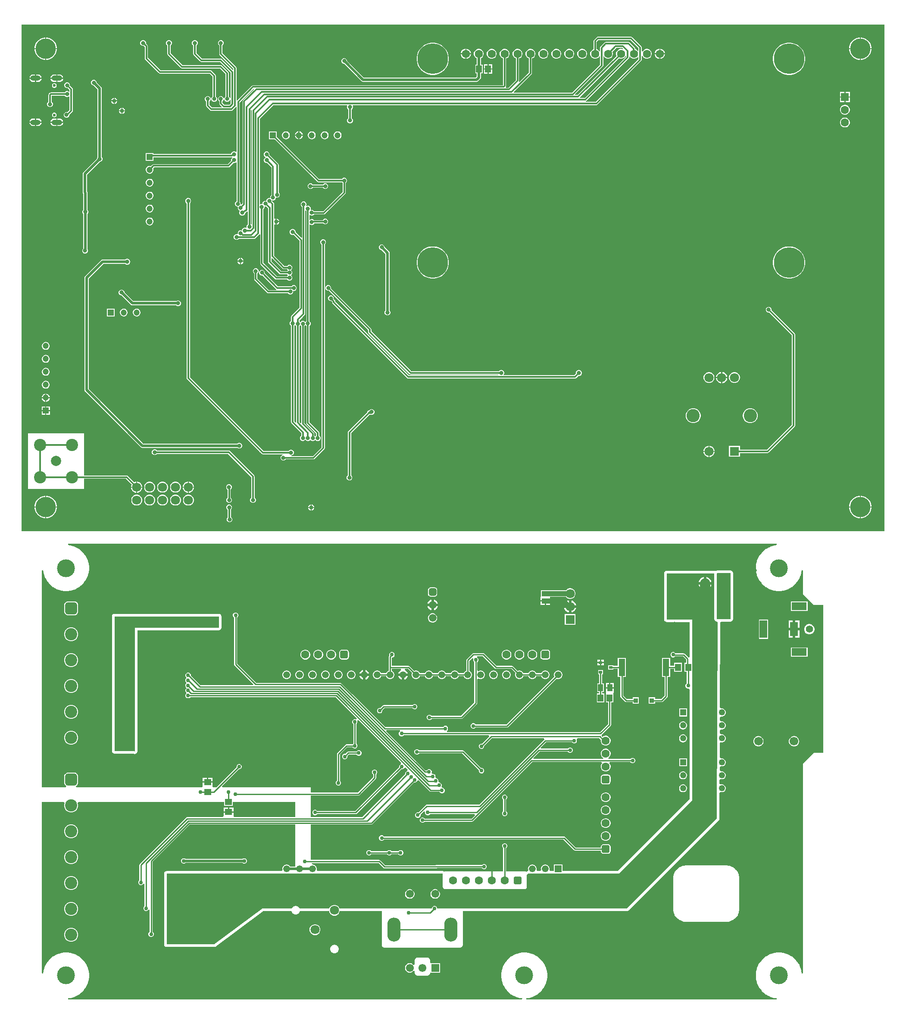
<source format=gbr>
%TF.GenerationSoftware,Altium Limited,Altium Designer,22.5.1 (42)*%
G04 Layer_Physical_Order=2*
G04 Layer_Color=16711680*
%FSLAX43Y43*%
%MOMM*%
%TF.SameCoordinates,1CDD9A58-554C-4E31-8E55-BAED9532D10C*%
%TF.FilePolarity,Positive*%
%TF.FileFunction,Copper,L2,Bot,Signal*%
%TF.Part,CustomerPanel*%
G01*
G75*
%TA.AperFunction,SMDPad,CuDef*%
%ADD15R,1.150X1.450*%
%TA.AperFunction,Conductor*%
%ADD29C,0.300*%
%ADD30C,0.500*%
%TA.AperFunction,SMDPad,CuDef*%
%ADD31R,1.450X1.200*%
%ADD37R,1.356X1.055*%
%ADD40R,1.150X1.450*%
%ADD41R,1.200X1.450*%
%ADD42R,0.700X0.600*%
%ADD56R,1.000X1.350*%
%TA.AperFunction,Conductor*%
%ADD68C,2.000*%
%ADD69C,0.480*%
%ADD70C,1.000*%
%ADD71C,0.280*%
%TA.AperFunction,ComponentPad*%
%ADD73R,1.200X1.200*%
%ADD74C,1.200*%
%ADD75C,1.600*%
%ADD76C,6.000*%
%ADD77C,1.800*%
%ADD78C,0.600*%
%ADD79C,2.600*%
%ADD80R,1.800X1.800*%
%ADD81R,1.600X1.600*%
%ADD82R,1.200X1.200*%
%ADD83C,2.400*%
%ADD84C,2.000*%
%ADD85O,2.100X1.050*%
%ADD86O,2.000X1.000*%
%TA.AperFunction,ViaPad*%
%ADD87C,0.800*%
%ADD88C,4.000*%
%TA.AperFunction,ComponentPad*%
G04:AMPARAMS|DCode=89|XSize=2.6mm|YSize=4.7mm|CornerRadius=1.3mm|HoleSize=0mm|Usage=FLASHONLY|Rotation=180.000|XOffset=0mm|YOffset=0mm|HoleType=Round|Shape=RoundedRectangle|*
%AMROUNDEDRECTD89*
21,1,2.600,2.100,0,0,180.0*
21,1,0.000,4.700,0,0,180.0*
1,1,2.600,0.000,1.050*
1,1,2.600,0.000,1.050*
1,1,2.600,0.000,-1.050*
1,1,2.600,0.000,-1.050*
%
%ADD89ROUNDEDRECTD89*%
%ADD90C,1.550*%
%ADD91R,1.550X1.550*%
%ADD92C,1.337*%
%ADD93R,1.337X1.337*%
%ADD94R,1.250X1.250*%
%ADD95C,1.250*%
%ADD96C,1.700*%
%ADD97R,3.000X1.500*%
%ADD98C,1.400*%
%ADD99R,1.500X3.500*%
%ADD100R,1.500X2.800*%
G04:AMPARAMS|DCode=101|XSize=2.4mm|YSize=2.4mm|CornerRadius=0.6mm|HoleSize=0mm|Usage=FLASHONLY|Rotation=270.000|XOffset=0mm|YOffset=0mm|HoleType=Round|Shape=RoundedRectangle|*
%AMROUNDEDRECTD101*
21,1,2.400,1.200,0,0,270.0*
21,1,1.200,2.400,0,0,270.0*
1,1,1.200,-0.600,-0.600*
1,1,1.200,-0.600,0.600*
1,1,1.200,0.600,0.600*
1,1,1.200,0.600,-0.600*
%
%ADD101ROUNDEDRECTD101*%
G04:AMPARAMS|DCode=102|XSize=1.6mm|YSize=1.6mm|CornerRadius=0.4mm|HoleSize=0mm|Usage=FLASHONLY|Rotation=180.000|XOffset=0mm|YOffset=0mm|HoleType=Round|Shape=RoundedRectangle|*
%AMROUNDEDRECTD102*
21,1,1.600,0.800,0,0,180.0*
21,1,0.800,1.600,0,0,180.0*
1,1,0.800,-0.400,0.400*
1,1,0.800,0.400,0.400*
1,1,0.800,0.400,-0.400*
1,1,0.800,-0.400,-0.400*
%
%ADD102ROUNDEDRECTD102*%
G04:AMPARAMS|DCode=103|XSize=1.5mm|YSize=1.5mm|CornerRadius=0.375mm|HoleSize=0mm|Usage=FLASHONLY|Rotation=270.000|XOffset=0mm|YOffset=0mm|HoleType=Round|Shape=RoundedRectangle|*
%AMROUNDEDRECTD103*
21,1,1.500,0.750,0,0,270.0*
21,1,0.750,1.500,0,0,270.0*
1,1,0.750,-0.375,-0.375*
1,1,0.750,-0.375,0.375*
1,1,0.750,0.375,0.375*
1,1,0.750,0.375,-0.375*
%
%ADD103ROUNDEDRECTD103*%
%ADD104C,1.500*%
%TA.AperFunction,ViaPad*%
%ADD105C,3.500*%
%TA.AperFunction,ComponentPad*%
%ADD106C,1.950*%
G04:AMPARAMS|DCode=107|XSize=1.95mm|YSize=1.95mm|CornerRadius=0.488mm|HoleSize=0mm|Usage=FLASHONLY|Rotation=180.000|XOffset=0mm|YOffset=0mm|HoleType=Round|Shape=RoundedRectangle|*
%AMROUNDEDRECTD107*
21,1,1.950,0.975,0,0,180.0*
21,1,0.975,1.950,0,0,180.0*
1,1,0.975,-0.488,0.488*
1,1,0.975,0.488,0.488*
1,1,0.975,0.488,-0.488*
1,1,0.975,-0.488,-0.488*
%
%ADD107ROUNDEDRECTD107*%
G04:AMPARAMS|DCode=108|XSize=1.6mm|YSize=1.6mm|CornerRadius=0.4mm|HoleSize=0mm|Usage=FLASHONLY|Rotation=90.000|XOffset=0mm|YOffset=0mm|HoleType=Round|Shape=RoundedRectangle|*
%AMROUNDEDRECTD108*
21,1,1.600,0.800,0,0,90.0*
21,1,0.800,1.600,0,0,90.0*
1,1,0.800,0.400,0.400*
1,1,0.800,0.400,-0.400*
1,1,0.800,-0.400,-0.400*
1,1,0.800,-0.400,0.400*
%
%ADD108ROUNDEDRECTD108*%
%TA.AperFunction,ViaPad*%
%ADD109C,0.750*%
%TA.AperFunction,SMDPad,CuDef*%
%ADD110R,1.300X3.400*%
%ADD111R,0.900X0.950*%
G36*
X176745Y99255D02*
X7255D01*
Y198745D01*
X176745D01*
X176745Y99255D01*
D02*
G37*
G36*
X155593Y96495D02*
X155151Y96437D01*
X155120Y96426D01*
X155086Y96424D01*
X154580Y96288D01*
X154549Y96273D01*
X154516Y96267D01*
X154032Y96066D01*
X154004Y96047D01*
X153972Y96037D01*
X153518Y95775D01*
X153493Y95752D01*
X153463Y95737D01*
X153047Y95418D01*
X153024Y95393D01*
X152996Y95374D01*
X152626Y95004D01*
X152607Y94976D01*
X152582Y94953D01*
X152263Y94537D01*
X152248Y94507D01*
X152225Y94482D01*
X151963Y94028D01*
X151953Y93996D01*
X151934Y93968D01*
X151733Y93484D01*
X151727Y93451D01*
X151712Y93420D01*
X151576Y92914D01*
X151574Y92880D01*
X151563Y92849D01*
X151495Y92329D01*
X151497Y92295D01*
X151490Y92262D01*
Y91738D01*
X151497Y91705D01*
X151495Y91671D01*
X151563Y91151D01*
X151574Y91120D01*
X151576Y91086D01*
X151712Y90580D01*
X151727Y90549D01*
X151733Y90516D01*
X151934Y90032D01*
X151953Y90004D01*
X151963Y89972D01*
X152225Y89518D01*
X152248Y89493D01*
X152263Y89463D01*
X152582Y89047D01*
X152607Y89024D01*
X152626Y88996D01*
X152996Y88626D01*
X153024Y88607D01*
X153047Y88582D01*
X153463Y88263D01*
X153493Y88248D01*
X153518Y88225D01*
X153972Y87963D01*
X154004Y87953D01*
X154032Y87934D01*
X154516Y87733D01*
X154549Y87727D01*
X154580Y87712D01*
X155086Y87576D01*
X155120Y87574D01*
X155151Y87563D01*
X155671Y87495D01*
X155705Y87497D01*
X155738Y87490D01*
X156262D01*
X156295Y87497D01*
X156329Y87495D01*
X156849Y87563D01*
X156880Y87574D01*
X156914Y87576D01*
X157420Y87712D01*
X157451Y87727D01*
X157484Y87733D01*
X157968Y87934D01*
X157996Y87953D01*
X158028Y87963D01*
X158482Y88225D01*
X158507Y88248D01*
X158537Y88263D01*
X158953Y88582D01*
X158976Y88607D01*
X159004Y88626D01*
X159374Y88996D01*
X159393Y89024D01*
X159418Y89047D01*
X159737Y89463D01*
X159752Y89493D01*
X159775Y89518D01*
X160037Y89972D01*
X160048Y90004D01*
X160066Y90032D01*
X160267Y90516D01*
X160273Y90549D01*
X160288Y90580D01*
X160424Y91086D01*
X160426Y91120D01*
X160437Y91151D01*
X160495Y91593D01*
X160745Y91577D01*
Y87000D01*
X160765Y86902D01*
X160820Y86820D01*
X162820Y84820D01*
X162902Y84765D01*
X163000Y84745D01*
X164745D01*
Y83000D01*
X164745Y56000D01*
Y55755D01*
X163000D01*
X162902Y55735D01*
X162820Y55680D01*
X160820Y53680D01*
X160765Y53598D01*
X160745Y53500D01*
Y53000D01*
X160745Y52000D01*
X160745Y12423D01*
X160495Y12407D01*
X160437Y12849D01*
X160426Y12880D01*
X160424Y12914D01*
X160288Y13420D01*
X160273Y13451D01*
X160267Y13484D01*
X160066Y13968D01*
X160048Y13996D01*
X160037Y14028D01*
X159775Y14482D01*
X159752Y14507D01*
X159737Y14537D01*
X159418Y14953D01*
X159393Y14976D01*
X159374Y15004D01*
X159004Y15374D01*
X158976Y15393D01*
X158953Y15418D01*
X158537Y15737D01*
X158507Y15752D01*
X158482Y15775D01*
X158028Y16037D01*
X157996Y16047D01*
X157968Y16066D01*
X157484Y16267D01*
X157451Y16273D01*
X157420Y16288D01*
X156914Y16424D01*
X156880Y16426D01*
X156849Y16437D01*
X156329Y16505D01*
X156295Y16503D01*
X156262Y16510D01*
X155738D01*
X155705Y16503D01*
X155671Y16505D01*
X155151Y16437D01*
X155120Y16426D01*
X155086Y16424D01*
X154580Y16288D01*
X154549Y16273D01*
X154516Y16267D01*
X154032Y16066D01*
X154004Y16047D01*
X153972Y16037D01*
X153518Y15775D01*
X153493Y15752D01*
X153463Y15737D01*
X153047Y15418D01*
X153024Y15393D01*
X152996Y15374D01*
X152626Y15004D01*
X152607Y14976D01*
X152582Y14953D01*
X152263Y14537D01*
X152248Y14507D01*
X152225Y14482D01*
X151963Y14028D01*
X151953Y13996D01*
X151934Y13968D01*
X151733Y13484D01*
X151727Y13451D01*
X151712Y13420D01*
X151576Y12914D01*
X151574Y12880D01*
X151563Y12849D01*
X151495Y12329D01*
X151497Y12295D01*
X151490Y12262D01*
Y11738D01*
X151497Y11705D01*
X151495Y11671D01*
X151563Y11151D01*
X151574Y11120D01*
X151576Y11086D01*
X151712Y10580D01*
X151727Y10549D01*
X151733Y10516D01*
X151934Y10032D01*
X151953Y10004D01*
X151963Y9972D01*
X152225Y9518D01*
X152248Y9493D01*
X152263Y9463D01*
X152582Y9047D01*
X152607Y9024D01*
X152626Y8996D01*
X152996Y8626D01*
X153024Y8607D01*
X153047Y8582D01*
X153463Y8263D01*
X153493Y8248D01*
X153518Y8225D01*
X153972Y7963D01*
X154004Y7953D01*
X154032Y7934D01*
X154516Y7733D01*
X154549Y7727D01*
X154580Y7712D01*
X155086Y7576D01*
X155120Y7574D01*
X155151Y7563D01*
X155593Y7505D01*
X155577Y7255D01*
X106423D01*
X106407Y7505D01*
X106849Y7563D01*
X106880Y7574D01*
X106914Y7576D01*
X107420Y7712D01*
X107451Y7727D01*
X107484Y7733D01*
X107968Y7934D01*
X107996Y7953D01*
X108028Y7963D01*
X108482Y8225D01*
X108507Y8248D01*
X108537Y8263D01*
X108953Y8582D01*
X108976Y8607D01*
X109004Y8626D01*
X109374Y8996D01*
X109393Y9024D01*
X109418Y9047D01*
X109737Y9463D01*
X109752Y9493D01*
X109775Y9518D01*
X110037Y9972D01*
X110048Y10004D01*
X110066Y10032D01*
X110267Y10516D01*
X110273Y10549D01*
X110288Y10580D01*
X110424Y11086D01*
X110426Y11120D01*
X110437Y11151D01*
X110505Y11671D01*
X110503Y11705D01*
X110510Y11738D01*
Y12262D01*
X110503Y12295D01*
X110505Y12329D01*
X110437Y12849D01*
X110426Y12880D01*
X110424Y12914D01*
X110288Y13420D01*
X110273Y13451D01*
X110267Y13484D01*
X110066Y13968D01*
X110048Y13996D01*
X110037Y14028D01*
X109775Y14482D01*
X109752Y14507D01*
X109737Y14537D01*
X109418Y14953D01*
X109393Y14976D01*
X109374Y15004D01*
X109004Y15374D01*
X108976Y15393D01*
X108953Y15418D01*
X108537Y15737D01*
X108507Y15752D01*
X108482Y15775D01*
X108028Y16037D01*
X107996Y16047D01*
X107968Y16066D01*
X107484Y16267D01*
X107451Y16273D01*
X107420Y16288D01*
X106914Y16424D01*
X106880Y16426D01*
X106849Y16437D01*
X106329Y16505D01*
X106295Y16503D01*
X106262Y16510D01*
X105738D01*
X105705Y16503D01*
X105671Y16505D01*
X105151Y16437D01*
X105120Y16426D01*
X105086Y16424D01*
X104580Y16288D01*
X104549Y16273D01*
X104516Y16267D01*
X104032Y16066D01*
X104004Y16047D01*
X103972Y16037D01*
X103518Y15775D01*
X103493Y15752D01*
X103463Y15737D01*
X103047Y15418D01*
X103024Y15393D01*
X102996Y15374D01*
X102626Y15004D01*
X102607Y14976D01*
X102582Y14953D01*
X102263Y14537D01*
X102248Y14507D01*
X102225Y14482D01*
X101963Y14028D01*
X101953Y13996D01*
X101934Y13968D01*
X101733Y13484D01*
X101727Y13451D01*
X101712Y13420D01*
X101576Y12914D01*
X101574Y12880D01*
X101563Y12849D01*
X101495Y12329D01*
X101497Y12295D01*
X101490Y12262D01*
Y11738D01*
X101497Y11705D01*
X101495Y11671D01*
X101563Y11151D01*
X101574Y11120D01*
X101576Y11086D01*
X101712Y10580D01*
X101727Y10549D01*
X101733Y10516D01*
X101934Y10032D01*
X101953Y10004D01*
X101963Y9972D01*
X102225Y9518D01*
X102248Y9493D01*
X102263Y9463D01*
X102582Y9047D01*
X102607Y9024D01*
X102626Y8996D01*
X102996Y8626D01*
X103024Y8607D01*
X103047Y8582D01*
X103463Y8263D01*
X103493Y8248D01*
X103518Y8225D01*
X103972Y7963D01*
X104004Y7953D01*
X104032Y7934D01*
X104516Y7733D01*
X104549Y7727D01*
X104580Y7712D01*
X105086Y7576D01*
X105120Y7574D01*
X105151Y7563D01*
X105593Y7505D01*
X105577Y7255D01*
X16423D01*
X16407Y7505D01*
X16849Y7563D01*
X16880Y7574D01*
X16914Y7576D01*
X17420Y7712D01*
X17451Y7727D01*
X17484Y7733D01*
X17968Y7934D01*
X17996Y7953D01*
X18028Y7963D01*
X18482Y8225D01*
X18507Y8248D01*
X18537Y8263D01*
X18953Y8582D01*
X18976Y8607D01*
X19004Y8626D01*
X19374Y8996D01*
X19393Y9024D01*
X19418Y9047D01*
X19737Y9463D01*
X19752Y9493D01*
X19775Y9518D01*
X20037Y9972D01*
X20048Y10004D01*
X20066Y10032D01*
X20267Y10516D01*
X20273Y10549D01*
X20288Y10580D01*
X20424Y11086D01*
X20426Y11120D01*
X20437Y11151D01*
X20505Y11671D01*
X20503Y11705D01*
X20510Y11738D01*
Y12262D01*
X20503Y12295D01*
X20505Y12329D01*
X20437Y12849D01*
X20426Y12880D01*
X20424Y12914D01*
X20288Y13420D01*
X20273Y13451D01*
X20267Y13484D01*
X20066Y13968D01*
X20048Y13996D01*
X20037Y14028D01*
X19775Y14482D01*
X19752Y14507D01*
X19737Y14537D01*
X19418Y14953D01*
X19393Y14976D01*
X19374Y15004D01*
X19004Y15374D01*
X18976Y15393D01*
X18953Y15418D01*
X18537Y15737D01*
X18507Y15752D01*
X18482Y15775D01*
X18028Y16037D01*
X17996Y16047D01*
X17968Y16066D01*
X17484Y16267D01*
X17451Y16273D01*
X17420Y16288D01*
X16914Y16424D01*
X16880Y16426D01*
X16849Y16437D01*
X16329Y16505D01*
X16295Y16503D01*
X16262Y16510D01*
X15738D01*
X15705Y16503D01*
X15671Y16505D01*
X15151Y16437D01*
X15120Y16426D01*
X15086Y16424D01*
X14580Y16288D01*
X14549Y16273D01*
X14516Y16267D01*
X14032Y16066D01*
X14004Y16047D01*
X13972Y16037D01*
X13518Y15775D01*
X13493Y15752D01*
X13463Y15737D01*
X13047Y15418D01*
X13024Y15393D01*
X12996Y15374D01*
X12626Y15004D01*
X12607Y14976D01*
X12582Y14953D01*
X12263Y14537D01*
X12248Y14507D01*
X12225Y14482D01*
X11963Y14028D01*
X11953Y13996D01*
X11934Y13968D01*
X11733Y13484D01*
X11727Y13451D01*
X11712Y13420D01*
X11576Y12914D01*
X11574Y12880D01*
X11563Y12849D01*
X11505Y12407D01*
X11255Y12423D01*
Y46100D01*
X15587D01*
X15722Y45850D01*
X15649Y45578D01*
Y45222D01*
X15741Y44879D01*
X15919Y44570D01*
X16170Y44319D01*
X16479Y44141D01*
X16822Y44049D01*
X17178D01*
X17521Y44141D01*
X17830Y44319D01*
X18081Y44570D01*
X18259Y44879D01*
X18351Y45222D01*
Y45578D01*
X18278Y45850D01*
X18413Y46100D01*
X47026D01*
Y45349D01*
X48778D01*
Y46100D01*
X61000D01*
Y43097D01*
X49069D01*
X48881Y43246D01*
X48881Y43347D01*
Y43973D01*
X46923D01*
Y43347D01*
X46923Y43246D01*
X46734Y43097D01*
X39800D01*
X39800Y43097D01*
X39686Y43074D01*
X39590Y43010D01*
X39590Y43010D01*
X30490Y33910D01*
X30426Y33814D01*
X30403Y33700D01*
X30403Y33700D01*
Y30726D01*
X30402Y30726D01*
X30254Y30578D01*
X30174Y30385D01*
Y30175D01*
X30254Y29982D01*
X30402Y29834D01*
X30595Y29754D01*
X30805D01*
X30998Y29834D01*
X31146Y29982D01*
X31153Y30000D01*
X31403Y29950D01*
Y25646D01*
X31402Y25646D01*
X31254Y25498D01*
X31174Y25305D01*
Y25095D01*
X31254Y24902D01*
X31402Y24754D01*
X31595Y24674D01*
X31805D01*
X31998Y24754D01*
X32146Y24902D01*
X32153Y24920D01*
X32403Y24870D01*
Y20566D01*
X32402Y20566D01*
X32254Y20418D01*
X32174Y20225D01*
Y20015D01*
X32254Y19822D01*
X32402Y19674D01*
X32595Y19594D01*
X32805D01*
X32998Y19674D01*
X33146Y19822D01*
X33226Y20015D01*
Y20225D01*
X33146Y20418D01*
X32998Y20566D01*
X32997Y20566D01*
Y34358D01*
X40280Y41641D01*
X61000D01*
Y33349D01*
X60046D01*
X59986Y33453D01*
X59833Y33606D01*
X59646Y33714D01*
X59438Y33770D01*
X59222D01*
X59014Y33714D01*
X58827Y33606D01*
X58674Y33453D01*
X58566Y33266D01*
X58511Y33058D01*
Y32842D01*
X58533Y32760D01*
X58370Y32510D01*
X35750D01*
X35555Y32471D01*
X35390Y32360D01*
X35279Y32195D01*
X35240Y32000D01*
Y25127D01*
Y18100D01*
X35279Y17905D01*
X35390Y17740D01*
X35555Y17629D01*
X35750Y17590D01*
X45100D01*
X45161Y17602D01*
X45223Y17605D01*
X45258Y17622D01*
X45295Y17629D01*
X45347Y17664D01*
X45403Y17690D01*
X54768Y24617D01*
X60261D01*
X60297Y24482D01*
X60409Y24287D01*
X60567Y24129D01*
X60762Y24017D01*
X60978Y23959D01*
X61202D01*
X61418Y24017D01*
X61613Y24129D01*
X61771Y24287D01*
X61883Y24482D01*
X61919Y24617D01*
X67674D01*
X67731Y24404D01*
X67869Y24165D01*
X68065Y23969D01*
X68304Y23831D01*
X68572Y23759D01*
X68848D01*
X69116Y23831D01*
X69355Y23969D01*
X69551Y24165D01*
X69689Y24404D01*
X69746Y24617D01*
X77990D01*
Y18000D01*
X78029Y17805D01*
X78140Y17640D01*
X78305Y17529D01*
X78500Y17490D01*
X93413D01*
X93609Y17529D01*
X93774Y17640D01*
X93884Y17805D01*
X93923Y18000D01*
Y24617D01*
X126127D01*
X126322Y24656D01*
X126488Y24767D01*
X144188Y42467D01*
X144243Y42549D01*
X144298Y42631D01*
X144298Y42632D01*
X144298Y42632D01*
X144318Y42729D01*
X144337Y42825D01*
X144357Y47863D01*
X144608Y48011D01*
X144708Y47984D01*
X144912D01*
X145110Y48037D01*
X145286Y48139D01*
X145431Y48284D01*
X145533Y48460D01*
X145586Y48658D01*
Y48862D01*
X145533Y49060D01*
X145431Y49236D01*
X145286Y49381D01*
X145110Y49483D01*
X144912Y49536D01*
X144708D01*
X144614Y49511D01*
X144365Y49662D01*
X144368Y50395D01*
X144618Y50548D01*
X144708Y50524D01*
X144912D01*
X145110Y50577D01*
X145286Y50679D01*
X145431Y50824D01*
X145533Y51000D01*
X145586Y51198D01*
Y51402D01*
X145533Y51600D01*
X145431Y51776D01*
X145286Y51921D01*
X145110Y52023D01*
X144912Y52076D01*
X144708D01*
X144624Y52054D01*
X144375Y52210D01*
X144378Y52928D01*
X144628Y53085D01*
X144708Y53064D01*
X144912D01*
X145110Y53117D01*
X145286Y53219D01*
X145431Y53364D01*
X145533Y53540D01*
X145586Y53738D01*
Y53942D01*
X145533Y54140D01*
X145431Y54316D01*
X145286Y54461D01*
X145110Y54563D01*
X144912Y54616D01*
X144708D01*
X144634Y54596D01*
X144385Y54758D01*
X144396Y57633D01*
X144647Y57800D01*
X144708Y57784D01*
X144912D01*
X145110Y57837D01*
X145286Y57939D01*
X145431Y58084D01*
X145533Y58260D01*
X145586Y58458D01*
Y58662D01*
X145533Y58860D01*
X145431Y59036D01*
X145286Y59181D01*
X145110Y59283D01*
X144912Y59336D01*
X144708D01*
X144653Y59321D01*
X144404Y59492D01*
X144407Y60165D01*
X144657Y60338D01*
X144708Y60324D01*
X144912D01*
X145110Y60377D01*
X145286Y60479D01*
X145431Y60624D01*
X145533Y60800D01*
X145586Y60998D01*
Y61202D01*
X145533Y61400D01*
X145431Y61576D01*
X145286Y61721D01*
X145110Y61823D01*
X144912Y61876D01*
X144708D01*
X144663Y61864D01*
X144414Y62040D01*
X144417Y62698D01*
X144667Y62875D01*
X144708Y62864D01*
X144912D01*
X145110Y62917D01*
X145286Y63019D01*
X145431Y63164D01*
X145533Y63340D01*
X145586Y63538D01*
Y63742D01*
X145533Y63940D01*
X145431Y64116D01*
X145286Y64261D01*
X145110Y64363D01*
X144912Y64416D01*
X144708D01*
X144674Y64407D01*
X144424Y64588D01*
X144491Y81339D01*
X144498Y81344D01*
X144718Y81480D01*
X146500D01*
X146695Y81519D01*
X146860Y81630D01*
X146971Y81795D01*
X147010Y81990D01*
Y91000D01*
X146971Y91195D01*
X146860Y91360D01*
X146695Y91471D01*
X146500Y91510D01*
X143863D01*
X143668Y91471D01*
X143583Y91414D01*
X143528Y91451D01*
X143333Y91490D01*
X134000D01*
X133805Y91451D01*
X133640Y91341D01*
X133529Y91175D01*
X133490Y90980D01*
X133490Y81920D01*
X133529Y81725D01*
X133640Y81560D01*
X133805Y81449D01*
X134000Y81410D01*
X138490D01*
Y74522D01*
X138460Y74499D01*
X138240Y74429D01*
X137511Y75158D01*
X137415Y75222D01*
X137302Y75245D01*
X137302Y75245D01*
X135718D01*
X135696Y75298D01*
X135548Y75446D01*
X135355Y75526D01*
X135145D01*
X134952Y75446D01*
X134804Y75298D01*
X134724Y75105D01*
Y74895D01*
X134804Y74702D01*
X134952Y74554D01*
X135145Y74474D01*
X135355D01*
X135548Y74554D01*
X135646Y74652D01*
X137179D01*
X137789Y74041D01*
Y73376D01*
X137439D01*
Y71624D01*
X137893D01*
Y69342D01*
X137892Y69341D01*
X137744Y69193D01*
X137664Y69000D01*
Y68791D01*
X137744Y68597D01*
X137892Y68449D01*
X138085Y68369D01*
X138295D01*
X138490Y68180D01*
Y46647D01*
X124353Y32510D01*
X113490D01*
Y33770D01*
X111851D01*
Y32510D01*
X111090D01*
X110927Y32760D01*
X110950Y32842D01*
Y33058D01*
X110894Y33266D01*
X110786Y33453D01*
X110633Y33606D01*
X110446Y33714D01*
X110238Y33770D01*
X110022D01*
X109814Y33714D01*
X109627Y33606D01*
X109474Y33453D01*
X109366Y33266D01*
X109311Y33058D01*
Y32842D01*
X109333Y32760D01*
X109170Y32510D01*
X108550D01*
X108387Y32760D01*
X108410Y32842D01*
Y33058D01*
X108354Y33266D01*
X108246Y33453D01*
X108093Y33606D01*
X107906Y33714D01*
X107698Y33770D01*
X107482D01*
X107274Y33714D01*
X107087Y33606D01*
X106934Y33453D01*
X106826Y33266D01*
X106771Y33058D01*
Y32842D01*
X106793Y32760D01*
X106779Y32698D01*
X106653Y32505D01*
X106631Y32488D01*
X106544Y32471D01*
X106535Y32465D01*
X106524Y32462D01*
X106452Y32410D01*
X106379Y32360D01*
X106195Y32421D01*
X106000Y32460D01*
X102457D01*
Y37004D01*
X102458Y37004D01*
X102606Y37152D01*
X102686Y37345D01*
Y37555D01*
X102606Y37748D01*
X102458Y37896D01*
X102265Y37976D01*
X102055D01*
X101862Y37896D01*
X101714Y37748D01*
X101634Y37555D01*
Y37345D01*
X101714Y37152D01*
X101862Y37004D01*
X101863Y37004D01*
Y32460D01*
X90500D01*
X90305Y32421D01*
X90262Y32392D01*
X90247Y32402D01*
X90189Y32450D01*
X90165Y32457D01*
X90144Y32471D01*
X90071Y32486D01*
X89999Y32507D01*
X89974Y32505D01*
X89949Y32510D01*
X65370D01*
X65207Y32760D01*
X65229Y32842D01*
Y33058D01*
X65174Y33266D01*
X65066Y33453D01*
X64913Y33606D01*
X64726Y33714D01*
X64518Y33770D01*
X64454D01*
X64273Y34007D01*
X64302Y34090D01*
X77391D01*
X78356Y33124D01*
X78356Y33124D01*
X78452Y33060D01*
X78566Y33037D01*
X88671D01*
X88671Y33037D01*
X88784Y33060D01*
X88849Y33103D01*
X97649D01*
X97654Y33090D01*
X97802Y32942D01*
X97995Y32862D01*
X98205D01*
X98398Y32942D01*
X98546Y33090D01*
X98626Y33283D01*
Y33493D01*
X98546Y33686D01*
X98398Y33834D01*
X98205Y33914D01*
X97995D01*
X97802Y33834D01*
X97665Y33697D01*
X88737D01*
X88623Y33674D01*
X88558Y33631D01*
X78689D01*
X77724Y34596D01*
X77627Y34660D01*
X77514Y34683D01*
X77514Y34683D01*
X64059D01*
Y41641D01*
X75981D01*
X75981Y41641D01*
X76094Y41664D01*
X76190Y41728D01*
X84363Y49901D01*
X84364Y49900D01*
X84573D01*
X84767Y49980D01*
X84915Y50128D01*
X84965Y50249D01*
X85171Y50323D01*
X85245Y50323D01*
X87412Y48156D01*
X87412Y48156D01*
X87508Y48092D01*
X87622Y48069D01*
X87622Y48069D01*
X89374D01*
X89393Y48024D01*
X89541Y47876D01*
X89734Y47796D01*
X89944D01*
X90137Y47876D01*
X90285Y48024D01*
X90365Y48217D01*
Y48426D01*
X90285Y48620D01*
X90137Y48768D01*
X89944Y48848D01*
X89873D01*
X89817Y48912D01*
X89734Y49098D01*
X89789Y49230D01*
Y49440D01*
X89709Y49633D01*
X89561Y49781D01*
X89368Y49861D01*
X89325D01*
X89152Y50096D01*
Y50305D01*
X89072Y50499D01*
X88924Y50647D01*
X88730Y50727D01*
X88569Y50973D01*
Y51183D01*
X88489Y51376D01*
X88341Y51524D01*
X88148Y51604D01*
X87991D01*
X87862Y51734D01*
X87810Y51822D01*
X87825Y51858D01*
Y52067D01*
X87745Y52260D01*
X87597Y52408D01*
X87404Y52488D01*
X87195D01*
X87001Y52408D01*
X86853Y52260D01*
X86853Y52259D01*
X86586D01*
X78873Y59972D01*
X78969Y60203D01*
X81570D01*
X81620Y59953D01*
X81602Y59946D01*
X81454Y59798D01*
X81374Y59605D01*
Y59395D01*
X81454Y59202D01*
X81602Y59054D01*
X81795Y58974D01*
X82005D01*
X82198Y59054D01*
X82346Y59202D01*
X82346Y59203D01*
X99030D01*
X99134Y58953D01*
X97706Y57525D01*
X97705Y57526D01*
X97495D01*
X97302Y57446D01*
X97154Y57298D01*
X97074Y57105D01*
Y56895D01*
X97154Y56702D01*
X97302Y56554D01*
X97495Y56474D01*
X97705D01*
X97898Y56554D01*
X98046Y56702D01*
X98126Y56895D01*
Y57105D01*
X98125Y57106D01*
X99623Y58603D01*
X109905D01*
X109976Y58353D01*
X109941Y58330D01*
X109941Y58330D01*
X97158Y45547D01*
X86850D01*
X86736Y45524D01*
X86640Y45460D01*
X86640Y45460D01*
X85206Y44025D01*
X85205Y44026D01*
X84995D01*
X84802Y43946D01*
X84654Y43798D01*
X84574Y43605D01*
Y43395D01*
X84654Y43202D01*
X84802Y43054D01*
X84995Y42974D01*
X85205D01*
X85398Y43054D01*
X85546Y43202D01*
X85626Y43395D01*
Y43605D01*
X85625Y43606D01*
X86317Y44298D01*
X86529Y44156D01*
X86508Y44105D01*
Y43895D01*
X86588Y43702D01*
X86736Y43554D01*
X86929Y43474D01*
X87139D01*
X87332Y43554D01*
X87480Y43702D01*
X87480Y43703D01*
X96207D01*
X96302Y43472D01*
X95627Y42797D01*
X86446D01*
X86446Y42798D01*
X86298Y42946D01*
X86105Y43026D01*
X85895D01*
X85702Y42946D01*
X85554Y42798D01*
X85474Y42605D01*
Y42395D01*
X85554Y42202D01*
X85702Y42054D01*
X85895Y41974D01*
X86105D01*
X86298Y42054D01*
X86446Y42202D01*
X86446Y42203D01*
X95750D01*
X95750Y42203D01*
X95863Y42226D01*
X95960Y42290D01*
X107573Y53903D01*
X121165D01*
X121268Y53653D01*
X121239Y53624D01*
X121114Y53407D01*
X121049Y53165D01*
Y52915D01*
X121114Y52673D01*
X121239Y52456D01*
X121416Y52279D01*
X121633Y52154D01*
X121875Y52089D01*
X122125D01*
X122367Y52154D01*
X122584Y52279D01*
X122761Y52456D01*
X122886Y52673D01*
X122951Y52915D01*
Y53165D01*
X122886Y53407D01*
X122761Y53624D01*
X122732Y53653D01*
X122835Y53903D01*
X126829D01*
X126829Y53902D01*
X126977Y53754D01*
X127170Y53674D01*
X127380D01*
X127573Y53754D01*
X127721Y53902D01*
X127801Y54095D01*
Y54305D01*
X127721Y54498D01*
X127573Y54646D01*
X127380Y54726D01*
X127170D01*
X126977Y54646D01*
X126829Y54498D01*
X126829Y54497D01*
X122526D01*
X122459Y54747D01*
X122584Y54819D01*
X122761Y54996D01*
X122886Y55213D01*
X122951Y55455D01*
Y55705D01*
X122886Y55947D01*
X122761Y56164D01*
X122584Y56341D01*
X122367Y56466D01*
X122125Y56531D01*
X121875D01*
X121633Y56466D01*
X121416Y56341D01*
X121239Y56164D01*
X121114Y55947D01*
X121049Y55705D01*
Y55455D01*
X121114Y55213D01*
X121239Y54996D01*
X121416Y54819D01*
X121541Y54747D01*
X121474Y54497D01*
X107883D01*
X107787Y54728D01*
X109009Y55949D01*
X114554D01*
X114554Y55948D01*
X114702Y55800D01*
X114895Y55720D01*
X115105D01*
X115298Y55800D01*
X115446Y55948D01*
X115526Y56141D01*
Y56351D01*
X115446Y56544D01*
X115298Y56692D01*
X115105Y56772D01*
X114895D01*
X114702Y56692D01*
X114554Y56544D01*
X114554Y56543D01*
X109320D01*
X109224Y56774D01*
X110274Y57823D01*
X115370D01*
X115370Y57822D01*
X115518Y57674D01*
X115712Y57594D01*
X115921D01*
X116114Y57674D01*
X116262Y57822D01*
X116342Y58015D01*
Y58225D01*
X116289Y58353D01*
X116376Y58543D01*
X116431Y58603D01*
X120740D01*
X121059Y58284D01*
X121049Y58245D01*
Y57995D01*
X121114Y57753D01*
X121239Y57536D01*
X121416Y57359D01*
X121633Y57234D01*
X121875Y57169D01*
X122125D01*
X122367Y57234D01*
X122584Y57359D01*
X122761Y57536D01*
X122886Y57753D01*
X122951Y57995D01*
Y58245D01*
X122886Y58487D01*
X122761Y58704D01*
X122584Y58881D01*
X122367Y59006D01*
X122125Y59071D01*
X121875D01*
X121633Y59006D01*
X121416Y58881D01*
X121359Y58824D01*
X121186Y58996D01*
X121180Y59015D01*
X121209Y59286D01*
X121222Y59302D01*
X122960Y61040D01*
X122960Y61040D01*
X123024Y61136D01*
X123047Y61250D01*
X123047Y61250D01*
Y65624D01*
X123476D01*
X123476Y67353D01*
X123554Y67571D01*
X123554Y67594D01*
Y68373D01*
X122800D01*
X122046D01*
Y67617D01*
X122024Y67376D01*
X122024Y67330D01*
Y65624D01*
X122453D01*
Y61373D01*
X120877Y59797D01*
X90830D01*
X90780Y60047D01*
X90798Y60054D01*
X90946Y60202D01*
X91026Y60395D01*
Y60605D01*
X90946Y60798D01*
X90798Y60946D01*
X90605Y61026D01*
X90395D01*
X90202Y60946D01*
X90054Y60798D01*
X90054Y60797D01*
X78729D01*
X72355Y67171D01*
X72259Y67235D01*
X72210Y67244D01*
X70095Y69360D01*
X69999Y69424D01*
X69885Y69447D01*
X69885Y69447D01*
X53371D01*
X49597Y73221D01*
Y82303D01*
X49598Y82303D01*
X49746Y82451D01*
X49826Y82644D01*
Y82854D01*
X49746Y83047D01*
X49598Y83195D01*
X49405Y83275D01*
X49195D01*
X49002Y83195D01*
X48854Y83047D01*
X48774Y82854D01*
Y82644D01*
X48854Y82451D01*
X49002Y82303D01*
X49003Y82303D01*
Y73098D01*
X49003Y73098D01*
X49026Y72984D01*
X49090Y72888D01*
X52766Y69212D01*
X52670Y68981D01*
X42410D01*
X40486Y70906D01*
Y71054D01*
X40406Y71247D01*
X40258Y71395D01*
X40064Y71475D01*
X39855D01*
X39662Y71395D01*
X39514Y71247D01*
X39434Y71054D01*
Y70845D01*
X39514Y70651D01*
X39553Y70612D01*
X39634Y70448D01*
X39553Y70285D01*
X39514Y70245D01*
X39434Y70052D01*
Y69843D01*
X39514Y69650D01*
X39553Y69610D01*
X39634Y69447D01*
X39553Y69283D01*
X39514Y69244D01*
X39434Y69050D01*
Y68841D01*
X39514Y68648D01*
X39546Y68615D01*
X39636Y68452D01*
X39546Y68289D01*
X39514Y68256D01*
X39434Y68063D01*
Y67854D01*
X39514Y67661D01*
X39551Y67623D01*
X39635Y67460D01*
X39551Y67296D01*
X39514Y67259D01*
X39434Y67065D01*
Y66856D01*
X39514Y66663D01*
X39662Y66515D01*
X39855Y66435D01*
X40064D01*
X40258Y66515D01*
X40406Y66663D01*
X40406Y66664D01*
X68904D01*
X73089Y62479D01*
X72948Y62267D01*
X72805Y62326D01*
X72595D01*
X72402Y62246D01*
X72254Y62098D01*
X72174Y61905D01*
Y61695D01*
X72254Y61502D01*
X72402Y61354D01*
X72403Y61354D01*
Y57546D01*
X72402Y57546D01*
X72254Y57398D01*
X72254Y57397D01*
X71090D01*
X71090Y57397D01*
X70976Y57374D01*
X70880Y57310D01*
X70880Y57310D01*
X69280Y55710D01*
X69216Y55614D01*
X69193Y55500D01*
X69193Y55500D01*
Y50246D01*
X69192Y50246D01*
X69044Y50098D01*
X68964Y49905D01*
Y49695D01*
X69044Y49502D01*
X69192Y49354D01*
X69385Y49274D01*
X69595D01*
X69788Y49354D01*
X69936Y49502D01*
X70016Y49695D01*
Y49905D01*
X69936Y50098D01*
X69788Y50246D01*
X69787Y50246D01*
Y55377D01*
X71213Y56803D01*
X72254D01*
X72254Y56802D01*
X72402Y56654D01*
X72595Y56574D01*
X72805D01*
X72998Y56654D01*
X73146Y56802D01*
X73226Y56995D01*
Y57205D01*
X73146Y57398D01*
X72998Y57546D01*
X72997Y57546D01*
Y61354D01*
X72998Y61354D01*
X73146Y61502D01*
X73226Y61695D01*
Y61905D01*
X73167Y62048D01*
X73379Y62189D01*
X81801Y53767D01*
X81728Y53486D01*
X81655Y53456D01*
X81507Y53308D01*
X81427Y53115D01*
Y52951D01*
X72773Y44297D01*
X65346D01*
X65346Y44298D01*
X65198Y44446D01*
X65005Y44526D01*
X64795D01*
X64602Y44446D01*
X64454Y44298D01*
X64374Y44105D01*
Y43895D01*
X64454Y43702D01*
X64602Y43554D01*
X64795Y43474D01*
X65005D01*
X65198Y43554D01*
X65346Y43702D01*
X65346Y43703D01*
X72896D01*
X72896Y43703D01*
X73009Y43726D01*
X73105Y43790D01*
X81814Y52498D01*
X81849Y52484D01*
X82058D01*
X82251Y52564D01*
X82399Y52712D01*
X82429Y52785D01*
X82710Y52858D01*
X83138Y52430D01*
X83048Y52180D01*
X82855Y52100D01*
X82707Y51952D01*
X82627Y51759D01*
Y51578D01*
X74145Y43097D01*
X64059D01*
Y47303D01*
X73435D01*
X73435Y47303D01*
X73549Y47326D01*
X73645Y47390D01*
X76817Y50562D01*
X76817Y50562D01*
X76881Y50658D01*
X76904Y50772D01*
X76904Y50772D01*
Y51467D01*
X76905Y51467D01*
X77053Y51615D01*
X77133Y51809D01*
Y52018D01*
X77053Y52211D01*
X76905Y52359D01*
X76711Y52439D01*
X76502D01*
X76309Y52359D01*
X76161Y52211D01*
X76081Y52018D01*
Y51809D01*
X76161Y51615D01*
X76309Y51467D01*
X76310Y51467D01*
Y50895D01*
X73312Y47897D01*
X64059D01*
Y48962D01*
X46709D01*
X46613Y49193D01*
X49894Y52475D01*
X49895Y52474D01*
X50105D01*
X50298Y52554D01*
X50446Y52702D01*
X50526Y52895D01*
Y53105D01*
X50446Y53298D01*
X50298Y53446D01*
X50105Y53526D01*
X49895D01*
X49702Y53446D01*
X49554Y53298D01*
X49474Y53105D01*
Y52895D01*
X49475Y52894D01*
X45543Y48962D01*
X44939D01*
X44779Y49146D01*
X44779Y49212D01*
Y49873D01*
X43800D01*
X42821D01*
Y49212D01*
X42821Y49146D01*
X42661Y48962D01*
X18000D01*
X17951Y49212D01*
X17979Y49224D01*
X18136Y49344D01*
X18256Y49501D01*
X18332Y49684D01*
X18357Y49880D01*
Y51080D01*
X18332Y51276D01*
X18256Y51459D01*
X18136Y51616D01*
X17979Y51736D01*
X17796Y51812D01*
X17600Y51837D01*
X16400D01*
X16204Y51812D01*
X16021Y51736D01*
X15864Y51616D01*
X15744Y51459D01*
X15668Y51276D01*
X15643Y51080D01*
Y49880D01*
X15668Y49684D01*
X15744Y49501D01*
X15864Y49344D01*
X16021Y49224D01*
X16049Y49212D01*
X16000Y48962D01*
X11255D01*
X11255Y91577D01*
X11505Y91593D01*
X11563Y91151D01*
X11574Y91120D01*
X11576Y91086D01*
X11712Y90580D01*
X11727Y90549D01*
X11733Y90516D01*
X11934Y90032D01*
X11953Y90004D01*
X11963Y89972D01*
X12225Y89518D01*
X12248Y89493D01*
X12263Y89463D01*
X12582Y89047D01*
X12607Y89024D01*
X12626Y88996D01*
X12996Y88626D01*
X13024Y88607D01*
X13047Y88582D01*
X13463Y88263D01*
X13493Y88248D01*
X13518Y88225D01*
X13972Y87963D01*
X14004Y87953D01*
X14032Y87934D01*
X14516Y87733D01*
X14549Y87727D01*
X14580Y87712D01*
X15086Y87576D01*
X15120Y87574D01*
X15151Y87563D01*
X15671Y87495D01*
X15705Y87497D01*
X15738Y87490D01*
X16262D01*
X16295Y87497D01*
X16329Y87495D01*
X16849Y87563D01*
X16880Y87574D01*
X16914Y87576D01*
X17420Y87712D01*
X17451Y87727D01*
X17484Y87733D01*
X17968Y87934D01*
X17996Y87953D01*
X18028Y87963D01*
X18482Y88225D01*
X18507Y88248D01*
X18537Y88263D01*
X18953Y88582D01*
X18976Y88607D01*
X19004Y88626D01*
X19374Y88996D01*
X19393Y89024D01*
X19418Y89047D01*
X19737Y89463D01*
X19752Y89493D01*
X19775Y89518D01*
X20037Y89972D01*
X20048Y90004D01*
X20066Y90032D01*
X20267Y90516D01*
X20273Y90549D01*
X20288Y90580D01*
X20424Y91086D01*
X20426Y91120D01*
X20437Y91151D01*
X20505Y91671D01*
X20503Y91705D01*
X20510Y91738D01*
Y92262D01*
X20503Y92295D01*
X20505Y92329D01*
X20437Y92849D01*
X20426Y92880D01*
X20424Y92914D01*
X20288Y93420D01*
X20273Y93451D01*
X20267Y93484D01*
X20066Y93968D01*
X20048Y93996D01*
X20037Y94028D01*
X19775Y94482D01*
X19752Y94507D01*
X19737Y94537D01*
X19418Y94953D01*
X19393Y94976D01*
X19374Y95004D01*
X19004Y95374D01*
X18976Y95393D01*
X18953Y95418D01*
X18537Y95737D01*
X18507Y95752D01*
X18482Y95775D01*
X18028Y96037D01*
X17996Y96047D01*
X17968Y96066D01*
X17484Y96267D01*
X17451Y96273D01*
X17420Y96288D01*
X16914Y96424D01*
X16880Y96426D01*
X16849Y96437D01*
X16407Y96495D01*
X16423Y96745D01*
X155577D01*
X155593Y96495D01*
D02*
G37*
G36*
X146500Y81990D02*
X143843D01*
Y90980D01*
X143863Y91000D01*
X146500D01*
Y81990D01*
D02*
G37*
G36*
X143333D02*
X143372Y81795D01*
X143482Y81630D01*
X143648Y81519D01*
X143843Y81480D01*
X143981Y81341D01*
X143827Y42827D01*
X126127Y25127D01*
X88899D01*
Y25232D01*
X88819Y25425D01*
X88671Y25573D01*
X88477Y25653D01*
X88268D01*
X88075Y25573D01*
X87927Y25425D01*
X87847Y25232D01*
Y25127D01*
X69713D01*
X69689Y25216D01*
X69551Y25455D01*
X69355Y25651D01*
X69116Y25789D01*
X68848Y25861D01*
X68572D01*
X68304Y25789D01*
X68065Y25651D01*
X67869Y25455D01*
X67731Y25216D01*
X67707Y25127D01*
X61886D01*
X61883Y25138D01*
X61771Y25333D01*
X61613Y25491D01*
X61418Y25603D01*
X61202Y25661D01*
X60978D01*
X60762Y25603D01*
X60567Y25491D01*
X60409Y25333D01*
X60297Y25138D01*
X60294Y25127D01*
X54600D01*
X45100Y18100D01*
X35750D01*
Y25127D01*
Y32000D01*
X89949Y32000D01*
X89990Y31950D01*
Y29450D01*
X90029Y29255D01*
X90140Y29090D01*
X90305Y28979D01*
X90500Y28940D01*
X106000D01*
X106195Y28979D01*
X106360Y29090D01*
X106471Y29255D01*
X106510Y29450D01*
Y31750D01*
X106739Y32000D01*
X124564D01*
X139000Y46436D01*
Y81920D01*
X134000D01*
X134000Y90980D01*
X143333D01*
Y81990D01*
D02*
G37*
%LPC*%
G36*
X172217Y196200D02*
X172100D01*
Y194100D01*
X174200D01*
Y194217D01*
X174115Y194642D01*
X173950Y195042D01*
X173709Y195402D01*
X173402Y195709D01*
X173042Y195950D01*
X172642Y196115D01*
X172217Y196200D01*
D02*
G37*
G36*
X171900D02*
X171783D01*
X171358Y196115D01*
X170958Y195950D01*
X170598Y195709D01*
X170291Y195402D01*
X170050Y195042D01*
X169885Y194642D01*
X169800Y194217D01*
Y194100D01*
X171900D01*
Y196200D01*
D02*
G37*
G36*
X12217D02*
X12100D01*
Y194100D01*
X14200D01*
Y194217D01*
X14115Y194642D01*
X13950Y195042D01*
X13709Y195402D01*
X13402Y195709D01*
X13042Y195950D01*
X12642Y196115D01*
X12217Y196200D01*
D02*
G37*
G36*
X11900D02*
X11783D01*
X11358Y196115D01*
X10958Y195950D01*
X10598Y195709D01*
X10291Y195402D01*
X10050Y195042D01*
X9885Y194642D01*
X9800Y194217D01*
Y194100D01*
X11900D01*
Y196200D01*
D02*
G37*
G36*
X132752Y194000D02*
X132720D01*
Y193100D01*
X133620D01*
Y193132D01*
X133552Y193386D01*
X133420Y193614D01*
X133234Y193800D01*
X133006Y193932D01*
X132752Y194000D01*
D02*
G37*
G36*
X132520D02*
X132488D01*
X132234Y193932D01*
X132006Y193800D01*
X131820Y193614D01*
X131688Y193386D01*
X131620Y193132D01*
Y193100D01*
X132520D01*
Y194000D01*
D02*
G37*
G36*
X94652D02*
X94620D01*
Y193100D01*
X95520D01*
Y193132D01*
X95452Y193386D01*
X95320Y193614D01*
X95134Y193800D01*
X94906Y193932D01*
X94652Y194000D01*
D02*
G37*
G36*
X94420D02*
X94388D01*
X94134Y193932D01*
X93906Y193800D01*
X93720Y193614D01*
X93588Y193386D01*
X93520Y193132D01*
Y193100D01*
X94420D01*
Y194000D01*
D02*
G37*
G36*
X117506Y193960D02*
X117254D01*
X117009Y193895D01*
X116791Y193768D01*
X116612Y193589D01*
X116485Y193371D01*
X116420Y193126D01*
Y192874D01*
X116485Y192629D01*
X116612Y192411D01*
X116791Y192232D01*
X117009Y192105D01*
X117254Y192040D01*
X117506D01*
X117751Y192105D01*
X117969Y192232D01*
X118148Y192411D01*
X118275Y192629D01*
X118340Y192874D01*
Y193126D01*
X118275Y193371D01*
X118148Y193589D01*
X117969Y193768D01*
X117751Y193895D01*
X117506Y193960D01*
D02*
G37*
G36*
X114966D02*
X114714D01*
X114469Y193895D01*
X114251Y193768D01*
X114072Y193589D01*
X113945Y193371D01*
X113880Y193126D01*
Y192874D01*
X113945Y192629D01*
X114072Y192411D01*
X114251Y192232D01*
X114469Y192105D01*
X114714Y192040D01*
X114966D01*
X115211Y192105D01*
X115429Y192232D01*
X115608Y192411D01*
X115735Y192629D01*
X115800Y192874D01*
Y193126D01*
X115735Y193371D01*
X115608Y193589D01*
X115429Y193768D01*
X115211Y193895D01*
X114966Y193960D01*
D02*
G37*
G36*
X112426D02*
X112174D01*
X111929Y193895D01*
X111711Y193768D01*
X111532Y193589D01*
X111405Y193371D01*
X111340Y193126D01*
Y192874D01*
X111405Y192629D01*
X111532Y192411D01*
X111711Y192232D01*
X111929Y192105D01*
X112174Y192040D01*
X112426D01*
X112671Y192105D01*
X112889Y192232D01*
X113068Y192411D01*
X113195Y192629D01*
X113260Y192874D01*
Y193126D01*
X113195Y193371D01*
X113068Y193589D01*
X112889Y193768D01*
X112671Y193895D01*
X112426Y193960D01*
D02*
G37*
G36*
X109886D02*
X109634D01*
X109389Y193895D01*
X109171Y193768D01*
X108992Y193589D01*
X108865Y193371D01*
X108800Y193126D01*
Y192874D01*
X108865Y192629D01*
X108992Y192411D01*
X109171Y192232D01*
X109389Y192105D01*
X109634Y192040D01*
X109886D01*
X110131Y192105D01*
X110349Y192232D01*
X110528Y192411D01*
X110655Y192629D01*
X110720Y192874D01*
Y193126D01*
X110655Y193371D01*
X110528Y193589D01*
X110349Y193768D01*
X110131Y193895D01*
X109886Y193960D01*
D02*
G37*
G36*
X99726D02*
X99474D01*
X99229Y193895D01*
X99011Y193768D01*
X98832Y193589D01*
X98705Y193371D01*
X98640Y193126D01*
Y192874D01*
X98705Y192629D01*
X98832Y192411D01*
X99011Y192232D01*
X99229Y192105D01*
X99474Y192040D01*
X99726D01*
X99971Y192105D01*
X100189Y192232D01*
X100368Y192411D01*
X100495Y192629D01*
X100560Y192874D01*
Y193126D01*
X100495Y193371D01*
X100368Y193589D01*
X100189Y193768D01*
X99971Y193895D01*
X99726Y193960D01*
D02*
G37*
G36*
X133620Y192900D02*
X132720D01*
Y192000D01*
X132752D01*
X133006Y192068D01*
X133234Y192200D01*
X133420Y192386D01*
X133552Y192614D01*
X133620Y192868D01*
Y192900D01*
D02*
G37*
G36*
X132520D02*
X131620D01*
Y192868D01*
X131688Y192614D01*
X131820Y192386D01*
X132006Y192200D01*
X132234Y192068D01*
X132488Y192000D01*
X132520D01*
Y192900D01*
D02*
G37*
G36*
X95520D02*
X94620D01*
Y192000D01*
X94652D01*
X94906Y192068D01*
X95134Y192200D01*
X95320Y192386D01*
X95452Y192614D01*
X95520Y192868D01*
Y192900D01*
D02*
G37*
G36*
X94420D02*
X93520D01*
Y192868D01*
X93588Y192614D01*
X93720Y192386D01*
X93906Y192200D01*
X94134Y192068D01*
X94388Y192000D01*
X94420D01*
Y192900D01*
D02*
G37*
G36*
X174200Y193900D02*
X172100D01*
Y191800D01*
X172217D01*
X172642Y191885D01*
X173042Y192050D01*
X173402Y192291D01*
X173709Y192598D01*
X173950Y192958D01*
X174115Y193358D01*
X174200Y193783D01*
Y193900D01*
D02*
G37*
G36*
X171900D02*
X169800D01*
Y193783D01*
X169885Y193358D01*
X170050Y192958D01*
X170291Y192598D01*
X170598Y192291D01*
X170958Y192050D01*
X171358Y191885D01*
X171783Y191800D01*
X171900D01*
Y193900D01*
D02*
G37*
G36*
X14200D02*
X12100D01*
Y191800D01*
X12217D01*
X12642Y191885D01*
X13042Y192050D01*
X13402Y192291D01*
X13709Y192598D01*
X13950Y192958D01*
X14115Y193358D01*
X14200Y193783D01*
Y193900D01*
D02*
G37*
G36*
X11900D02*
X9800D01*
Y193783D01*
X9885Y193358D01*
X10050Y192958D01*
X10291Y192598D01*
X10598Y192291D01*
X10958Y192050D01*
X11358Y191885D01*
X11783Y191800D01*
X11900D01*
Y193900D01*
D02*
G37*
G36*
X99675Y190925D02*
X99000D01*
Y190100D01*
X99675D01*
Y190925D01*
D02*
G37*
G36*
X98800D02*
X98125D01*
Y190100D01*
X98800D01*
Y190925D01*
D02*
G37*
G36*
X99675Y189900D02*
X99000D01*
Y189075D01*
X99675D01*
Y189900D01*
D02*
G37*
G36*
X98800D02*
X98125D01*
Y189075D01*
X98800D01*
Y189900D01*
D02*
G37*
G36*
X158269Y195160D02*
X157771D01*
X157280Y195082D01*
X156807Y194928D01*
X156364Y194703D01*
X155961Y194410D01*
X155610Y194059D01*
X155317Y193656D01*
X155092Y193213D01*
X154938Y192740D01*
X154860Y192249D01*
Y191751D01*
X154938Y191260D01*
X155092Y190787D01*
X155317Y190344D01*
X155610Y189941D01*
X155961Y189590D01*
X156364Y189297D01*
X156807Y189072D01*
X157280Y188918D01*
X157771Y188840D01*
X158269D01*
X158760Y188918D01*
X159233Y189072D01*
X159676Y189297D01*
X160079Y189590D01*
X160430Y189941D01*
X160723Y190344D01*
X160948Y190787D01*
X161102Y191260D01*
X161180Y191751D01*
Y192249D01*
X161102Y192740D01*
X160948Y193213D01*
X160723Y193656D01*
X160430Y194059D01*
X160079Y194410D01*
X159676Y194703D01*
X159233Y194928D01*
X158760Y195082D01*
X158269Y195160D01*
D02*
G37*
G36*
X88269D02*
X87771D01*
X87280Y195082D01*
X86807Y194928D01*
X86364Y194703D01*
X85961Y194410D01*
X85610Y194059D01*
X85317Y193656D01*
X85092Y193213D01*
X84938Y192740D01*
X84860Y192249D01*
Y191751D01*
X84938Y191260D01*
X85092Y190787D01*
X85317Y190344D01*
X85610Y189941D01*
X85961Y189590D01*
X86364Y189297D01*
X86807Y189072D01*
X87280Y188918D01*
X87771Y188840D01*
X88269D01*
X88760Y188918D01*
X89233Y189072D01*
X89676Y189297D01*
X90079Y189590D01*
X90430Y189941D01*
X90723Y190344D01*
X90948Y190787D01*
X91102Y191260D01*
X91180Y191751D01*
Y192249D01*
X91102Y192740D01*
X90948Y193213D01*
X90723Y193656D01*
X90430Y194059D01*
X90079Y194410D01*
X89676Y194703D01*
X89233Y194928D01*
X88760Y195082D01*
X88269Y195160D01*
D02*
G37*
G36*
X97186Y193960D02*
X96934D01*
X96689Y193895D01*
X96471Y193768D01*
X96292Y193589D01*
X96165Y193371D01*
X96100Y193126D01*
Y192874D01*
X96165Y192629D01*
X96292Y192411D01*
X96471Y192232D01*
X96662Y192121D01*
Y190885D01*
X96365D01*
Y189115D01*
X96682D01*
Y188525D01*
X96475Y188318D01*
X74483D01*
X71190Y191611D01*
Y191691D01*
X71105Y191897D01*
X70947Y192055D01*
X70741Y192140D01*
X70519D01*
X70313Y192055D01*
X70155Y191897D01*
X70070Y191691D01*
Y191469D01*
X70155Y191263D01*
X70313Y191105D01*
X70519Y191020D01*
X70599D01*
X74014Y187604D01*
X74150Y187514D01*
X74310Y187482D01*
X96648D01*
X96808Y187514D01*
X96944Y187604D01*
X97396Y188056D01*
X97486Y188192D01*
X97518Y188352D01*
Y189115D01*
X97835D01*
Y190885D01*
X97498D01*
Y192144D01*
X97649Y192232D01*
X97828Y192411D01*
X97955Y192629D01*
X98020Y192874D01*
Y193126D01*
X97955Y193371D01*
X97828Y193589D01*
X97649Y193768D01*
X97431Y193895D01*
X97186Y193960D01*
D02*
G37*
G36*
X14705Y188916D02*
X14280D01*
Y188285D01*
X15423D01*
X15411Y188374D01*
X15338Y188551D01*
X15222Y188702D01*
X15071Y188818D01*
X14894Y188891D01*
X14705Y188916D01*
D02*
G37*
G36*
X14080D02*
X13655D01*
X13466Y188891D01*
X13289Y188818D01*
X13138Y188702D01*
X13022Y188551D01*
X12949Y188374D01*
X12937Y188285D01*
X14080D01*
Y188916D01*
D02*
G37*
G36*
X10500Y188891D02*
X10100D01*
Y188285D01*
X11193D01*
X11182Y188368D01*
X11111Y188538D01*
X10999Y188684D01*
X10853Y188796D01*
X10683Y188867D01*
X10500Y188891D01*
D02*
G37*
G36*
X9900D02*
X9500D01*
X9317Y188867D01*
X9147Y188796D01*
X9001Y188684D01*
X8889Y188538D01*
X8818Y188368D01*
X8807Y188285D01*
X9900D01*
Y188891D01*
D02*
G37*
G36*
X11193Y188085D02*
X10100D01*
Y187479D01*
X10500D01*
X10683Y187503D01*
X10853Y187574D01*
X10999Y187686D01*
X11111Y187832D01*
X11182Y188002D01*
X11193Y188085D01*
D02*
G37*
G36*
X9900D02*
X8807D01*
X8818Y188002D01*
X8889Y187832D01*
X9001Y187686D01*
X9147Y187574D01*
X9317Y187503D01*
X9500Y187479D01*
X9900D01*
Y188085D01*
D02*
G37*
G36*
X15423D02*
X14280D01*
Y187454D01*
X14705D01*
X14894Y187479D01*
X15071Y187552D01*
X15222Y187668D01*
X15338Y187819D01*
X15411Y187996D01*
X15423Y188085D01*
D02*
G37*
G36*
X14080D02*
X12937D01*
X12949Y187996D01*
X13022Y187819D01*
X13138Y187668D01*
X13289Y187552D01*
X13466Y187479D01*
X13655Y187454D01*
X14080D01*
Y188085D01*
D02*
G37*
G36*
X13772Y187215D02*
X13589D01*
X13419Y187145D01*
X13290Y187016D01*
X13220Y186846D01*
Y186663D01*
X13290Y186494D01*
X13419Y186365D01*
X13589Y186295D01*
X13772D01*
X13941Y186365D01*
X14070Y186494D01*
X14140Y186663D01*
Y186846D01*
X14070Y187016D01*
X13941Y187145D01*
X13772Y187215D01*
D02*
G37*
G36*
X16316Y187378D02*
X16093D01*
X15887Y187293D01*
X15730Y187135D01*
X15645Y186929D01*
Y186707D01*
X15730Y186501D01*
X15887Y186343D01*
X16093Y186258D01*
X16316D01*
X16317Y186258D01*
X16684Y185892D01*
Y185578D01*
X16557Y185525D01*
X16516Y185566D01*
X16310Y185651D01*
X16088D01*
X15882Y185566D01*
X15724Y185408D01*
X15724Y185407D01*
X13018D01*
X12897Y185383D01*
X12794Y185315D01*
X12619Y185139D01*
X12550Y185036D01*
X12526Y184915D01*
Y183566D01*
X12525Y183566D01*
X12367Y183408D01*
X12282Y183203D01*
Y182980D01*
X12367Y182774D01*
X12525Y182616D01*
X12731Y182531D01*
X12953D01*
X13159Y182616D01*
X13317Y182774D01*
X13402Y182980D01*
Y183203D01*
X13317Y183408D01*
X13159Y183566D01*
X13158Y183566D01*
Y184775D01*
X15724D01*
X15724Y184774D01*
X15882Y184616D01*
X16088Y184531D01*
X16310D01*
X16516Y184616D01*
X16557Y184657D01*
X16684Y184605D01*
Y181932D01*
X16280Y181528D01*
X16201Y181560D01*
X15979D01*
X15773Y181475D01*
X15615Y181317D01*
X15530Y181111D01*
Y180889D01*
X15615Y180683D01*
X15773Y180525D01*
X15979Y180440D01*
X16201D01*
X16407Y180525D01*
X16565Y180683D01*
X16650Y180889D01*
Y181004D01*
X17223Y181577D01*
X17292Y181680D01*
X17316Y181801D01*
Y186023D01*
X17292Y186144D01*
X17223Y186246D01*
X16764Y186705D01*
X16765Y186707D01*
Y186929D01*
X16679Y187135D01*
X16522Y187293D01*
X16316Y187378D01*
D02*
G37*
G36*
X127002Y196316D02*
X120427D01*
X120306Y196292D01*
X120203Y196223D01*
X119697Y195717D01*
X119628Y195614D01*
X119604Y195493D01*
Y193909D01*
X119549Y193895D01*
X119331Y193768D01*
X119152Y193589D01*
X119025Y193371D01*
X118960Y193126D01*
Y192874D01*
X119025Y192629D01*
X119152Y192411D01*
X119331Y192232D01*
X119549Y192105D01*
X119794Y192040D01*
X120046D01*
X120291Y192105D01*
X120509Y192232D01*
X120688Y192411D01*
X120751Y192520D01*
X120878Y192486D01*
Y190825D01*
X115409Y185356D01*
X104019D01*
X103970Y185473D01*
X107444Y188947D01*
X107512Y189049D01*
X107536Y189170D01*
Y192091D01*
X107591Y192105D01*
X107809Y192232D01*
X107988Y192411D01*
X108115Y192629D01*
X108180Y192874D01*
Y193126D01*
X108115Y193371D01*
X107988Y193589D01*
X107809Y193768D01*
X107591Y193895D01*
X107346Y193960D01*
X107094D01*
X106849Y193895D01*
X106631Y193768D01*
X106452Y193589D01*
X106325Y193371D01*
X106260Y193126D01*
Y192874D01*
X106325Y192629D01*
X106452Y192411D01*
X106631Y192232D01*
X106849Y192105D01*
X106904Y192091D01*
Y189301D01*
X105050Y187447D01*
X104951Y187528D01*
X104972Y187559D01*
X104996Y187680D01*
Y192091D01*
X105051Y192105D01*
X105269Y192232D01*
X105448Y192411D01*
X105575Y192629D01*
X105640Y192874D01*
Y193126D01*
X105575Y193371D01*
X105448Y193589D01*
X105269Y193768D01*
X105051Y193895D01*
X104806Y193960D01*
X104554D01*
X104309Y193895D01*
X104091Y193768D01*
X103912Y193589D01*
X103785Y193371D01*
X103720Y193126D01*
Y192874D01*
X103785Y192629D01*
X103912Y192411D01*
X104091Y192232D01*
X104309Y192105D01*
X104364Y192091D01*
Y187811D01*
X102869Y186316D01*
X102393D01*
X102345Y186433D01*
X102364Y186452D01*
X102432Y186555D01*
X102456Y186676D01*
Y192091D01*
X102511Y192105D01*
X102729Y192232D01*
X102908Y192411D01*
X103035Y192629D01*
X103100Y192874D01*
Y193126D01*
X103035Y193371D01*
X102908Y193589D01*
X102729Y193768D01*
X102511Y193895D01*
X102266Y193960D01*
X102014D01*
X101769Y193895D01*
X101551Y193768D01*
X101372Y193589D01*
X101245Y193371D01*
X101180Y193126D01*
Y192874D01*
X101245Y192629D01*
X101372Y192411D01*
X101551Y192232D01*
X101769Y192105D01*
X101824Y192091D01*
Y186816D01*
X52731D01*
X52610Y186792D01*
X52507Y186723D01*
X49607Y183824D01*
X49487Y183865D01*
X49480Y183870D01*
Y190186D01*
X49456Y190307D01*
X49388Y190410D01*
X46725Y193072D01*
Y194627D01*
X46726Y194627D01*
X46883Y194785D01*
X46968Y194991D01*
Y195213D01*
X46883Y195419D01*
X46726Y195577D01*
X46520Y195662D01*
X46297D01*
X46091Y195577D01*
X45934Y195419D01*
X45848Y195213D01*
Y194991D01*
X45934Y194785D01*
X46091Y194627D01*
X46092Y194627D01*
Y192942D01*
X46116Y192821D01*
X46185Y192718D01*
X48848Y190055D01*
Y189845D01*
X48731Y189796D01*
X46593Y191934D01*
X46491Y192002D01*
X46370Y192026D01*
X42691D01*
X41606Y193111D01*
Y194627D01*
X41607Y194627D01*
X41765Y194785D01*
X41850Y194991D01*
Y195213D01*
X41765Y195419D01*
X41607Y195577D01*
X41401Y195662D01*
X41179D01*
X40973Y195577D01*
X40815Y195419D01*
X40730Y195213D01*
Y194991D01*
X40815Y194785D01*
X40973Y194627D01*
X40974Y194627D01*
Y192980D01*
X40998Y192859D01*
X41067Y192757D01*
X42337Y191486D01*
X42439Y191418D01*
X42560Y191394D01*
X46239D01*
X48340Y189293D01*
Y183249D01*
X48077Y182986D01*
X47108D01*
X46725Y183370D01*
Y183655D01*
X46726Y183655D01*
X46883Y183813D01*
X46961Y184000D01*
X46991Y184005D01*
X47058D01*
X47088Y184000D01*
X47165Y183813D01*
X47323Y183655D01*
X47529Y183570D01*
X47751D01*
X47957Y183655D01*
X48115Y183813D01*
X48200Y184019D01*
Y184241D01*
X48115Y184447D01*
X47957Y184605D01*
X47956Y184605D01*
Y189170D01*
X47932Y189291D01*
X47863Y189393D01*
X46593Y190663D01*
X46491Y190732D01*
X46370Y190756D01*
X38881D01*
X36526Y193111D01*
Y194627D01*
X36527Y194627D01*
X36685Y194785D01*
X36770Y194991D01*
Y195213D01*
X36685Y195419D01*
X36527Y195577D01*
X36321Y195662D01*
X36099D01*
X35893Y195577D01*
X35735Y195419D01*
X35650Y195213D01*
Y194991D01*
X35735Y194785D01*
X35893Y194627D01*
X35894Y194627D01*
Y192980D01*
X35918Y192859D01*
X35987Y192757D01*
X38527Y190217D01*
X38629Y190148D01*
X38750Y190124D01*
X46239D01*
X47324Y189039D01*
Y184605D01*
X47323Y184605D01*
X47165Y184447D01*
X47088Y184260D01*
X47058Y184255D01*
X46991D01*
X46961Y184260D01*
X46883Y184447D01*
X46726Y184605D01*
X46520Y184690D01*
X46297D01*
X46091Y184605D01*
X45934Y184447D01*
X45848Y184241D01*
Y184019D01*
X45934Y183813D01*
X46091Y183655D01*
X46092Y183655D01*
Y183239D01*
X46116Y183118D01*
X46185Y183015D01*
X46635Y182565D01*
X46583Y182438D01*
X44659D01*
X44146Y182951D01*
Y183655D01*
X44147Y183655D01*
X44305Y183813D01*
X44390Y184019D01*
Y184241D01*
X44305Y184447D01*
X44147Y184605D01*
X43941Y184690D01*
X43719D01*
X43513Y184605D01*
X43355Y184447D01*
X43270Y184241D01*
Y184019D01*
X43355Y183813D01*
X43513Y183655D01*
X43514Y183655D01*
Y182820D01*
X43538Y182699D01*
X43607Y182596D01*
X44305Y181898D01*
X44407Y181830D01*
X44528Y181806D01*
X48472D01*
X48593Y181830D01*
X48696Y181898D01*
X49357Y182560D01*
X49478Y182519D01*
X49484Y182514D01*
Y173719D01*
X49357Y173666D01*
X49317Y173706D01*
X49111Y173791D01*
X48889D01*
X48683Y173706D01*
X48525Y173548D01*
X48440Y173342D01*
Y173291D01*
X33160D01*
Y173520D01*
X31640D01*
Y172000D01*
X33160D01*
Y172659D01*
X48587D01*
X48624Y172607D01*
X48644Y172536D01*
X48525Y172418D01*
X48440Y172212D01*
Y171989D01*
X48440Y171988D01*
X47769Y171316D01*
X33180D01*
X33059Y171292D01*
X32957Y171223D01*
X32668Y170935D01*
X32500Y170980D01*
X32300D01*
X32107Y170928D01*
X31933Y170828D01*
X31792Y170687D01*
X31692Y170513D01*
X31640Y170320D01*
Y170120D01*
X31692Y169927D01*
X31792Y169753D01*
X31933Y169612D01*
X32107Y169512D01*
X32300Y169460D01*
X32500D01*
X32693Y169512D01*
X32867Y169612D01*
X33008Y169753D01*
X33108Y169927D01*
X33160Y170120D01*
Y170320D01*
X33115Y170488D01*
X33311Y170684D01*
X47900D01*
X48021Y170708D01*
X48123Y170777D01*
X48887Y171541D01*
X48889Y171540D01*
X49111D01*
X49317Y171626D01*
X49357Y171665D01*
X49484Y171613D01*
Y164040D01*
X49404Y164007D01*
X49247Y163849D01*
X49161Y163644D01*
Y163421D01*
X49247Y163215D01*
X49404Y163057D01*
X49610Y162972D01*
X49646D01*
X49717Y162867D01*
X49713Y162858D01*
Y162635D01*
X49799Y162429D01*
X49956Y162272D01*
X50074Y162223D01*
X50125Y162095D01*
X50118Y162078D01*
X50040Y161889D01*
Y161666D01*
X50125Y161461D01*
X50283Y161303D01*
X50489Y161218D01*
X50711D01*
X50917Y161303D01*
X51075Y161461D01*
X51160Y161666D01*
Y161755D01*
X51237Y161832D01*
X51343Y161854D01*
X51446Y161922D01*
X51557Y162033D01*
X51684Y161981D01*
Y159475D01*
X51683Y159475D01*
X51525Y159317D01*
X51440Y159111D01*
Y158889D01*
X51340Y158798D01*
X51215Y158850D01*
X50992D01*
X50786Y158765D01*
X50628Y158607D01*
X50543Y158401D01*
Y158363D01*
X50438Y158292D01*
X50385Y158314D01*
X50162D01*
X49956Y158229D01*
X49799Y158072D01*
X49713Y157866D01*
Y157655D01*
X49623Y157555D01*
X49611Y157560D01*
X49389D01*
X49183Y157475D01*
X49025Y157317D01*
X48940Y157111D01*
Y156889D01*
X49025Y156683D01*
X49183Y156525D01*
X49389Y156440D01*
X49611D01*
X49817Y156525D01*
X49934Y156642D01*
X52958D01*
X53079Y156666D01*
X53182Y156735D01*
X53973Y157527D01*
X53990Y157551D01*
X54117Y157512D01*
Y151817D01*
X54141Y151696D01*
X54209Y151594D01*
X57027Y148777D01*
X57129Y148708D01*
X57250Y148684D01*
X59396D01*
X59396Y148683D01*
X59554Y148525D01*
X59760Y148440D01*
X59982D01*
X60188Y148525D01*
X60346Y148683D01*
X60431Y148889D01*
Y149111D01*
X60346Y149317D01*
X60246Y149417D01*
X60202Y149500D01*
X60246Y149583D01*
X60346Y149683D01*
X60431Y149889D01*
Y150111D01*
X60346Y150317D01*
X60246Y150417D01*
X60202Y150500D01*
X60246Y150583D01*
X60346Y150683D01*
X60431Y150889D01*
Y151111D01*
X60346Y151317D01*
X60188Y151475D01*
X59982Y151560D01*
X59760D01*
X59554Y151475D01*
X59396Y151317D01*
X59396Y151316D01*
X58889D01*
X56856Y153349D01*
Y159439D01*
X56983Y159521D01*
X57131Y159460D01*
X57150D01*
Y160060D01*
Y160660D01*
X57131D01*
X56983Y160599D01*
X56856Y160681D01*
Y163496D01*
X56832Y163617D01*
X56764Y163720D01*
X56473Y164011D01*
X56479Y164026D01*
Y164163D01*
X56539Y164203D01*
X56761D01*
X56967Y164288D01*
X57125Y164445D01*
X57210Y164651D01*
Y164677D01*
X57316Y164747D01*
X57334Y164740D01*
X57557D01*
X57763Y164825D01*
X57920Y164982D01*
X58006Y165188D01*
Y165411D01*
X57920Y165617D01*
X57770Y165767D01*
Y171172D01*
X57746Y171293D01*
X57678Y171396D01*
X55955Y173118D01*
X55955Y173120D01*
Y173342D01*
X55870Y173548D01*
X55713Y173706D01*
X55507Y173791D01*
X55284D01*
X55078Y173706D01*
X54921Y173548D01*
X54835Y173342D01*
Y173120D01*
X54921Y172914D01*
X55078Y172756D01*
X55131Y172734D01*
Y172597D01*
X55078Y172575D01*
X54921Y172418D01*
X54835Y172212D01*
Y171989D01*
X54921Y171783D01*
X55078Y171626D01*
X55284Y171540D01*
X55507D01*
X55508Y171541D01*
X56334Y170715D01*
Y165238D01*
X56333Y165237D01*
X56175Y165080D01*
X56090Y164874D01*
Y164737D01*
X56031Y164698D01*
X55808D01*
X55602Y164612D01*
X55445Y164455D01*
X55359Y164249D01*
Y164205D01*
X55254Y164135D01*
X55253Y164135D01*
X55030D01*
X54824Y164050D01*
X54667Y163892D01*
X54581Y163687D01*
Y163512D01*
X54544Y163487D01*
X54322D01*
X54193Y163434D01*
X54066Y163518D01*
Y180228D01*
X56772Y182934D01*
X71206D01*
X71274Y182807D01*
X71210Y182651D01*
Y182429D01*
X71295Y182223D01*
X71453Y182065D01*
X71454Y182065D01*
Y180365D01*
X71453Y180364D01*
X71295Y180207D01*
X71210Y180001D01*
Y179778D01*
X71295Y179572D01*
X71453Y179415D01*
X71659Y179329D01*
X71881D01*
X72087Y179415D01*
X72245Y179572D01*
X72330Y179778D01*
Y180001D01*
X72245Y180207D01*
X72087Y180364D01*
X72086Y180365D01*
Y182065D01*
X72087Y182065D01*
X72245Y182223D01*
X72330Y182429D01*
Y182651D01*
X72266Y182807D01*
X72334Y182934D01*
X120177D01*
X120298Y182958D01*
X120400Y183027D01*
X128973Y191600D01*
X129042Y191702D01*
X129066Y191823D01*
Y192542D01*
X129083Y192553D01*
X129253Y192513D01*
X129312Y192411D01*
X129491Y192232D01*
X129709Y192105D01*
X129954Y192040D01*
X130206D01*
X130451Y192105D01*
X130669Y192232D01*
X130848Y192411D01*
X130975Y192629D01*
X131040Y192874D01*
Y193126D01*
X130975Y193371D01*
X130848Y193589D01*
X130669Y193768D01*
X130451Y193895D01*
X130206Y193960D01*
X129954D01*
X129709Y193895D01*
X129491Y193768D01*
X129312Y193589D01*
X129253Y193487D01*
X129083Y193447D01*
X129066Y193458D01*
Y194252D01*
X129042Y194373D01*
X128973Y194475D01*
X127226Y196223D01*
X127123Y196292D01*
X127002Y196316D01*
D02*
G37*
G36*
X170000Y185500D02*
X169100D01*
Y184600D01*
X170000D01*
Y185500D01*
D02*
G37*
G36*
X168900D02*
X168000D01*
Y184600D01*
X168900D01*
Y185500D01*
D02*
G37*
G36*
X25598Y184367D02*
X25579D01*
Y183867D01*
X26079D01*
Y183886D01*
X25987Y184107D01*
X25818Y184276D01*
X25598Y184367D01*
D02*
G37*
G36*
X25379D02*
X25359D01*
X25139Y184276D01*
X24970Y184107D01*
X24879Y183886D01*
Y183867D01*
X25379D01*
Y184367D01*
D02*
G37*
G36*
X31241Y195662D02*
X31019D01*
X30813Y195577D01*
X30655Y195419D01*
X30570Y195213D01*
Y194991D01*
X30655Y194785D01*
X30813Y194627D01*
X31019Y194542D01*
X31241D01*
X31243Y194542D01*
X31463Y194322D01*
Y192077D01*
X31487Y191956D01*
X31555Y191854D01*
X34209Y189201D01*
X34311Y189132D01*
X34432Y189108D01*
X44207D01*
X44784Y188531D01*
Y184605D01*
X44783Y184605D01*
X44625Y184447D01*
X44540Y184241D01*
Y184019D01*
X44625Y183813D01*
X44783Y183655D01*
X44989Y183570D01*
X45211D01*
X45417Y183655D01*
X45575Y183813D01*
X45660Y184019D01*
Y184241D01*
X45575Y184447D01*
X45417Y184605D01*
X45416Y184605D01*
Y188662D01*
X45392Y188783D01*
X45324Y188885D01*
X44562Y189648D01*
X44459Y189716D01*
X44338Y189740D01*
X34563D01*
X32095Y192208D01*
Y194453D01*
X32071Y194574D01*
X32002Y194677D01*
X31690Y194989D01*
X31690Y194991D01*
Y195213D01*
X31605Y195419D01*
X31447Y195577D01*
X31241Y195662D01*
D02*
G37*
G36*
X170000Y184400D02*
X169100D01*
Y183500D01*
X170000D01*
Y184400D01*
D02*
G37*
G36*
X168900D02*
X168000D01*
Y183500D01*
X168900D01*
Y184400D01*
D02*
G37*
G36*
X26079Y183667D02*
X25579D01*
Y183167D01*
X25598D01*
X25818Y183258D01*
X25987Y183427D01*
X26079Y183648D01*
Y183667D01*
D02*
G37*
G36*
X25379D02*
X24879D01*
Y183648D01*
X24970Y183427D01*
X25139Y183258D01*
X25359Y183167D01*
X25379D01*
Y183667D01*
D02*
G37*
G36*
X27119Y182401D02*
X27100D01*
Y181901D01*
X27600D01*
Y181920D01*
X27509Y182141D01*
X27340Y182310D01*
X27119Y182401D01*
D02*
G37*
G36*
X26900D02*
X26881D01*
X26660Y182310D01*
X26491Y182141D01*
X26400Y181920D01*
Y181901D01*
X26900D01*
Y182401D01*
D02*
G37*
G36*
X27600Y181701D02*
X27100D01*
Y181201D01*
X27119D01*
X27340Y181292D01*
X27509Y181461D01*
X27600Y181682D01*
Y181701D01*
D02*
G37*
G36*
X26900D02*
X26400D01*
Y181682D01*
X26491Y181461D01*
X26660Y181292D01*
X26881Y181201D01*
X26900D01*
Y181701D01*
D02*
G37*
G36*
X169126Y182960D02*
X168874D01*
X168629Y182895D01*
X168411Y182768D01*
X168232Y182589D01*
X168105Y182371D01*
X168040Y182126D01*
Y181874D01*
X168105Y181629D01*
X168232Y181411D01*
X168411Y181232D01*
X168629Y181105D01*
X168874Y181040D01*
X169126D01*
X169371Y181105D01*
X169589Y181232D01*
X169768Y181411D01*
X169895Y181629D01*
X169960Y181874D01*
Y182126D01*
X169895Y182371D01*
X169768Y182589D01*
X169589Y182768D01*
X169371Y182895D01*
X169126Y182960D01*
D02*
G37*
G36*
X13772Y181435D02*
X13589D01*
X13419Y181365D01*
X13290Y181236D01*
X13220Y181066D01*
Y180883D01*
X13290Y180714D01*
X13419Y180585D01*
X13589Y180515D01*
X13772D01*
X13941Y180585D01*
X14070Y180714D01*
X14140Y180883D01*
Y181066D01*
X14070Y181236D01*
X13941Y181365D01*
X13772Y181435D01*
D02*
G37*
G36*
X14705Y180276D02*
X14280D01*
Y179645D01*
X15423D01*
X15411Y179734D01*
X15338Y179911D01*
X15222Y180062D01*
X15071Y180178D01*
X14894Y180251D01*
X14705Y180276D01*
D02*
G37*
G36*
X14080D02*
X13655D01*
X13466Y180251D01*
X13289Y180178D01*
X13138Y180062D01*
X13022Y179911D01*
X12949Y179734D01*
X12937Y179645D01*
X14080D01*
Y180276D01*
D02*
G37*
G36*
X10500Y180251D02*
X10100D01*
Y179645D01*
X11193D01*
X11182Y179728D01*
X11111Y179898D01*
X10999Y180044D01*
X10853Y180156D01*
X10683Y180227D01*
X10500Y180251D01*
D02*
G37*
G36*
X9900D02*
X9500D01*
X9317Y180227D01*
X9147Y180156D01*
X9001Y180044D01*
X8889Y179898D01*
X8818Y179728D01*
X8807Y179645D01*
X9900D01*
Y180251D01*
D02*
G37*
G36*
X11193Y179445D02*
X10100D01*
Y178839D01*
X10500D01*
X10683Y178863D01*
X10853Y178934D01*
X10999Y179046D01*
X11111Y179192D01*
X11182Y179362D01*
X11193Y179445D01*
D02*
G37*
G36*
X9900D02*
X8807D01*
X8818Y179362D01*
X8889Y179192D01*
X9001Y179046D01*
X9147Y178934D01*
X9317Y178863D01*
X9500Y178839D01*
X9900D01*
Y179445D01*
D02*
G37*
G36*
X15423D02*
X14280D01*
Y178814D01*
X14705D01*
X14894Y178839D01*
X15071Y178912D01*
X15222Y179028D01*
X15338Y179179D01*
X15411Y179356D01*
X15423Y179445D01*
D02*
G37*
G36*
X14080D02*
X12937D01*
X12949Y179356D01*
X13022Y179179D01*
X13138Y179028D01*
X13289Y178912D01*
X13466Y178839D01*
X13655Y178814D01*
X14080D01*
Y179445D01*
D02*
G37*
G36*
X169126Y180460D02*
X168874D01*
X168629Y180395D01*
X168411Y180268D01*
X168232Y180089D01*
X168105Y179871D01*
X168040Y179626D01*
Y179374D01*
X168105Y179129D01*
X168232Y178911D01*
X168411Y178732D01*
X168629Y178605D01*
X168874Y178540D01*
X169126D01*
X169371Y178605D01*
X169589Y178732D01*
X169768Y178911D01*
X169895Y179129D01*
X169960Y179374D01*
Y179626D01*
X169895Y179871D01*
X169768Y180089D01*
X169589Y180268D01*
X169371Y180395D01*
X169126Y180460D01*
D02*
G37*
G36*
X61835Y177800D02*
X61830D01*
Y177100D01*
X62530D01*
Y177105D01*
X62475Y177309D01*
X62370Y177491D01*
X62221Y177640D01*
X62039Y177745D01*
X61835Y177800D01*
D02*
G37*
G36*
X61630D02*
X61625D01*
X61421Y177745D01*
X61239Y177640D01*
X61090Y177491D01*
X60985Y177309D01*
X60930Y177105D01*
Y177100D01*
X61630D01*
Y177800D01*
D02*
G37*
G36*
X69450Y177760D02*
X69250D01*
X69057Y177708D01*
X68883Y177608D01*
X68742Y177467D01*
X68642Y177293D01*
X68590Y177100D01*
Y176900D01*
X68642Y176707D01*
X68742Y176533D01*
X68883Y176392D01*
X69057Y176292D01*
X69250Y176240D01*
X69450D01*
X69643Y176292D01*
X69817Y176392D01*
X69958Y176533D01*
X70058Y176707D01*
X70110Y176900D01*
Y177100D01*
X70058Y177293D01*
X69958Y177467D01*
X69817Y177608D01*
X69643Y177708D01*
X69450Y177760D01*
D02*
G37*
G36*
X66910D02*
X66710D01*
X66517Y177708D01*
X66343Y177608D01*
X66202Y177467D01*
X66102Y177293D01*
X66050Y177100D01*
Y176900D01*
X66102Y176707D01*
X66202Y176533D01*
X66343Y176392D01*
X66517Y176292D01*
X66710Y176240D01*
X66910D01*
X67103Y176292D01*
X67277Y176392D01*
X67418Y176533D01*
X67518Y176707D01*
X67570Y176900D01*
Y177100D01*
X67518Y177293D01*
X67418Y177467D01*
X67277Y177608D01*
X67103Y177708D01*
X66910Y177760D01*
D02*
G37*
G36*
X64370D02*
X64170D01*
X63977Y177708D01*
X63803Y177608D01*
X63662Y177467D01*
X63562Y177293D01*
X63510Y177100D01*
Y176900D01*
X63562Y176707D01*
X63662Y176533D01*
X63803Y176392D01*
X63977Y176292D01*
X64170Y176240D01*
X64370D01*
X64563Y176292D01*
X64737Y176392D01*
X64878Y176533D01*
X64978Y176707D01*
X65030Y176900D01*
Y177100D01*
X64978Y177293D01*
X64878Y177467D01*
X64737Y177608D01*
X64563Y177708D01*
X64370Y177760D01*
D02*
G37*
G36*
X59290D02*
X59090D01*
X58897Y177708D01*
X58723Y177608D01*
X58582Y177467D01*
X58482Y177293D01*
X58430Y177100D01*
Y176900D01*
X58482Y176707D01*
X58582Y176533D01*
X58723Y176392D01*
X58897Y176292D01*
X59090Y176240D01*
X59290D01*
X59483Y176292D01*
X59657Y176392D01*
X59798Y176533D01*
X59898Y176707D01*
X59950Y176900D01*
Y177100D01*
X59898Y177293D01*
X59798Y177467D01*
X59657Y177608D01*
X59483Y177708D01*
X59290Y177760D01*
D02*
G37*
G36*
X62530Y176900D02*
X61830D01*
Y176200D01*
X61835D01*
X62039Y176255D01*
X62221Y176360D01*
X62370Y176509D01*
X62475Y176691D01*
X62530Y176895D01*
Y176900D01*
D02*
G37*
G36*
X61630D02*
X60930D01*
Y176895D01*
X60985Y176691D01*
X61090Y176509D01*
X61239Y176360D01*
X61421Y176255D01*
X61625Y176200D01*
X61630D01*
Y176900D01*
D02*
G37*
G36*
X67011Y167560D02*
X66789D01*
X66583Y167475D01*
X66425Y167317D01*
X66425Y167316D01*
X64475D01*
X64475Y167317D01*
X64317Y167475D01*
X64111Y167560D01*
X63889D01*
X63683Y167475D01*
X63525Y167317D01*
X63440Y167111D01*
Y166889D01*
X63525Y166683D01*
X63683Y166525D01*
X63889Y166440D01*
X64111D01*
X64317Y166525D01*
X64475Y166683D01*
X64475Y166684D01*
X66425D01*
X66425Y166683D01*
X66583Y166525D01*
X66789Y166440D01*
X67011D01*
X67217Y166525D01*
X67375Y166683D01*
X67460Y166889D01*
Y167111D01*
X67375Y167317D01*
X67217Y167475D01*
X67011Y167560D01*
D02*
G37*
G36*
X32500Y168440D02*
X32300D01*
X32107Y168388D01*
X31933Y168288D01*
X31792Y168147D01*
X31692Y167973D01*
X31640Y167780D01*
Y167580D01*
X31692Y167387D01*
X31792Y167213D01*
X31933Y167072D01*
X32107Y166972D01*
X32300Y166920D01*
X32500D01*
X32693Y166972D01*
X32867Y167072D01*
X33008Y167213D01*
X33108Y167387D01*
X33160Y167580D01*
Y167780D01*
X33108Y167973D01*
X33008Y168147D01*
X32867Y168288D01*
X32693Y168388D01*
X32500Y168440D01*
D02*
G37*
G36*
Y165900D02*
X32300D01*
X32107Y165848D01*
X31933Y165748D01*
X31792Y165607D01*
X31692Y165433D01*
X31640Y165240D01*
Y165040D01*
X31692Y164847D01*
X31792Y164673D01*
X31933Y164532D01*
X32107Y164432D01*
X32300Y164380D01*
X32500D01*
X32693Y164432D01*
X32867Y164532D01*
X33008Y164673D01*
X33108Y164847D01*
X33160Y165040D01*
Y165240D01*
X33108Y165433D01*
X33008Y165607D01*
X32867Y165748D01*
X32693Y165848D01*
X32500Y165900D01*
D02*
G37*
G36*
X57410Y177760D02*
X55890D01*
Y176240D01*
X56963D01*
X65339Y167865D01*
X65441Y167796D01*
X65562Y167772D01*
X70155D01*
X70155Y167771D01*
X70313Y167613D01*
X70314Y167613D01*
Y165875D01*
X66505Y162066D01*
X64757D01*
X64745Y162095D01*
X64587Y162253D01*
X64381Y162338D01*
X64159D01*
X64130Y162326D01*
X64033Y162423D01*
X64060Y162489D01*
Y162711D01*
X63975Y162917D01*
X63817Y163075D01*
X63611Y163160D01*
X63389D01*
X63270Y163111D01*
X63172Y163208D01*
X63214Y163309D01*
Y163532D01*
X63129Y163737D01*
X62971Y163895D01*
X62766Y163980D01*
X62543D01*
X62337Y163895D01*
X62179Y163737D01*
X62094Y163532D01*
Y163309D01*
X62179Y163103D01*
X62337Y162945D01*
X62338Y162945D01*
Y156866D01*
X62221Y156817D01*
X61060Y157978D01*
Y158111D01*
X60975Y158317D01*
X60817Y158475D01*
X60611Y158560D01*
X60389D01*
X60183Y158475D01*
X60025Y158317D01*
X59940Y158111D01*
Y157889D01*
X60025Y157683D01*
X60183Y157525D01*
X60389Y157440D01*
X60611D01*
X60677Y157467D01*
X61854Y156290D01*
Y143125D01*
X60282Y141553D01*
X60214Y141451D01*
X60190Y141330D01*
Y140537D01*
X60189Y140536D01*
X60031Y140379D01*
X59946Y140173D01*
Y139950D01*
X60031Y139744D01*
X60189Y139587D01*
X60190Y139586D01*
Y120664D01*
X60214Y120543D01*
X60282Y120441D01*
X62184Y118539D01*
Y118002D01*
X62183Y118001D01*
X62025Y117844D01*
X61940Y117638D01*
Y117415D01*
X62025Y117209D01*
X62183Y117052D01*
X62389Y116967D01*
X62611D01*
X62817Y117052D01*
X62917Y117152D01*
X63000Y117196D01*
X63083Y117152D01*
X63183Y117052D01*
X63389Y116967D01*
X63611D01*
X63817Y117052D01*
X63947Y117182D01*
X63986Y117174D01*
X64143Y117016D01*
X64349Y116931D01*
X64572D01*
X64778Y117016D01*
X64935Y117174D01*
X64973Y117181D01*
X65103Y117052D01*
X65309Y116967D01*
X65531D01*
X65737Y117052D01*
X65895Y117209D01*
X65980Y117415D01*
Y117638D01*
X65895Y117844D01*
X65737Y118001D01*
X65736Y118002D01*
Y118558D01*
X65712Y118679D01*
X65644Y118781D01*
X63816Y120609D01*
Y139541D01*
X63817Y139541D01*
X63975Y139699D01*
X64060Y139905D01*
Y140127D01*
X63975Y140333D01*
X63817Y140491D01*
X63816Y140491D01*
Y159441D01*
X63933Y159490D01*
X63953Y159470D01*
X64159Y159385D01*
X64381D01*
X64587Y159470D01*
X64745Y159628D01*
X64767Y159681D01*
X66477D01*
X66583Y159575D01*
X66789Y159490D01*
X67011D01*
X67217Y159575D01*
X67375Y159733D01*
X67460Y159939D01*
Y160161D01*
X67375Y160367D01*
X67217Y160525D01*
X67011Y160610D01*
X66789D01*
X66583Y160525D01*
X66425Y160367D01*
X66403Y160314D01*
X64693D01*
X64587Y160420D01*
X64381Y160505D01*
X64159D01*
X63953Y160420D01*
X63933Y160400D01*
X63816Y160449D01*
Y161274D01*
X63933Y161322D01*
X63953Y161303D01*
X64159Y161218D01*
X64381D01*
X64587Y161303D01*
X64718Y161434D01*
X66636D01*
X66757Y161458D01*
X66859Y161526D01*
X70854Y165521D01*
X70922Y165623D01*
X70946Y165744D01*
Y167613D01*
X70947Y167613D01*
X71105Y167771D01*
X71190Y167977D01*
Y168199D01*
X71105Y168405D01*
X70947Y168563D01*
X70741Y168648D01*
X70519D01*
X70313Y168563D01*
X70155Y168405D01*
X70155Y168404D01*
X65693D01*
X57410Y176687D01*
Y177760D01*
D02*
G37*
G36*
X32500Y163360D02*
X32300D01*
X32107Y163308D01*
X31933Y163208D01*
X31792Y163067D01*
X31692Y162893D01*
X31640Y162700D01*
Y162500D01*
X31692Y162307D01*
X31792Y162133D01*
X31933Y161992D01*
X32107Y161892D01*
X32300Y161840D01*
X32500D01*
X32693Y161892D01*
X32867Y161992D01*
X33008Y162133D01*
X33108Y162307D01*
X33160Y162500D01*
Y162700D01*
X33108Y162893D01*
X33008Y163067D01*
X32867Y163208D01*
X32693Y163308D01*
X32500Y163360D01*
D02*
G37*
G36*
X57369Y160660D02*
X57350D01*
Y160160D01*
X57850D01*
Y160179D01*
X57759Y160400D01*
X57590Y160569D01*
X57369Y160660D01*
D02*
G37*
G36*
X57850Y159960D02*
X57350D01*
Y159460D01*
X57369D01*
X57590Y159551D01*
X57759Y159720D01*
X57850Y159941D01*
Y159960D01*
D02*
G37*
G36*
X32500Y160820D02*
X32300D01*
X32107Y160768D01*
X31933Y160668D01*
X31792Y160527D01*
X31692Y160353D01*
X31640Y160160D01*
Y159960D01*
X31692Y159767D01*
X31792Y159593D01*
X31933Y159452D01*
X32107Y159352D01*
X32300Y159300D01*
X32500D01*
X32693Y159352D01*
X32867Y159452D01*
X33008Y159593D01*
X33108Y159767D01*
X33160Y159960D01*
Y160160D01*
X33108Y160353D01*
X33008Y160527D01*
X32867Y160668D01*
X32693Y160768D01*
X32500Y160820D01*
D02*
G37*
G36*
X21548Y187886D02*
X21325D01*
X21119Y187801D01*
X20962Y187643D01*
X20877Y187437D01*
Y187215D01*
X20962Y187009D01*
X21119Y186851D01*
X21325Y186766D01*
X21405D01*
X22182Y185989D01*
Y172714D01*
X22125Y172657D01*
X22040Y172451D01*
Y172371D01*
X19404Y169736D01*
X19314Y169600D01*
X19282Y169440D01*
Y165771D01*
X19314Y165611D01*
X19363Y165537D01*
Y162314D01*
X19306Y162257D01*
X19221Y162051D01*
Y161829D01*
X19306Y161623D01*
X19331Y161598D01*
Y154726D01*
X19242Y154637D01*
X19157Y154431D01*
Y154209D01*
X19242Y154003D01*
X19400Y153845D01*
X19606Y153760D01*
X19829D01*
X20034Y153845D01*
X20192Y154003D01*
X20277Y154209D01*
Y154431D01*
X20192Y154637D01*
X20167Y154662D01*
Y161534D01*
X20256Y161623D01*
X20341Y161829D01*
Y162051D01*
X20256Y162257D01*
X20199Y162314D01*
Y165690D01*
X20167Y165850D01*
X20118Y165924D01*
Y169267D01*
X22631Y171780D01*
X22711D01*
X22917Y171865D01*
X23075Y172023D01*
X23160Y172229D01*
Y172451D01*
X23075Y172657D01*
X23018Y172714D01*
Y186163D01*
X22986Y186323D01*
X22986Y186323D01*
X22896Y186458D01*
X21997Y187357D01*
Y187437D01*
X21911Y187643D01*
X21754Y187801D01*
X21548Y187886D01*
D02*
G37*
G36*
X50393Y152885D02*
X50373D01*
Y152385D01*
X50873D01*
Y152404D01*
X50782Y152625D01*
X50613Y152794D01*
X50393Y152885D01*
D02*
G37*
G36*
X50173D02*
X50154D01*
X49933Y152794D01*
X49765Y152625D01*
X49673Y152404D01*
Y152385D01*
X50173D01*
Y152885D01*
D02*
G37*
G36*
X50873Y152185D02*
X50373D01*
Y151685D01*
X50393D01*
X50613Y151776D01*
X50782Y151945D01*
X50873Y152166D01*
Y152185D01*
D02*
G37*
G36*
X50173D02*
X49673D01*
Y152166D01*
X49765Y151945D01*
X49933Y151776D01*
X50154Y151685D01*
X50173D01*
Y152185D01*
D02*
G37*
G36*
X28111Y152712D02*
X27889D01*
X27683Y152627D01*
X27626Y152571D01*
X23149D01*
X22989Y152539D01*
X22853Y152448D01*
X19704Y149299D01*
X19614Y149164D01*
X19582Y149004D01*
Y127000D01*
X19614Y126840D01*
X19704Y126704D01*
X30685Y115723D01*
X30821Y115633D01*
X30981Y115601D01*
X49626D01*
X49683Y115544D01*
X49889Y115459D01*
X50111D01*
X50317Y115544D01*
X50475Y115702D01*
X50560Y115908D01*
Y116130D01*
X50475Y116336D01*
X50317Y116494D01*
X50111Y116579D01*
X49889D01*
X49683Y116494D01*
X49626Y116437D01*
X31154D01*
X20418Y127173D01*
Y148831D01*
X23322Y151734D01*
X27626D01*
X27683Y151678D01*
X27889Y151592D01*
X28111D01*
X28317Y151678D01*
X28475Y151835D01*
X28560Y152041D01*
Y152264D01*
X28475Y152470D01*
X28317Y152627D01*
X28111Y152712D01*
D02*
G37*
G36*
X158269Y155160D02*
X157771D01*
X157280Y155082D01*
X156807Y154928D01*
X156364Y154703D01*
X155961Y154410D01*
X155610Y154059D01*
X155317Y153656D01*
X155092Y153213D01*
X154938Y152740D01*
X154860Y152249D01*
Y151751D01*
X154938Y151260D01*
X155092Y150787D01*
X155317Y150344D01*
X155610Y149941D01*
X155961Y149590D01*
X156364Y149297D01*
X156807Y149072D01*
X157280Y148918D01*
X157771Y148840D01*
X158269D01*
X158760Y148918D01*
X159233Y149072D01*
X159676Y149297D01*
X160079Y149590D01*
X160430Y149941D01*
X160723Y150344D01*
X160948Y150787D01*
X161102Y151260D01*
X161180Y151751D01*
Y152249D01*
X161102Y152740D01*
X160948Y153213D01*
X160723Y153656D01*
X160430Y154059D01*
X160079Y154410D01*
X159676Y154703D01*
X159233Y154928D01*
X158760Y155082D01*
X158269Y155160D01*
D02*
G37*
G36*
X88269D02*
X87771D01*
X87280Y155082D01*
X86807Y154928D01*
X86364Y154703D01*
X85961Y154410D01*
X85610Y154059D01*
X85317Y153656D01*
X85092Y153213D01*
X84938Y152740D01*
X84860Y152249D01*
Y151751D01*
X84938Y151260D01*
X85092Y150787D01*
X85317Y150344D01*
X85610Y149941D01*
X85961Y149590D01*
X86364Y149297D01*
X86807Y149072D01*
X87280Y148918D01*
X87771Y148840D01*
X88269D01*
X88760Y148918D01*
X89233Y149072D01*
X89676Y149297D01*
X90079Y149590D01*
X90430Y149941D01*
X90723Y150344D01*
X90948Y150787D01*
X91102Y151260D01*
X91180Y151751D01*
Y152249D01*
X91102Y152740D01*
X90948Y153213D01*
X90723Y153656D01*
X90430Y154059D01*
X90079Y154410D01*
X89676Y154703D01*
X89233Y154928D01*
X88760Y155082D01*
X88269Y155160D01*
D02*
G37*
G36*
X53361Y150891D02*
X53139D01*
X52933Y150806D01*
X52775Y150648D01*
X52690Y150443D01*
Y150220D01*
X52775Y150014D01*
X52933Y149856D01*
X52934Y149856D01*
Y148758D01*
X52958Y148637D01*
X53027Y148535D01*
X55499Y146062D01*
X55601Y145994D01*
X55722Y145970D01*
X59592D01*
X59741Y145820D01*
X59947Y145735D01*
X60170D01*
X60376Y145820D01*
X60533Y145978D01*
X60619Y146184D01*
Y146323D01*
X60625Y146408D01*
X60736Y146440D01*
X60851D01*
X61056Y146525D01*
X61214Y146683D01*
X61299Y146889D01*
Y147111D01*
X61214Y147317D01*
X61056Y147475D01*
X60851Y147560D01*
X60628D01*
X60422Y147475D01*
X60268Y147321D01*
X57599D01*
X55033Y149887D01*
X55033Y149889D01*
Y150111D01*
X54948Y150317D01*
X54790Y150475D01*
X54584Y150560D01*
X54362D01*
X54156Y150475D01*
X53998Y150317D01*
X53913Y150111D01*
Y149889D01*
X53998Y149683D01*
X54156Y149525D01*
X54362Y149440D01*
X54584D01*
X54586Y149440D01*
X57245Y146781D01*
X57323Y146729D01*
X57304Y146608D01*
X57302Y146602D01*
X55853D01*
X53566Y148889D01*
Y149856D01*
X53567Y149856D01*
X53725Y150014D01*
X53810Y150220D01*
Y150443D01*
X53725Y150648D01*
X53567Y150806D01*
X53361Y150891D01*
D02*
G37*
G36*
X27001Y146670D02*
X26779D01*
X26573Y146585D01*
X26415Y146427D01*
X26330Y146221D01*
Y145999D01*
X26415Y145793D01*
X26573Y145635D01*
X26779Y145550D01*
X26859D01*
X28704Y143704D01*
X28840Y143614D01*
X29000Y143582D01*
X37626D01*
X37683Y143525D01*
X37889Y143440D01*
X38111D01*
X38317Y143525D01*
X38475Y143683D01*
X38560Y143889D01*
Y144111D01*
X38475Y144317D01*
X38317Y144475D01*
X38111Y144560D01*
X37889D01*
X37683Y144475D01*
X37626Y144418D01*
X29173D01*
X27450Y146141D01*
Y146221D01*
X27365Y146427D01*
X27207Y146585D01*
X27001Y146670D01*
D02*
G37*
G36*
X78111Y155560D02*
X77889D01*
X77683Y155475D01*
X77525Y155317D01*
X77440Y155111D01*
Y154889D01*
X77525Y154683D01*
X77683Y154525D01*
X77889Y154440D01*
X77969D01*
X78718Y153691D01*
Y142554D01*
X78661Y142497D01*
X78576Y142291D01*
Y142069D01*
X78661Y141863D01*
X78819Y141705D01*
X79025Y141620D01*
X79247D01*
X79453Y141705D01*
X79611Y141863D01*
X79696Y142069D01*
Y142291D01*
X79611Y142497D01*
X79554Y142554D01*
Y153864D01*
X79522Y154024D01*
X79432Y154160D01*
X78560Y155031D01*
Y155111D01*
X78475Y155317D01*
X78317Y155475D01*
X78111Y155560D01*
D02*
G37*
G36*
X29960Y142940D02*
X29760D01*
X29567Y142888D01*
X29393Y142788D01*
X29252Y142647D01*
X29152Y142473D01*
X29100Y142280D01*
Y142080D01*
X29152Y141887D01*
X29252Y141713D01*
X29393Y141572D01*
X29567Y141472D01*
X29760Y141420D01*
X29960D01*
X30153Y141472D01*
X30327Y141572D01*
X30468Y141713D01*
X30568Y141887D01*
X30620Y142080D01*
Y142280D01*
X30568Y142473D01*
X30468Y142647D01*
X30327Y142788D01*
X30153Y142888D01*
X29960Y142940D01*
D02*
G37*
G36*
X27420D02*
X27220D01*
X27027Y142888D01*
X26853Y142788D01*
X26712Y142647D01*
X26612Y142473D01*
X26560Y142280D01*
Y142080D01*
X26612Y141887D01*
X26712Y141713D01*
X26853Y141572D01*
X27027Y141472D01*
X27220Y141420D01*
X27420D01*
X27613Y141472D01*
X27787Y141572D01*
X27928Y141713D01*
X28028Y141887D01*
X28080Y142080D01*
Y142280D01*
X28028Y142473D01*
X27928Y142647D01*
X27787Y142788D01*
X27613Y142888D01*
X27420Y142940D01*
D02*
G37*
G36*
X25540D02*
X24020D01*
Y141420D01*
X25540D01*
Y142940D01*
D02*
G37*
G36*
X12100Y136380D02*
X11900D01*
X11707Y136328D01*
X11533Y136228D01*
X11392Y136087D01*
X11292Y135913D01*
X11240Y135720D01*
Y135520D01*
X11292Y135327D01*
X11392Y135153D01*
X11533Y135012D01*
X11707Y134912D01*
X11900Y134860D01*
X12100D01*
X12293Y134912D01*
X12467Y135012D01*
X12608Y135153D01*
X12708Y135327D01*
X12760Y135520D01*
Y135720D01*
X12708Y135913D01*
X12608Y136087D01*
X12467Y136228D01*
X12293Y136328D01*
X12100Y136380D01*
D02*
G37*
G36*
Y133840D02*
X11900D01*
X11707Y133788D01*
X11533Y133688D01*
X11392Y133547D01*
X11292Y133373D01*
X11240Y133180D01*
Y132980D01*
X11292Y132787D01*
X11392Y132613D01*
X11533Y132472D01*
X11707Y132372D01*
X11900Y132320D01*
X12100D01*
X12293Y132372D01*
X12467Y132472D01*
X12608Y132613D01*
X12708Y132787D01*
X12760Y132980D01*
Y133180D01*
X12708Y133373D01*
X12608Y133547D01*
X12467Y133688D01*
X12293Y133788D01*
X12100Y133840D01*
D02*
G37*
G36*
X67617Y147568D02*
X67394D01*
X67189Y147483D01*
X67031Y147326D01*
X66946Y147120D01*
Y146897D01*
X67031Y146691D01*
X67189Y146534D01*
X67394Y146448D01*
X67617D01*
X67618Y146449D01*
X75332Y138735D01*
Y138356D01*
X75356Y138235D01*
X75424Y138133D01*
X83471Y130087D01*
X83573Y130018D01*
X83694Y129994D01*
X100904D01*
X100911Y129983D01*
X100843Y129856D01*
X83341D01*
X68898Y144299D01*
Y144380D01*
X68874Y144501D01*
X68806Y144604D01*
X68548Y144861D01*
X68560Y144889D01*
Y145111D01*
X68475Y145317D01*
X68317Y145475D01*
X68111Y145560D01*
X67889D01*
X67683Y145475D01*
X67525Y145317D01*
X67440Y145111D01*
Y144889D01*
X67525Y144683D01*
X67683Y144525D01*
X67889Y144440D01*
X68075D01*
X68266Y144249D01*
Y144168D01*
X68290Y144047D01*
X68359Y143944D01*
X82987Y129316D01*
X83089Y129248D01*
X83210Y129224D01*
X115958D01*
X116079Y129248D01*
X116181Y129316D01*
X116615Y129750D01*
X116617Y129750D01*
X116839D01*
X117045Y129835D01*
X117203Y129993D01*
X117288Y130199D01*
Y130421D01*
X117203Y130627D01*
X117045Y130785D01*
X116839Y130870D01*
X116617D01*
X116411Y130785D01*
X116253Y130627D01*
X116168Y130421D01*
Y130199D01*
X116168Y130197D01*
X115827Y129856D01*
X101992D01*
X101943Y129973D01*
X101963Y129993D01*
X102048Y130199D01*
Y130421D01*
X101963Y130627D01*
X101805Y130785D01*
X101599Y130870D01*
X101377D01*
X101171Y130785D01*
X101013Y130627D01*
X101013Y130626D01*
X83825D01*
X75964Y138487D01*
Y138866D01*
X75940Y138987D01*
X75871Y139090D01*
X68065Y146896D01*
X68066Y146897D01*
Y147120D01*
X67981Y147326D01*
X67823Y147483D01*
X67617Y147568D01*
D02*
G37*
G36*
X12100Y131300D02*
X11900D01*
X11707Y131248D01*
X11533Y131148D01*
X11392Y131007D01*
X11292Y130833D01*
X11240Y130640D01*
Y130440D01*
X11292Y130247D01*
X11392Y130073D01*
X11533Y129932D01*
X11707Y129832D01*
X11900Y129780D01*
X12100D01*
X12293Y129832D01*
X12467Y129932D01*
X12608Y130073D01*
X12708Y130247D01*
X12760Y130440D01*
Y130640D01*
X12708Y130833D01*
X12608Y131007D01*
X12467Y131148D01*
X12293Y131248D01*
X12100Y131300D01*
D02*
G37*
G36*
X144935Y130520D02*
X144890D01*
Y129520D01*
X145890D01*
Y129565D01*
X145815Y129845D01*
X145670Y130095D01*
X145465Y130300D01*
X145215Y130445D01*
X144935Y130520D01*
D02*
G37*
G36*
X144690D02*
X144645D01*
X144365Y130445D01*
X144115Y130300D01*
X143910Y130095D01*
X143765Y129845D01*
X143690Y129565D01*
Y129520D01*
X144690D01*
Y130520D01*
D02*
G37*
G36*
X147430Y130480D02*
X147150D01*
X146881Y130408D01*
X146639Y130268D01*
X146442Y130071D01*
X146302Y129829D01*
X146230Y129560D01*
Y129280D01*
X146302Y129011D01*
X146442Y128769D01*
X146639Y128572D01*
X146881Y128432D01*
X147150Y128360D01*
X147430D01*
X147699Y128432D01*
X147941Y128572D01*
X148138Y128769D01*
X148278Y129011D01*
X148350Y129280D01*
Y129560D01*
X148278Y129829D01*
X148138Y130071D01*
X147941Y130268D01*
X147699Y130408D01*
X147430Y130480D01*
D02*
G37*
G36*
X142430D02*
X142150D01*
X141881Y130408D01*
X141639Y130268D01*
X141442Y130071D01*
X141302Y129829D01*
X141230Y129560D01*
Y129280D01*
X141302Y129011D01*
X141442Y128769D01*
X141639Y128572D01*
X141881Y128432D01*
X142150Y128360D01*
X142430D01*
X142699Y128432D01*
X142941Y128572D01*
X143138Y128769D01*
X143278Y129011D01*
X143350Y129280D01*
Y129560D01*
X143278Y129829D01*
X143138Y130071D01*
X142941Y130268D01*
X142699Y130408D01*
X142430Y130480D01*
D02*
G37*
G36*
X145890Y129320D02*
X144890D01*
Y128320D01*
X144935D01*
X145215Y128395D01*
X145465Y128540D01*
X145670Y128745D01*
X145815Y128995D01*
X145890Y129275D01*
Y129320D01*
D02*
G37*
G36*
X144690D02*
X143690D01*
Y129275D01*
X143765Y128995D01*
X143910Y128745D01*
X144115Y128540D01*
X144365Y128395D01*
X144645Y128320D01*
X144690D01*
Y129320D01*
D02*
G37*
G36*
X12100Y128760D02*
X11900D01*
X11707Y128708D01*
X11533Y128608D01*
X11392Y128467D01*
X11292Y128293D01*
X11240Y128100D01*
Y127900D01*
X11292Y127707D01*
X11392Y127533D01*
X11533Y127392D01*
X11707Y127292D01*
X11900Y127240D01*
X12100D01*
X12293Y127292D01*
X12467Y127392D01*
X12608Y127533D01*
X12708Y127707D01*
X12760Y127900D01*
Y128100D01*
X12708Y128293D01*
X12608Y128467D01*
X12467Y128608D01*
X12293Y128708D01*
X12100Y128760D01*
D02*
G37*
G36*
X12105Y126260D02*
X12100D01*
Y125560D01*
X12800D01*
Y125565D01*
X12745Y125769D01*
X12640Y125951D01*
X12491Y126100D01*
X12309Y126205D01*
X12105Y126260D01*
D02*
G37*
G36*
X11900D02*
X11895D01*
X11691Y126205D01*
X11509Y126100D01*
X11360Y125951D01*
X11255Y125769D01*
X11200Y125565D01*
Y125560D01*
X11900D01*
Y126260D01*
D02*
G37*
G36*
X12800Y125360D02*
X12100D01*
Y124660D01*
X12105D01*
X12309Y124715D01*
X12491Y124820D01*
X12640Y124969D01*
X12745Y125151D01*
X12800Y125355D01*
Y125360D01*
D02*
G37*
G36*
X11900D02*
X11200D01*
Y125355D01*
X11255Y125151D01*
X11360Y124969D01*
X11509Y124820D01*
X11691Y124715D01*
X11895Y124660D01*
X11900D01*
Y125360D01*
D02*
G37*
G36*
X12800Y123720D02*
X12100D01*
Y123020D01*
X12800D01*
Y123720D01*
D02*
G37*
G36*
X11900D02*
X11200D01*
Y123020D01*
X11900D01*
Y123720D01*
D02*
G37*
G36*
X12800Y122820D02*
X12100D01*
Y122120D01*
X12800D01*
Y122820D01*
D02*
G37*
G36*
X11900D02*
X11200D01*
Y122120D01*
X11900D01*
Y122820D01*
D02*
G37*
G36*
X76111Y123230D02*
X75889D01*
X75683Y123145D01*
X75525Y122987D01*
X75516Y122965D01*
X75395Y122941D01*
X75260Y122851D01*
X75169Y122715D01*
X75144Y122591D01*
X71446Y118893D01*
X71378Y118791D01*
X71354Y118670D01*
Y110235D01*
X71353Y110235D01*
X71195Y110077D01*
X71110Y109871D01*
Y109649D01*
X71195Y109443D01*
X71353Y109285D01*
X71559Y109200D01*
X71781D01*
X71987Y109285D01*
X72145Y109443D01*
X72230Y109649D01*
Y109871D01*
X72145Y110077D01*
X71987Y110235D01*
X71986Y110235D01*
Y118539D01*
X75584Y122137D01*
X75823D01*
X75889Y122110D01*
X76111D01*
X76317Y122195D01*
X76475Y122353D01*
X76560Y122559D01*
Y122781D01*
X76475Y122987D01*
X76317Y123145D01*
X76111Y123230D01*
D02*
G37*
G36*
X150582Y123380D02*
X150198D01*
X149826Y123281D01*
X149494Y123088D01*
X149222Y122816D01*
X149029Y122484D01*
X148930Y122112D01*
Y121728D01*
X149029Y121356D01*
X149222Y121024D01*
X149494Y120752D01*
X149826Y120560D01*
X150198Y120460D01*
X150582D01*
X150954Y120560D01*
X151286Y120752D01*
X151558Y121024D01*
X151751Y121356D01*
X151850Y121728D01*
Y122112D01*
X151751Y122484D01*
X151558Y122816D01*
X151286Y123088D01*
X150954Y123281D01*
X150582Y123380D01*
D02*
G37*
G36*
X139382D02*
X138998D01*
X138626Y123281D01*
X138294Y123088D01*
X138022Y122816D01*
X137830Y122484D01*
X137730Y122112D01*
Y121728D01*
X137830Y121356D01*
X138022Y121024D01*
X138294Y120752D01*
X138626Y120560D01*
X138998Y120460D01*
X139382D01*
X139754Y120560D01*
X140086Y120752D01*
X140358Y121024D01*
X140551Y121356D01*
X140650Y121728D01*
Y122112D01*
X140551Y122484D01*
X140358Y122816D01*
X140086Y123088D01*
X139754Y123281D01*
X139382Y123380D01*
D02*
G37*
G36*
X154111Y143310D02*
X153889D01*
X153683Y143225D01*
X153525Y143067D01*
X153440Y142861D01*
Y142639D01*
X153525Y142433D01*
X153683Y142275D01*
X153889Y142190D01*
X154111D01*
X154113Y142190D01*
X158576Y137727D01*
Y120131D01*
X153681Y115236D01*
X148350D01*
Y115980D01*
X146230D01*
Y113860D01*
X148350D01*
Y114604D01*
X153812D01*
X153933Y114628D01*
X154036Y114697D01*
X159115Y119776D01*
X159184Y119879D01*
X159208Y120000D01*
Y137858D01*
X159184Y137979D01*
X159115Y138081D01*
X154560Y142637D01*
X154560Y142639D01*
Y142861D01*
X154475Y143067D01*
X154317Y143225D01*
X154111Y143310D01*
D02*
G37*
G36*
X142435Y116020D02*
X142390D01*
Y115020D01*
X143390D01*
Y115065D01*
X143315Y115345D01*
X143170Y115595D01*
X142965Y115800D01*
X142715Y115945D01*
X142435Y116020D01*
D02*
G37*
G36*
X142190D02*
X142145D01*
X141865Y115945D01*
X141615Y115800D01*
X141410Y115595D01*
X141265Y115345D01*
X141190Y115065D01*
Y115020D01*
X142190D01*
Y116020D01*
D02*
G37*
G36*
X143390Y114820D02*
X142390D01*
Y113820D01*
X142435D01*
X142715Y113895D01*
X142965Y114040D01*
X143170Y114245D01*
X143315Y114495D01*
X143390Y114775D01*
Y114820D01*
D02*
G37*
G36*
X142190D02*
X141190D01*
Y114775D01*
X141265Y114495D01*
X141410Y114245D01*
X141615Y114040D01*
X141865Y113895D01*
X142145Y113820D01*
X142190D01*
Y114820D01*
D02*
G37*
G36*
X40111Y164654D02*
X39889D01*
X39683Y164569D01*
X39525Y164411D01*
X39440Y164206D01*
Y163983D01*
X39525Y163777D01*
X39683Y163619D01*
X39684Y163619D01*
Y129320D01*
X39708Y129199D01*
X39777Y129096D01*
X54097Y114777D01*
X54427Y114447D01*
X54529Y114378D01*
X54650Y114354D01*
X58551D01*
X58559Y114230D01*
X58353Y114145D01*
X58195Y113987D01*
X58110Y113781D01*
Y113559D01*
X58195Y113353D01*
X58353Y113195D01*
X58559Y113110D01*
X58781D01*
X58987Y113195D01*
X59145Y113353D01*
X59145Y113354D01*
X64608D01*
X64729Y113378D01*
X64831Y113447D01*
X66724Y115339D01*
X66792Y115441D01*
X66816Y115562D01*
Y155525D01*
X66817Y155525D01*
X66975Y155683D01*
X67060Y155889D01*
Y156111D01*
X66975Y156317D01*
X66817Y156475D01*
X66611Y156560D01*
X66389D01*
X66183Y156475D01*
X66025Y156317D01*
X65940Y156111D01*
Y155889D01*
X66025Y155683D01*
X66183Y155525D01*
X66184Y155525D01*
Y115693D01*
X64477Y113986D01*
X60289D01*
X60281Y114110D01*
X60487Y114195D01*
X60645Y114353D01*
X60730Y114559D01*
Y114781D01*
X60645Y114987D01*
X60487Y115145D01*
X60281Y115230D01*
X60059D01*
X59853Y115145D01*
X59695Y114987D01*
X59695Y114986D01*
X54781D01*
X54544Y115224D01*
X40316Y129451D01*
Y163619D01*
X40317Y163619D01*
X40475Y163777D01*
X40560Y163983D01*
Y164206D01*
X40475Y164411D01*
X40317Y164569D01*
X40111Y164654D01*
D02*
G37*
G36*
X40165Y108990D02*
X40120D01*
Y107990D01*
X41120D01*
Y108035D01*
X41045Y108315D01*
X40900Y108565D01*
X40695Y108770D01*
X40445Y108915D01*
X40165Y108990D01*
D02*
G37*
G36*
X39920D02*
X39875D01*
X39595Y108915D01*
X39345Y108770D01*
X39140Y108565D01*
X38995Y108315D01*
X38920Y108035D01*
Y107990D01*
X39920D01*
Y108990D01*
D02*
G37*
G36*
X30005D02*
X29960D01*
Y107990D01*
X30960D01*
Y108035D01*
X30885Y108315D01*
X30740Y108565D01*
X30535Y108770D01*
X30285Y108915D01*
X30005Y108990D01*
D02*
G37*
G36*
X19500Y118500D02*
X8500D01*
Y107500D01*
X19500Y107500D01*
X19500Y109534D01*
X27769D01*
X28891Y108412D01*
X28835Y108315D01*
X28760Y108035D01*
Y107990D01*
X29760D01*
Y108990D01*
X29715D01*
X29435Y108915D01*
X29338Y108859D01*
X28123Y110074D01*
X28021Y110142D01*
X27900Y110166D01*
X19590D01*
X19500Y110256D01*
X19500Y118500D01*
D02*
G37*
G36*
X37620Y108950D02*
X37340D01*
X37071Y108878D01*
X36829Y108738D01*
X36632Y108541D01*
X36492Y108299D01*
X36420Y108030D01*
Y107750D01*
X36492Y107481D01*
X36632Y107239D01*
X36829Y107042D01*
X37071Y106902D01*
X37340Y106830D01*
X37620D01*
X37889Y106902D01*
X38131Y107042D01*
X38328Y107239D01*
X38468Y107481D01*
X38540Y107750D01*
Y108030D01*
X38468Y108299D01*
X38328Y108541D01*
X38131Y108738D01*
X37889Y108878D01*
X37620Y108950D01*
D02*
G37*
G36*
X35080D02*
X34800D01*
X34531Y108878D01*
X34289Y108738D01*
X34092Y108541D01*
X33952Y108299D01*
X33880Y108030D01*
Y107750D01*
X33952Y107481D01*
X34092Y107239D01*
X34289Y107042D01*
X34531Y106902D01*
X34800Y106830D01*
X35080D01*
X35349Y106902D01*
X35591Y107042D01*
X35788Y107239D01*
X35928Y107481D01*
X36000Y107750D01*
Y108030D01*
X35928Y108299D01*
X35788Y108541D01*
X35591Y108738D01*
X35349Y108878D01*
X35080Y108950D01*
D02*
G37*
G36*
X32540D02*
X32260D01*
X31991Y108878D01*
X31749Y108738D01*
X31552Y108541D01*
X31412Y108299D01*
X31340Y108030D01*
Y107750D01*
X31412Y107481D01*
X31552Y107239D01*
X31749Y107042D01*
X31991Y106902D01*
X32260Y106830D01*
X32540D01*
X32809Y106902D01*
X33051Y107042D01*
X33248Y107239D01*
X33388Y107481D01*
X33460Y107750D01*
Y108030D01*
X33388Y108299D01*
X33248Y108541D01*
X33051Y108738D01*
X32809Y108878D01*
X32540Y108950D01*
D02*
G37*
G36*
X41120Y107790D02*
X40120D01*
Y106790D01*
X40165D01*
X40445Y106865D01*
X40695Y107010D01*
X40900Y107215D01*
X41045Y107465D01*
X41120Y107745D01*
Y107790D01*
D02*
G37*
G36*
X39920D02*
X38920D01*
Y107745D01*
X38995Y107465D01*
X39140Y107215D01*
X39345Y107010D01*
X39595Y106865D01*
X39875Y106790D01*
X39920D01*
Y107790D01*
D02*
G37*
G36*
X30960D02*
X29960D01*
Y106790D01*
X30005D01*
X30285Y106865D01*
X30535Y107010D01*
X30740Y107215D01*
X30885Y107465D01*
X30960Y107745D01*
Y107790D01*
D02*
G37*
G36*
X29760D02*
X28760D01*
Y107745D01*
X28835Y107465D01*
X28980Y107215D01*
X29185Y107010D01*
X29435Y106865D01*
X29715Y106790D01*
X29760D01*
Y107790D01*
D02*
G37*
G36*
X33527Y115308D02*
X33305D01*
X33099Y115223D01*
X32941Y115065D01*
X32856Y114859D01*
Y114637D01*
X32941Y114431D01*
X33099Y114273D01*
X33305Y114188D01*
X33527D01*
X33733Y114273D01*
X33891Y114431D01*
X33891Y114432D01*
X47837D01*
X52404Y109865D01*
Y105825D01*
X52403Y105825D01*
X52245Y105667D01*
X52160Y105461D01*
Y105239D01*
X52245Y105033D01*
X52403Y104875D01*
X52609Y104790D01*
X52831D01*
X53037Y104875D01*
X53195Y105033D01*
X53280Y105239D01*
Y105461D01*
X53195Y105667D01*
X53037Y105825D01*
X53036Y105825D01*
Y109996D01*
X53012Y110117D01*
X52944Y110220D01*
X48192Y114971D01*
X48089Y115040D01*
X47968Y115064D01*
X33891D01*
X33891Y115065D01*
X33733Y115223D01*
X33527Y115308D01*
D02*
G37*
G36*
X48106Y108455D02*
X47883D01*
X47677Y108370D01*
X47520Y108213D01*
X47435Y108007D01*
Y107784D01*
X47520Y107578D01*
X47677Y107421D01*
X47702Y107410D01*
Y105814D01*
X47555Y105667D01*
X47470Y105461D01*
Y105239D01*
X47555Y105033D01*
X47713Y104875D01*
X47919Y104790D01*
X48141D01*
X48347Y104875D01*
X48505Y105033D01*
X48590Y105239D01*
Y105461D01*
X48505Y105667D01*
X48347Y105825D01*
X48334Y105830D01*
Y107443D01*
X48469Y107578D01*
X48555Y107784D01*
Y108007D01*
X48469Y108213D01*
X48312Y108370D01*
X48106Y108455D01*
D02*
G37*
G36*
X40160Y106410D02*
X39880D01*
X39611Y106338D01*
X39369Y106198D01*
X39172Y106001D01*
X39032Y105759D01*
X38960Y105490D01*
Y105210D01*
X39032Y104941D01*
X39172Y104699D01*
X39369Y104502D01*
X39611Y104362D01*
X39880Y104290D01*
X40160D01*
X40429Y104362D01*
X40671Y104502D01*
X40868Y104699D01*
X41008Y104941D01*
X41080Y105210D01*
Y105490D01*
X41008Y105759D01*
X40868Y106001D01*
X40671Y106198D01*
X40429Y106338D01*
X40160Y106410D01*
D02*
G37*
G36*
X37620D02*
X37340D01*
X37071Y106338D01*
X36829Y106198D01*
X36632Y106001D01*
X36492Y105759D01*
X36420Y105490D01*
Y105210D01*
X36492Y104941D01*
X36632Y104699D01*
X36829Y104502D01*
X37071Y104362D01*
X37340Y104290D01*
X37620D01*
X37889Y104362D01*
X38131Y104502D01*
X38328Y104699D01*
X38468Y104941D01*
X38540Y105210D01*
Y105490D01*
X38468Y105759D01*
X38328Y106001D01*
X38131Y106198D01*
X37889Y106338D01*
X37620Y106410D01*
D02*
G37*
G36*
X35080D02*
X34800D01*
X34531Y106338D01*
X34289Y106198D01*
X34092Y106001D01*
X33952Y105759D01*
X33880Y105490D01*
Y105210D01*
X33952Y104941D01*
X34092Y104699D01*
X34289Y104502D01*
X34531Y104362D01*
X34800Y104290D01*
X35080D01*
X35349Y104362D01*
X35591Y104502D01*
X35788Y104699D01*
X35928Y104941D01*
X36000Y105210D01*
Y105490D01*
X35928Y105759D01*
X35788Y106001D01*
X35591Y106198D01*
X35349Y106338D01*
X35080Y106410D01*
D02*
G37*
G36*
X32540D02*
X32260D01*
X31991Y106338D01*
X31749Y106198D01*
X31552Y106001D01*
X31412Y105759D01*
X31340Y105490D01*
Y105210D01*
X31412Y104941D01*
X31552Y104699D01*
X31749Y104502D01*
X31991Y104362D01*
X32260Y104290D01*
X32540D01*
X32809Y104362D01*
X33051Y104502D01*
X33248Y104699D01*
X33388Y104941D01*
X33460Y105210D01*
Y105490D01*
X33388Y105759D01*
X33248Y106001D01*
X33051Y106198D01*
X32809Y106338D01*
X32540Y106410D01*
D02*
G37*
G36*
X30000D02*
X29720D01*
X29451Y106338D01*
X29209Y106198D01*
X29012Y106001D01*
X28872Y105759D01*
X28800Y105490D01*
Y105210D01*
X28872Y104941D01*
X29012Y104699D01*
X29209Y104502D01*
X29451Y104362D01*
X29720Y104290D01*
X30000D01*
X30269Y104362D01*
X30511Y104502D01*
X30708Y104699D01*
X30848Y104941D01*
X30920Y105210D01*
Y105490D01*
X30848Y105759D01*
X30708Y106001D01*
X30511Y106198D01*
X30269Y106338D01*
X30000Y106410D01*
D02*
G37*
G36*
X172217Y106200D02*
X172100D01*
Y104100D01*
X174200D01*
Y104217D01*
X174115Y104642D01*
X173950Y105042D01*
X173709Y105402D01*
X173402Y105709D01*
X173042Y105950D01*
X172642Y106115D01*
X172217Y106200D01*
D02*
G37*
G36*
X171900D02*
X171783D01*
X171358Y106115D01*
X170958Y105950D01*
X170598Y105709D01*
X170291Y105402D01*
X170050Y105042D01*
X169885Y104642D01*
X169800Y104217D01*
Y104100D01*
X171900D01*
Y106200D01*
D02*
G37*
G36*
X12217D02*
X12100D01*
Y104100D01*
X14200D01*
Y104217D01*
X14115Y104642D01*
X13950Y105042D01*
X13709Y105402D01*
X13402Y105709D01*
X13042Y105950D01*
X12642Y106115D01*
X12217Y106200D01*
D02*
G37*
G36*
X11900D02*
X11783D01*
X11358Y106115D01*
X10958Y105950D01*
X10598Y105709D01*
X10291Y105402D01*
X10050Y105042D01*
X9885Y104642D01*
X9800Y104217D01*
Y104100D01*
X11900D01*
Y106200D01*
D02*
G37*
G36*
X64289Y104520D02*
X64270D01*
Y104020D01*
X64770D01*
Y104039D01*
X64679Y104260D01*
X64510Y104429D01*
X64289Y104520D01*
D02*
G37*
G36*
X64070D02*
X64051D01*
X63830Y104429D01*
X63661Y104260D01*
X63570Y104039D01*
Y104020D01*
X64070D01*
Y104520D01*
D02*
G37*
G36*
X64770Y103820D02*
X64270D01*
Y103320D01*
X64289D01*
X64510Y103411D01*
X64679Y103580D01*
X64770Y103801D01*
Y103820D01*
D02*
G37*
G36*
X64070D02*
X63570D01*
Y103801D01*
X63661Y103580D01*
X63830Y103411D01*
X64051Y103320D01*
X64070D01*
Y103820D01*
D02*
G37*
G36*
X174200Y103900D02*
X172100D01*
Y101800D01*
X172217D01*
X172642Y101885D01*
X173042Y102050D01*
X173402Y102291D01*
X173709Y102598D01*
X173950Y102958D01*
X174115Y103358D01*
X174200Y103783D01*
Y103900D01*
D02*
G37*
G36*
X171900D02*
X169800D01*
Y103783D01*
X169885Y103358D01*
X170050Y102958D01*
X170291Y102598D01*
X170598Y102291D01*
X170958Y102050D01*
X171358Y101885D01*
X171783Y101800D01*
X171900D01*
Y103900D01*
D02*
G37*
G36*
X14200D02*
X12100D01*
Y101800D01*
X12217D01*
X12642Y101885D01*
X13042Y102050D01*
X13402Y102291D01*
X13709Y102598D01*
X13950Y102958D01*
X14115Y103358D01*
X14200Y103783D01*
Y103900D01*
D02*
G37*
G36*
X11900D02*
X9800D01*
Y103783D01*
X9885Y103358D01*
X10050Y102958D01*
X10291Y102598D01*
X10598Y102291D01*
X10958Y102050D01*
X11358Y101885D01*
X11783Y101800D01*
X11900D01*
Y103900D01*
D02*
G37*
G36*
X48141Y104480D02*
X47919D01*
X47713Y104395D01*
X47555Y104237D01*
X47470Y104031D01*
Y103809D01*
X47555Y103603D01*
X47713Y103445D01*
X47759Y103426D01*
Y101971D01*
X47645Y101857D01*
X47560Y101651D01*
Y101429D01*
X47645Y101223D01*
X47803Y101065D01*
X48009Y100980D01*
X48231D01*
X48437Y101065D01*
X48595Y101223D01*
X48680Y101429D01*
Y101651D01*
X48595Y101857D01*
X48437Y102015D01*
X48391Y102034D01*
Y103489D01*
X48505Y103603D01*
X48590Y103809D01*
Y104031D01*
X48505Y104237D01*
X48347Y104395D01*
X48141Y104480D01*
D02*
G37*
%LPD*%
G36*
X125422Y194006D02*
X125397Y193951D01*
X125348Y193901D01*
X125126Y193960D01*
X124874D01*
X124629Y193895D01*
X124411Y193768D01*
X124232Y193589D01*
X124105Y193371D01*
X124040Y193126D01*
Y192874D01*
X124105Y192629D01*
X124134Y192581D01*
X116449Y184896D01*
X116009D01*
X115960Y185013D01*
X121418Y190471D01*
X121486Y190573D01*
X121510Y190694D01*
Y192471D01*
X121637Y192505D01*
X121692Y192411D01*
X121871Y192232D01*
X122089Y192105D01*
X122334Y192040D01*
X122586D01*
X122831Y192105D01*
X123049Y192232D01*
X123228Y192411D01*
X123355Y192629D01*
X123420Y192874D01*
Y193126D01*
X123355Y193371D01*
X123326Y193419D01*
X124091Y194184D01*
X124500D01*
X124501Y194184D01*
X125244D01*
X125422Y194006D01*
D02*
G37*
G36*
X128434Y194121D02*
Y193617D01*
X128337Y193591D01*
X128307Y193591D01*
X128129Y193768D01*
X127911Y193895D01*
X127794Y193926D01*
Y194024D01*
X127770Y194145D01*
X127701Y194248D01*
X126726Y195223D01*
X126623Y195292D01*
X126502Y195316D01*
X122000D01*
X121879Y195292D01*
X121777Y195223D01*
X120971Y194418D01*
X120902Y194315D01*
X120878Y194194D01*
Y193514D01*
X120751Y193480D01*
X120688Y193589D01*
X120509Y193768D01*
X120291Y193895D01*
X120236Y193909D01*
Y195362D01*
X120558Y195684D01*
X126871D01*
X128434Y194121D01*
D02*
G37*
G36*
X125989Y192545D02*
X126000Y192447D01*
X117869Y184316D01*
X116943D01*
X116890Y184443D01*
X124581Y192134D01*
X124629Y192105D01*
X124874Y192040D01*
X125126D01*
X125371Y192105D01*
X125589Y192232D01*
X125768Y192411D01*
X125867Y192581D01*
X125989Y192545D01*
D02*
G37*
G36*
X126772Y192411D02*
X126951Y192232D01*
X127169Y192105D01*
X127414Y192040D01*
X127666D01*
X127911Y192105D01*
X128129Y192232D01*
X128307Y192409D01*
X128337Y192409D01*
X128434Y192383D01*
Y191954D01*
X120046Y183566D01*
X118059D01*
X118046Y183693D01*
X118121Y183708D01*
X118223Y183776D01*
X126544Y192097D01*
X126612Y192199D01*
X126636Y192320D01*
Y192391D01*
X126763Y192425D01*
X126772Y192411D01*
D02*
G37*
G36*
X52862Y186129D02*
X52907Y185994D01*
X50751Y183838D01*
X50682Y183735D01*
X50658Y183614D01*
Y177805D01*
Y163591D01*
X50450Y163383D01*
X50399Y163388D01*
X50281Y163421D01*
Y163644D01*
X50196Y163849D01*
X50116Y163929D01*
Y183439D01*
X52814Y186136D01*
X52862Y186129D01*
D02*
G37*
G36*
X52478Y181917D02*
X52474Y181896D01*
Y159602D01*
X52347Y159535D01*
X52316Y159556D01*
Y181956D01*
X52363Y181991D01*
X52478Y181917D01*
D02*
G37*
G36*
X58535Y150777D02*
X58637Y150708D01*
X58758Y150684D01*
X59396D01*
X59396Y150683D01*
X59496Y150583D01*
X59540Y150500D01*
X59496Y150417D01*
X59396Y150317D01*
X59396Y150316D01*
X58255D01*
X56316Y152255D01*
Y152815D01*
X56443Y152868D01*
X58535Y150777D01*
D02*
G37*
G36*
X55684Y162616D02*
Y152124D01*
X55708Y152003D01*
X55777Y151900D01*
X57901Y149777D01*
X58003Y149708D01*
X58124Y149684D01*
X59396D01*
X59396Y149683D01*
X59496Y149583D01*
X59540Y149500D01*
X59496Y149417D01*
X59396Y149317D01*
X59396Y149316D01*
X57381D01*
X54749Y151948D01*
Y162452D01*
X54750Y162452D01*
X54908Y162610D01*
X54993Y162816D01*
Y162990D01*
X55030Y163015D01*
X55253D01*
X55275Y163025D01*
X55684Y162616D01*
D02*
G37*
G36*
X63183Y162125D02*
X63184Y162125D01*
Y140491D01*
X63183Y140491D01*
X63074Y140382D01*
X63010Y140340D01*
X62908Y140382D01*
X62817Y140473D01*
X62611Y140559D01*
X62389D01*
X62183Y140473D01*
X62090Y140381D01*
X62007Y140327D01*
X61924Y140381D01*
X61832Y140473D01*
X61831Y140474D01*
Y140670D01*
X62428Y141267D01*
X62428Y141267D01*
X62878Y141717D01*
X62946Y141820D01*
X62970Y141941D01*
Y162158D01*
X63097Y162211D01*
X63183Y162125D01*
D02*
G37*
G36*
X61197Y139524D02*
X61199Y139523D01*
Y120598D01*
X61072Y120545D01*
X60822Y120795D01*
Y139586D01*
X60823Y139587D01*
X60907Y139671D01*
X61040Y139681D01*
X61197Y139524D01*
D02*
G37*
G36*
X62090Y139616D02*
X62183Y139524D01*
X62184Y139523D01*
Y120501D01*
X62057Y120448D01*
X61831Y120674D01*
Y139523D01*
X61832Y139524D01*
X61924Y139616D01*
X62007Y139670D01*
X62090Y139616D01*
D02*
G37*
G36*
X63092Y139632D02*
X63183Y139541D01*
X63184Y139541D01*
Y120478D01*
X63208Y120357D01*
X63277Y120254D01*
X65104Y118427D01*
Y118002D01*
X65103Y118001D01*
X64945Y117844D01*
X64907Y117836D01*
X64778Y117966D01*
X64777Y117966D01*
Y118379D01*
X64753Y118500D01*
X64684Y118603D01*
X62816Y120471D01*
Y139523D01*
X62817Y139524D01*
X62926Y139632D01*
X62990Y139675D01*
X63092Y139632D01*
D02*
G37*
%LPC*%
G36*
X115138Y88051D02*
X114862D01*
X114594Y87979D01*
X114355Y87841D01*
X114170Y87657D01*
X110959D01*
Y87678D01*
X109301D01*
Y86330D01*
X109198D01*
Y85675D01*
X110130D01*
X111062D01*
Y86330D01*
X111306Y86343D01*
X114170D01*
X114355Y86159D01*
X114594Y86021D01*
X114862Y85949D01*
X115138D01*
X115406Y86021D01*
X115645Y86159D01*
X115841Y86355D01*
X115979Y86594D01*
X116051Y86862D01*
Y87138D01*
X115979Y87406D01*
X115841Y87645D01*
X115645Y87841D01*
X115406Y87979D01*
X115138Y88051D01*
D02*
G37*
G36*
X88375Y88211D02*
X87625D01*
X87420Y88170D01*
X87246Y88054D01*
X87130Y87880D01*
X87089Y87675D01*
Y86925D01*
X87130Y86720D01*
X87246Y86546D01*
X87420Y86430D01*
X87625Y86389D01*
X88375D01*
X88580Y86430D01*
X88754Y86546D01*
X88870Y86720D01*
X88911Y86925D01*
Y87675D01*
X88870Y87880D01*
X88754Y88054D01*
X88580Y88170D01*
X88375Y88211D01*
D02*
G37*
G36*
X88250Y85780D02*
Y85010D01*
X89020D01*
X88978Y85165D01*
X88840Y85405D01*
X88645Y85600D01*
X88405Y85738D01*
X88250Y85780D01*
D02*
G37*
G36*
X87750Y85780D02*
X87595Y85738D01*
X87355Y85600D01*
X87160Y85405D01*
X87022Y85165D01*
X86980Y85010D01*
X87750D01*
Y85780D01*
D02*
G37*
G36*
X111062Y85421D02*
X110257D01*
Y84767D01*
X111062D01*
Y85421D01*
D02*
G37*
G36*
X110003D02*
X109198D01*
Y84767D01*
X110003D01*
Y85421D01*
D02*
G37*
G36*
X115250Y85635D02*
Y84710D01*
X116175D01*
X116118Y84923D01*
X115960Y85197D01*
X115737Y85420D01*
X115463Y85578D01*
X115250Y85635D01*
D02*
G37*
G36*
X114750Y85635D02*
X114537Y85578D01*
X114263Y85420D01*
X114040Y85197D01*
X113882Y84923D01*
X113825Y84710D01*
X114750D01*
Y85635D01*
D02*
G37*
G36*
X89020Y84510D02*
X88250D01*
Y83740D01*
X88405Y83782D01*
X88645Y83920D01*
X88840Y84115D01*
X88978Y84355D01*
X89020Y84510D01*
D02*
G37*
G36*
X87750D02*
X86980D01*
X87022Y84355D01*
X87160Y84115D01*
X87355Y83920D01*
X87595Y83782D01*
X87750Y83740D01*
Y84510D01*
D02*
G37*
G36*
X161651Y85401D02*
X158349D01*
Y83599D01*
X161651D01*
Y85401D01*
D02*
G37*
G36*
X116175Y84210D02*
X115250D01*
Y83285D01*
X115463Y83342D01*
X115737Y83500D01*
X115960Y83723D01*
X116118Y83997D01*
X116175Y84210D01*
D02*
G37*
G36*
X114750D02*
X113825D01*
X113882Y83997D01*
X114040Y83723D01*
X114263Y83500D01*
X114537Y83342D01*
X114750Y83285D01*
Y84210D01*
D02*
G37*
G36*
X17600Y85457D02*
X16400D01*
X16204Y85432D01*
X16021Y85356D01*
X15864Y85236D01*
X15744Y85079D01*
X15668Y84896D01*
X15643Y84700D01*
Y83500D01*
X15668Y83304D01*
X15744Y83121D01*
X15864Y82964D01*
X16021Y82844D01*
X16204Y82768D01*
X16400Y82743D01*
X17600D01*
X17796Y82768D01*
X17979Y82844D01*
X18136Y82964D01*
X18256Y83121D01*
X18332Y83304D01*
X18357Y83500D01*
Y84700D01*
X18332Y84896D01*
X18256Y85079D01*
X18136Y85236D01*
X17979Y85356D01*
X17796Y85432D01*
X17600Y85457D01*
D02*
G37*
G36*
X88119Y83121D02*
X87881D01*
X87652Y83060D01*
X87447Y82941D01*
X87279Y82773D01*
X87160Y82568D01*
X87099Y82339D01*
Y82101D01*
X87160Y81872D01*
X87279Y81667D01*
X87447Y81499D01*
X87652Y81380D01*
X87881Y81319D01*
X88119D01*
X88348Y81380D01*
X88553Y81499D01*
X88721Y81667D01*
X88840Y81872D01*
X88901Y82101D01*
Y82339D01*
X88840Y82568D01*
X88721Y82773D01*
X88553Y82941D01*
X88348Y83060D01*
X88119Y83121D01*
D02*
G37*
G36*
X116051Y82971D02*
X113949D01*
Y80869D01*
X116051D01*
Y82971D01*
D02*
G37*
G36*
X160050Y81700D02*
X159250D01*
Y80250D01*
X160050D01*
Y81700D01*
D02*
G37*
G36*
X158750D02*
X157950D01*
Y80250D01*
X158750D01*
Y81700D01*
D02*
G37*
G36*
X162132Y81001D02*
X161868D01*
X161614Y80933D01*
X161385Y80801D01*
X161199Y80615D01*
X161067Y80386D01*
X160999Y80132D01*
Y79868D01*
X161067Y79614D01*
X161199Y79385D01*
X161385Y79199D01*
X161614Y79067D01*
X161868Y78999D01*
X162132D01*
X162386Y79067D01*
X162615Y79199D01*
X162801Y79385D01*
X162933Y79614D01*
X163001Y79868D01*
Y80132D01*
X162933Y80386D01*
X162801Y80615D01*
X162615Y80801D01*
X162386Y80933D01*
X162132Y81001D01*
D02*
G37*
G36*
X160050Y79750D02*
X159250D01*
Y78300D01*
X160050D01*
Y79750D01*
D02*
G37*
G36*
X158750D02*
X157950D01*
Y78300D01*
X158750D01*
Y79750D01*
D02*
G37*
G36*
X153901Y81901D02*
X152099D01*
Y78099D01*
X153901D01*
Y81901D01*
D02*
G37*
G36*
X17178Y80371D02*
X16822D01*
X16479Y80279D01*
X16170Y80101D01*
X15919Y79850D01*
X15741Y79541D01*
X15649Y79198D01*
Y78842D01*
X15741Y78499D01*
X15919Y78190D01*
X16170Y77939D01*
X16479Y77761D01*
X16822Y77669D01*
X17178D01*
X17521Y77761D01*
X17830Y77939D01*
X18081Y78190D01*
X18259Y78499D01*
X18351Y78842D01*
Y79198D01*
X18259Y79541D01*
X18081Y79850D01*
X17830Y80101D01*
X17521Y80279D01*
X17178Y80371D01*
D02*
G37*
G36*
X161651Y76401D02*
X158349D01*
Y74599D01*
X161651D01*
Y76401D01*
D02*
G37*
G36*
X107715Y75951D02*
X107465D01*
X107223Y75886D01*
X107006Y75761D01*
X106829Y75584D01*
X106704Y75367D01*
X106639Y75125D01*
Y74875D01*
X106704Y74633D01*
X106829Y74416D01*
X107006Y74239D01*
X107223Y74114D01*
X107465Y74049D01*
X107715D01*
X107957Y74114D01*
X108174Y74239D01*
X108351Y74416D01*
X108476Y74633D01*
X108541Y74875D01*
Y75125D01*
X108476Y75367D01*
X108351Y75584D01*
X108174Y75761D01*
X107957Y75886D01*
X107715Y75951D01*
D02*
G37*
G36*
X105175D02*
X104925D01*
X104683Y75886D01*
X104466Y75761D01*
X104289Y75584D01*
X104164Y75367D01*
X104099Y75125D01*
Y74875D01*
X104164Y74633D01*
X104289Y74416D01*
X104466Y74239D01*
X104683Y74114D01*
X104925Y74049D01*
X105175D01*
X105417Y74114D01*
X105634Y74239D01*
X105811Y74416D01*
X105936Y74633D01*
X106001Y74875D01*
Y75125D01*
X105936Y75367D01*
X105811Y75584D01*
X105634Y75761D01*
X105417Y75886D01*
X105175Y75951D01*
D02*
G37*
G36*
X102635D02*
X102385D01*
X102143Y75886D01*
X101926Y75761D01*
X101749Y75584D01*
X101624Y75367D01*
X101559Y75125D01*
Y74875D01*
X101624Y74633D01*
X101749Y74416D01*
X101926Y74239D01*
X102143Y74114D01*
X102385Y74049D01*
X102635D01*
X102877Y74114D01*
X103094Y74239D01*
X103271Y74416D01*
X103396Y74633D01*
X103461Y74875D01*
Y75125D01*
X103396Y75367D01*
X103271Y75584D01*
X103094Y75761D01*
X102877Y75886D01*
X102635Y75951D01*
D02*
G37*
G36*
X68205D02*
X67955D01*
X67713Y75886D01*
X67496Y75761D01*
X67319Y75584D01*
X67194Y75367D01*
X67129Y75125D01*
Y74875D01*
X67194Y74633D01*
X67319Y74416D01*
X67496Y74239D01*
X67713Y74114D01*
X67955Y74049D01*
X68205D01*
X68447Y74114D01*
X68664Y74239D01*
X68841Y74416D01*
X68966Y74633D01*
X69031Y74875D01*
Y75125D01*
X68966Y75367D01*
X68841Y75584D01*
X68664Y75761D01*
X68447Y75886D01*
X68205Y75951D01*
D02*
G37*
G36*
X65665D02*
X65415D01*
X65173Y75886D01*
X64956Y75761D01*
X64779Y75584D01*
X64654Y75367D01*
X64589Y75125D01*
Y74875D01*
X64654Y74633D01*
X64779Y74416D01*
X64956Y74239D01*
X65173Y74114D01*
X65415Y74049D01*
X65665D01*
X65907Y74114D01*
X66124Y74239D01*
X66301Y74416D01*
X66426Y74633D01*
X66491Y74875D01*
Y75125D01*
X66426Y75367D01*
X66301Y75584D01*
X66124Y75761D01*
X65907Y75886D01*
X65665Y75951D01*
D02*
G37*
G36*
X63125D02*
X62875D01*
X62633Y75886D01*
X62416Y75761D01*
X62239Y75584D01*
X62114Y75367D01*
X62049Y75125D01*
Y74875D01*
X62114Y74633D01*
X62239Y74416D01*
X62416Y74239D01*
X62633Y74114D01*
X62875Y74049D01*
X63125D01*
X63367Y74114D01*
X63584Y74239D01*
X63761Y74416D01*
X63886Y74633D01*
X63951Y74875D01*
Y75125D01*
X63886Y75367D01*
X63761Y75584D01*
X63584Y75761D01*
X63367Y75886D01*
X63125Y75951D01*
D02*
G37*
G36*
X110530Y75962D02*
X109730D01*
X109515Y75919D01*
X109333Y75797D01*
X109211Y75615D01*
X109168Y75400D01*
Y74600D01*
X109211Y74385D01*
X109333Y74203D01*
X109515Y74081D01*
X109730Y74038D01*
X110530D01*
X110745Y74081D01*
X110927Y74203D01*
X111049Y74385D01*
X111092Y74600D01*
Y75400D01*
X111049Y75615D01*
X110927Y75797D01*
X110745Y75919D01*
X110530Y75962D01*
D02*
G37*
G36*
X71020D02*
X70220D01*
X70005Y75919D01*
X69823Y75797D01*
X69701Y75615D01*
X69658Y75400D01*
Y74600D01*
X69701Y74385D01*
X69823Y74203D01*
X70005Y74081D01*
X70220Y74038D01*
X71020D01*
X71235Y74081D01*
X71417Y74203D01*
X71539Y74385D01*
X71582Y74600D01*
Y75400D01*
X71539Y75615D01*
X71417Y75797D01*
X71235Y75919D01*
X71020Y75962D01*
D02*
G37*
G36*
X121604Y74004D02*
X121127D01*
Y73577D01*
X121604D01*
Y74004D01*
D02*
G37*
G36*
X120873D02*
X120396D01*
Y73577D01*
X120873D01*
Y74004D01*
D02*
G37*
G36*
X121604Y73323D02*
X121127D01*
Y72896D01*
X121604D01*
Y73323D01*
D02*
G37*
G36*
X120873D02*
X120396D01*
Y72896D01*
X120873D01*
Y73323D01*
D02*
G37*
G36*
X125951Y74351D02*
X124349D01*
Y72797D01*
X123501D01*
Y72951D01*
X122499D01*
Y72049D01*
X123501D01*
Y72203D01*
X124349D01*
Y70649D01*
X124853D01*
Y66850D01*
X124853Y66850D01*
X124876Y66736D01*
X124940Y66640D01*
X125790Y65790D01*
X125790Y65790D01*
X125886Y65726D01*
X126000Y65703D01*
X126000Y65703D01*
X127324D01*
Y65374D01*
X128526D01*
Y66626D01*
X127324D01*
Y66297D01*
X126123D01*
X125447Y66973D01*
Y70649D01*
X125951D01*
Y74351D01*
D02*
G37*
G36*
X17178Y75291D02*
X16822D01*
X16479Y75199D01*
X16170Y75021D01*
X15919Y74770D01*
X15741Y74461D01*
X15649Y74118D01*
Y73762D01*
X15741Y73419D01*
X15919Y73110D01*
X16170Y72859D01*
X16479Y72681D01*
X16822Y72589D01*
X17178D01*
X17521Y72681D01*
X17830Y72859D01*
X18081Y73110D01*
X18259Y73419D01*
X18351Y73762D01*
Y74118D01*
X18259Y74461D01*
X18081Y74770D01*
X17830Y75021D01*
X17521Y75199D01*
X17178Y75291D01*
D02*
G37*
G36*
X134651Y74351D02*
X133049D01*
Y70649D01*
X133553D01*
Y66973D01*
X132877Y66297D01*
X131676D01*
Y66626D01*
X130474D01*
Y65374D01*
X131676D01*
Y65703D01*
X133000D01*
X133000Y65703D01*
X133114Y65726D01*
X133210Y65790D01*
X134060Y66640D01*
X134060Y66640D01*
X134124Y66736D01*
X134147Y66850D01*
X134147Y66850D01*
Y70649D01*
X134651D01*
Y72203D01*
X135439D01*
Y71624D01*
X136941D01*
Y73376D01*
X135439D01*
Y72797D01*
X134651D01*
Y74351D01*
D02*
G37*
G36*
X74820Y71986D02*
Y71300D01*
X75506D01*
X75473Y71424D01*
X75345Y71645D01*
X75165Y71825D01*
X74944Y71952D01*
X74820Y71986D01*
D02*
G37*
G36*
X74320Y71986D02*
X74196Y71952D01*
X73975Y71825D01*
X73795Y71645D01*
X73668Y71424D01*
X73634Y71300D01*
X74320D01*
Y71986D01*
D02*
G37*
G36*
X112778Y71869D02*
X112562D01*
X112354Y71814D01*
X112167Y71706D01*
X112014Y71553D01*
X111906Y71366D01*
X111851Y71158D01*
Y70942D01*
X111906Y70734D01*
X111916Y70716D01*
X102497Y61297D01*
X96446D01*
X96446Y61298D01*
X96298Y61446D01*
X96105Y61526D01*
X95895D01*
X95702Y61446D01*
X95554Y61298D01*
X95474Y61105D01*
Y60895D01*
X95554Y60702D01*
X95702Y60554D01*
X95895Y60474D01*
X96105D01*
X96298Y60554D01*
X96446Y60702D01*
X96446Y60703D01*
X102620D01*
X102620Y60703D01*
X102734Y60726D01*
X102830Y60790D01*
X112336Y70297D01*
X112354Y70286D01*
X112562Y70230D01*
X112778D01*
X112986Y70286D01*
X113173Y70394D01*
X113326Y70547D01*
X113434Y70734D01*
X113490Y70942D01*
Y71158D01*
X113434Y71366D01*
X113326Y71553D01*
X113173Y71706D01*
X112986Y71814D01*
X112778Y71869D01*
D02*
G37*
G36*
X80105Y75526D02*
X79895D01*
X79702Y75446D01*
X79554Y75298D01*
X79474Y75105D01*
Y74895D01*
X79489Y74859D01*
X79440Y74811D01*
X79376Y74715D01*
X79353Y74601D01*
X79353Y74601D01*
Y72500D01*
Y71819D01*
X79334Y71814D01*
X79147Y71706D01*
X78994Y71553D01*
X78886Y71366D01*
X78881Y71347D01*
X77879D01*
X77874Y71366D01*
X77766Y71553D01*
X77613Y71706D01*
X77426Y71814D01*
X77218Y71869D01*
X77002D01*
X76794Y71814D01*
X76607Y71706D01*
X76454Y71553D01*
X76346Y71366D01*
X76290Y71158D01*
Y70942D01*
X76346Y70734D01*
X76454Y70547D01*
X76607Y70394D01*
X76794Y70286D01*
X77002Y70230D01*
X77218D01*
X77426Y70286D01*
X77613Y70394D01*
X77766Y70547D01*
X77874Y70734D01*
X77879Y70753D01*
X78881D01*
X78886Y70734D01*
X78994Y70547D01*
X79147Y70394D01*
X79334Y70286D01*
X79542Y70230D01*
X79758D01*
X79966Y70286D01*
X80153Y70394D01*
X80306Y70547D01*
X80414Y70734D01*
X80469Y70942D01*
Y71158D01*
X80414Y71366D01*
X80306Y71553D01*
X80153Y71706D01*
X79966Y71814D01*
X79947Y71819D01*
Y72203D01*
X81786D01*
X81819Y71953D01*
X81816Y71952D01*
X81595Y71825D01*
X81415Y71645D01*
X81288Y71424D01*
X81254Y71300D01*
X82190D01*
X83126D01*
X83092Y71424D01*
X82965Y71645D01*
X82785Y71825D01*
X82564Y71952D01*
X82561Y71953D01*
X82594Y72203D01*
X83157D01*
X83977Y71384D01*
X83966Y71366D01*
X83910Y71158D01*
Y70942D01*
X83966Y70734D01*
X84074Y70547D01*
X84227Y70394D01*
X84414Y70286D01*
X84622Y70230D01*
X84838D01*
X85046Y70286D01*
X85233Y70394D01*
X85386Y70547D01*
X85494Y70734D01*
X85499Y70753D01*
X86501D01*
X86506Y70734D01*
X86614Y70547D01*
X86767Y70394D01*
X86954Y70286D01*
X87162Y70230D01*
X87378D01*
X87586Y70286D01*
X87773Y70394D01*
X87926Y70547D01*
X88034Y70734D01*
X88039Y70753D01*
X89041D01*
X89046Y70734D01*
X89154Y70547D01*
X89307Y70394D01*
X89494Y70286D01*
X89702Y70230D01*
X89918D01*
X90126Y70286D01*
X90313Y70394D01*
X90466Y70547D01*
X90574Y70734D01*
X90579Y70753D01*
X91581D01*
X91586Y70734D01*
X91694Y70547D01*
X91847Y70394D01*
X92034Y70286D01*
X92242Y70230D01*
X92458D01*
X92666Y70286D01*
X92853Y70394D01*
X93006Y70547D01*
X93114Y70734D01*
X93119Y70753D01*
X94121D01*
X94126Y70734D01*
X94234Y70547D01*
X94387Y70394D01*
X94574Y70286D01*
X94782Y70230D01*
X94998D01*
X95206Y70286D01*
X95393Y70394D01*
X95546Y70547D01*
X95654Y70734D01*
X95710Y70942D01*
Y71158D01*
X95654Y71366D01*
X95546Y71553D01*
X95393Y71706D01*
X95206Y71814D01*
X95187Y71819D01*
Y73767D01*
X95791Y74371D01*
X96003Y74230D01*
X95945Y74089D01*
Y73879D01*
X96025Y73686D01*
X96173Y73538D01*
X96174Y73538D01*
Y65593D01*
X93546Y62965D01*
X87827D01*
X87827Y62966D01*
X87679Y63114D01*
X87486Y63194D01*
X87276D01*
X87083Y63114D01*
X86935Y62966D01*
X86855Y62773D01*
Y62564D01*
X86935Y62370D01*
X87083Y62223D01*
X87276Y62142D01*
X87486D01*
X87679Y62223D01*
X87827Y62370D01*
X87827Y62372D01*
X93668D01*
X93668Y62372D01*
X93782Y62394D01*
X93878Y62459D01*
X96680Y65261D01*
X96745Y65357D01*
X96767Y65470D01*
X96767Y65471D01*
Y70210D01*
X96786Y70232D01*
X97017Y70342D01*
X97114Y70286D01*
X97322Y70230D01*
X97538D01*
X97746Y70286D01*
X97933Y70394D01*
X98086Y70547D01*
X98194Y70734D01*
X98249Y70942D01*
Y71158D01*
X98194Y71366D01*
X98086Y71553D01*
X97933Y71706D01*
X97746Y71814D01*
X97538Y71869D01*
X97322D01*
X97114Y71814D01*
X97017Y71758D01*
X96786Y71868D01*
X96767Y71890D01*
Y73538D01*
X96768Y73538D01*
X96916Y73686D01*
X96996Y73879D01*
Y74089D01*
X96916Y74282D01*
X96768Y74430D01*
X96712Y74453D01*
X96762Y74703D01*
X97827D01*
X100240Y72290D01*
X100240Y72290D01*
X100336Y72226D01*
X100450Y72203D01*
X100450Y72203D01*
X103477D01*
X104297Y71384D01*
X104286Y71366D01*
X104230Y71158D01*
Y70942D01*
X104286Y70734D01*
X104394Y70547D01*
X104547Y70394D01*
X104734Y70286D01*
X104942Y70230D01*
X105158D01*
X105366Y70286D01*
X105553Y70394D01*
X105706Y70547D01*
X105814Y70734D01*
X105819Y70753D01*
X106821D01*
X106826Y70734D01*
X106934Y70547D01*
X107087Y70394D01*
X107274Y70286D01*
X107482Y70230D01*
X107698D01*
X107906Y70286D01*
X108093Y70394D01*
X108246Y70547D01*
X108354Y70734D01*
X108359Y70753D01*
X109361D01*
X109366Y70734D01*
X109474Y70547D01*
X109627Y70394D01*
X109814Y70286D01*
X110022Y70230D01*
X110238D01*
X110446Y70286D01*
X110633Y70394D01*
X110786Y70547D01*
X110894Y70734D01*
X110950Y70942D01*
Y71158D01*
X110894Y71366D01*
X110786Y71553D01*
X110633Y71706D01*
X110446Y71814D01*
X110238Y71869D01*
X110022D01*
X109814Y71814D01*
X109627Y71706D01*
X109474Y71553D01*
X109366Y71366D01*
X109361Y71347D01*
X108359D01*
X108354Y71366D01*
X108246Y71553D01*
X108093Y71706D01*
X107906Y71814D01*
X107698Y71869D01*
X107482D01*
X107274Y71814D01*
X107087Y71706D01*
X106934Y71553D01*
X106826Y71366D01*
X106821Y71347D01*
X105819D01*
X105814Y71366D01*
X105706Y71553D01*
X105553Y71706D01*
X105366Y71814D01*
X105158Y71869D01*
X104942D01*
X104734Y71814D01*
X104716Y71803D01*
X103810Y72710D01*
X103714Y72774D01*
X103600Y72797D01*
X103600Y72797D01*
X100573D01*
X98160Y75210D01*
X98064Y75274D01*
X97950Y75297D01*
X97950Y75297D01*
X96000D01*
X96000Y75297D01*
X95886Y75274D01*
X95790Y75210D01*
X95790Y75210D01*
X94680Y74100D01*
X94616Y74004D01*
X94593Y73890D01*
X94593Y73890D01*
Y71819D01*
X94574Y71814D01*
X94387Y71706D01*
X94234Y71553D01*
X94126Y71366D01*
X94121Y71347D01*
X93119D01*
X93114Y71366D01*
X93006Y71553D01*
X92853Y71706D01*
X92666Y71814D01*
X92458Y71869D01*
X92242D01*
X92034Y71814D01*
X91847Y71706D01*
X91694Y71553D01*
X91586Y71366D01*
X91581Y71347D01*
X90579D01*
X90574Y71366D01*
X90466Y71553D01*
X90313Y71706D01*
X90126Y71814D01*
X89918Y71869D01*
X89702D01*
X89494Y71814D01*
X89307Y71706D01*
X89154Y71553D01*
X89046Y71366D01*
X89041Y71347D01*
X88039D01*
X88034Y71366D01*
X87926Y71553D01*
X87773Y71706D01*
X87586Y71814D01*
X87378Y71869D01*
X87162D01*
X86954Y71814D01*
X86767Y71706D01*
X86614Y71553D01*
X86506Y71366D01*
X86501Y71347D01*
X85499D01*
X85494Y71366D01*
X85386Y71553D01*
X85233Y71706D01*
X85046Y71814D01*
X84838Y71869D01*
X84622D01*
X84414Y71814D01*
X84396Y71803D01*
X83490Y72710D01*
X83394Y72774D01*
X83280Y72797D01*
X83280Y72797D01*
X79947D01*
Y74474D01*
X80105D01*
X80298Y74554D01*
X80446Y74702D01*
X80526Y74895D01*
Y75105D01*
X80446Y75298D01*
X80298Y75446D01*
X80105Y75526D01*
D02*
G37*
G36*
X102618Y71869D02*
X102402D01*
X102194Y71814D01*
X102007Y71706D01*
X101854Y71553D01*
X101746Y71366D01*
X101690Y71158D01*
Y70942D01*
X101746Y70734D01*
X101854Y70547D01*
X102007Y70394D01*
X102194Y70286D01*
X102402Y70230D01*
X102618D01*
X102826Y70286D01*
X103013Y70394D01*
X103166Y70547D01*
X103274Y70734D01*
X103329Y70942D01*
Y71158D01*
X103274Y71366D01*
X103166Y71553D01*
X103013Y71706D01*
X102826Y71814D01*
X102618Y71869D01*
D02*
G37*
G36*
X100078D02*
X99862D01*
X99654Y71814D01*
X99467Y71706D01*
X99314Y71553D01*
X99206Y71366D01*
X99150Y71158D01*
Y70942D01*
X99206Y70734D01*
X99314Y70547D01*
X99467Y70394D01*
X99654Y70286D01*
X99862Y70230D01*
X100078D01*
X100286Y70286D01*
X100473Y70394D01*
X100626Y70547D01*
X100734Y70734D01*
X100789Y70942D01*
Y71158D01*
X100734Y71366D01*
X100626Y71553D01*
X100473Y71706D01*
X100286Y71814D01*
X100078Y71869D01*
D02*
G37*
G36*
X72138D02*
X71922D01*
X71714Y71814D01*
X71527Y71706D01*
X71374Y71553D01*
X71266Y71366D01*
X71211Y71158D01*
Y70942D01*
X71266Y70734D01*
X71374Y70547D01*
X71527Y70394D01*
X71714Y70286D01*
X71922Y70230D01*
X72138D01*
X72346Y70286D01*
X72533Y70394D01*
X72686Y70547D01*
X72794Y70734D01*
X72850Y70942D01*
Y71158D01*
X72794Y71366D01*
X72686Y71553D01*
X72533Y71706D01*
X72346Y71814D01*
X72138Y71869D01*
D02*
G37*
G36*
X69598D02*
X69382D01*
X69174Y71814D01*
X68987Y71706D01*
X68834Y71553D01*
X68726Y71366D01*
X68671Y71158D01*
Y70942D01*
X68726Y70734D01*
X68834Y70547D01*
X68987Y70394D01*
X69174Y70286D01*
X69382Y70230D01*
X69598D01*
X69806Y70286D01*
X69993Y70394D01*
X70146Y70547D01*
X70254Y70734D01*
X70310Y70942D01*
Y71158D01*
X70254Y71366D01*
X70146Y71553D01*
X69993Y71706D01*
X69806Y71814D01*
X69598Y71869D01*
D02*
G37*
G36*
X67058D02*
X66842D01*
X66634Y71814D01*
X66447Y71706D01*
X66294Y71553D01*
X66186Y71366D01*
X66131Y71158D01*
Y70942D01*
X66186Y70734D01*
X66294Y70547D01*
X66447Y70394D01*
X66634Y70286D01*
X66842Y70230D01*
X67058D01*
X67266Y70286D01*
X67453Y70394D01*
X67606Y70547D01*
X67714Y70734D01*
X67770Y70942D01*
Y71158D01*
X67714Y71366D01*
X67606Y71553D01*
X67453Y71706D01*
X67266Y71814D01*
X67058Y71869D01*
D02*
G37*
G36*
X64518D02*
X64302D01*
X64094Y71814D01*
X63907Y71706D01*
X63754Y71553D01*
X63646Y71366D01*
X63590Y71158D01*
Y70942D01*
X63646Y70734D01*
X63754Y70547D01*
X63907Y70394D01*
X64094Y70286D01*
X64302Y70230D01*
X64518D01*
X64726Y70286D01*
X64913Y70394D01*
X65066Y70547D01*
X65174Y70734D01*
X65229Y70942D01*
Y71158D01*
X65174Y71366D01*
X65066Y71553D01*
X64913Y71706D01*
X64726Y71814D01*
X64518Y71869D01*
D02*
G37*
G36*
X61978D02*
X61762D01*
X61554Y71814D01*
X61367Y71706D01*
X61214Y71553D01*
X61106Y71366D01*
X61050Y71158D01*
Y70942D01*
X61106Y70734D01*
X61214Y70547D01*
X61367Y70394D01*
X61554Y70286D01*
X61762Y70230D01*
X61978D01*
X62186Y70286D01*
X62373Y70394D01*
X62526Y70547D01*
X62634Y70734D01*
X62689Y70942D01*
Y71158D01*
X62634Y71366D01*
X62526Y71553D01*
X62373Y71706D01*
X62186Y71814D01*
X61978Y71869D01*
D02*
G37*
G36*
X59438D02*
X59222D01*
X59014Y71814D01*
X58827Y71706D01*
X58674Y71553D01*
X58566Y71366D01*
X58511Y71158D01*
Y70942D01*
X58566Y70734D01*
X58674Y70547D01*
X58827Y70394D01*
X59014Y70286D01*
X59222Y70230D01*
X59438D01*
X59646Y70286D01*
X59833Y70394D01*
X59986Y70547D01*
X60094Y70734D01*
X60150Y70942D01*
Y71158D01*
X60094Y71366D01*
X59986Y71553D01*
X59833Y71706D01*
X59646Y71814D01*
X59438Y71869D01*
D02*
G37*
G36*
X81940Y70800D02*
X81254D01*
X81288Y70676D01*
X81415Y70455D01*
X81595Y70275D01*
X81816Y70147D01*
X81940Y70114D01*
Y70800D01*
D02*
G37*
G36*
X74320D02*
X73634D01*
X73668Y70676D01*
X73795Y70455D01*
X73975Y70275D01*
X74196Y70147D01*
X74320Y70114D01*
Y70800D01*
D02*
G37*
G36*
X83126D02*
X82440D01*
Y70114D01*
X82564Y70147D01*
X82785Y70275D01*
X82965Y70455D01*
X83092Y70676D01*
X83126Y70800D01*
D02*
G37*
G36*
X75506D02*
X74820D01*
Y70114D01*
X74944Y70147D01*
X75165Y70275D01*
X75345Y70455D01*
X75473Y70676D01*
X75506Y70800D01*
D02*
G37*
G36*
X123554Y69429D02*
X122927D01*
Y68627D01*
X123554D01*
Y69429D01*
D02*
G37*
G36*
X122673D02*
X122046D01*
Y68627D01*
X122673D01*
Y69429D01*
D02*
G37*
G36*
X17178Y70211D02*
X16822D01*
X16479Y70119D01*
X16170Y69941D01*
X15919Y69690D01*
X15741Y69381D01*
X15649Y69038D01*
Y68682D01*
X15741Y68339D01*
X15919Y68030D01*
X16170Y67779D01*
X16479Y67601D01*
X16822Y67509D01*
X17178D01*
X17521Y67601D01*
X17830Y67779D01*
X18081Y68030D01*
X18259Y68339D01*
X18351Y68682D01*
Y69038D01*
X18259Y69381D01*
X18081Y69690D01*
X17830Y69941D01*
X17521Y70119D01*
X17178Y70211D01*
D02*
G37*
G36*
X121501Y72001D02*
X120499D01*
Y71099D01*
X120703D01*
Y69326D01*
X120349D01*
Y67674D01*
X120703D01*
Y67376D01*
X120274D01*
Y65624D01*
X121726D01*
Y67376D01*
X121297D01*
Y67674D01*
X121651D01*
Y69326D01*
X121297D01*
Y71099D01*
X121501D01*
Y72001D01*
D02*
G37*
G36*
X84573Y65326D02*
X84364D01*
X84171Y65246D01*
X84023Y65098D01*
X84022Y65097D01*
X78400D01*
X78400Y65097D01*
X78286Y65074D01*
X78190Y65010D01*
X78190Y65010D01*
X77706Y64525D01*
X77705Y64526D01*
X77495D01*
X77302Y64446D01*
X77154Y64298D01*
X77074Y64105D01*
Y63895D01*
X77154Y63702D01*
X77302Y63554D01*
X77495Y63474D01*
X77705D01*
X77898Y63554D01*
X78046Y63702D01*
X78126Y63895D01*
Y64105D01*
X78125Y64106D01*
X78523Y64503D01*
X84022D01*
X84023Y64502D01*
X84171Y64354D01*
X84364Y64274D01*
X84573D01*
X84767Y64354D01*
X84915Y64502D01*
X84995Y64695D01*
Y64905D01*
X84915Y65098D01*
X84767Y65246D01*
X84573Y65326D01*
D02*
G37*
G36*
X137966Y64416D02*
X136414D01*
Y62864D01*
X137966D01*
Y64416D01*
D02*
G37*
G36*
X17178Y65131D02*
X16822D01*
X16479Y65039D01*
X16170Y64861D01*
X15919Y64610D01*
X15741Y64301D01*
X15649Y63958D01*
Y63602D01*
X15741Y63259D01*
X15919Y62950D01*
X16170Y62699D01*
X16479Y62521D01*
X16822Y62429D01*
X17178D01*
X17521Y62521D01*
X17830Y62699D01*
X18081Y62950D01*
X18259Y63259D01*
X18351Y63602D01*
Y63958D01*
X18259Y64301D01*
X18081Y64610D01*
X17830Y64861D01*
X17521Y65039D01*
X17178Y65131D01*
D02*
G37*
G36*
X137292Y61876D02*
X137088D01*
X136890Y61823D01*
X136714Y61721D01*
X136569Y61576D01*
X136467Y61400D01*
X136414Y61202D01*
Y60998D01*
X136467Y60800D01*
X136569Y60624D01*
X136714Y60479D01*
X136890Y60377D01*
X137088Y60324D01*
X137292D01*
X137490Y60377D01*
X137666Y60479D01*
X137811Y60624D01*
X137913Y60800D01*
X137966Y60998D01*
Y61202D01*
X137913Y61400D01*
X137811Y61576D01*
X137666Y61721D01*
X137490Y61823D01*
X137292Y61876D01*
D02*
G37*
G36*
Y59336D02*
X137088D01*
X136890Y59283D01*
X136714Y59181D01*
X136569Y59036D01*
X136467Y58860D01*
X136414Y58662D01*
Y58458D01*
X136467Y58260D01*
X136569Y58084D01*
X136714Y57939D01*
X136890Y57837D01*
X137088Y57784D01*
X137292D01*
X137490Y57837D01*
X137666Y57939D01*
X137811Y58084D01*
X137913Y58260D01*
X137966Y58458D01*
Y58662D01*
X137913Y58860D01*
X137811Y59036D01*
X137666Y59181D01*
X137490Y59283D01*
X137292Y59336D01*
D02*
G37*
G36*
X17178Y60051D02*
X16822D01*
X16479Y59959D01*
X16170Y59781D01*
X15919Y59530D01*
X15741Y59221D01*
X15649Y58878D01*
Y58522D01*
X15741Y58179D01*
X15919Y57870D01*
X16170Y57619D01*
X16479Y57441D01*
X16822Y57349D01*
X17178D01*
X17521Y57441D01*
X17830Y57619D01*
X18081Y57870D01*
X18259Y58179D01*
X18351Y58522D01*
Y58878D01*
X18259Y59221D01*
X18081Y59530D01*
X17830Y59781D01*
X17521Y59959D01*
X17178Y60051D01*
D02*
G37*
G36*
X159132Y59001D02*
X158868D01*
X158614Y58933D01*
X158385Y58801D01*
X158199Y58615D01*
X158067Y58386D01*
X157999Y58132D01*
Y57868D01*
X158067Y57614D01*
X158199Y57385D01*
X158385Y57199D01*
X158614Y57067D01*
X158868Y56999D01*
X159132D01*
X159386Y57067D01*
X159615Y57199D01*
X159801Y57385D01*
X159933Y57614D01*
X160001Y57868D01*
Y58132D01*
X159933Y58386D01*
X159801Y58615D01*
X159615Y58801D01*
X159386Y58933D01*
X159132Y59001D01*
D02*
G37*
G36*
X152132D02*
X151868D01*
X151614Y58933D01*
X151385Y58801D01*
X151199Y58615D01*
X151067Y58386D01*
X150999Y58132D01*
Y57868D01*
X151067Y57614D01*
X151199Y57385D01*
X151385Y57199D01*
X151614Y57067D01*
X151868Y56999D01*
X152132D01*
X152386Y57067D01*
X152615Y57199D01*
X152801Y57385D01*
X152933Y57614D01*
X153001Y57868D01*
Y58132D01*
X152933Y58386D01*
X152801Y58615D01*
X152615Y58801D01*
X152386Y58933D01*
X152132Y59001D01*
D02*
G37*
G36*
X73605Y56220D02*
X73395D01*
X73202Y56140D01*
X73054Y55992D01*
X73054Y55991D01*
X71442D01*
X71329Y55968D01*
X71233Y55904D01*
X71233Y55904D01*
X70854Y55525D01*
X70853Y55526D01*
X70644D01*
X70450Y55446D01*
X70303Y55298D01*
X70222Y55105D01*
Y54895D01*
X70303Y54702D01*
X70450Y54554D01*
X70644Y54474D01*
X70853D01*
X71046Y54554D01*
X71194Y54702D01*
X71274Y54895D01*
Y55105D01*
X71274Y55106D01*
X71565Y55397D01*
X73054D01*
X73054Y55396D01*
X73202Y55248D01*
X73395Y55168D01*
X73605D01*
X73798Y55248D01*
X73946Y55396D01*
X74026Y55589D01*
Y55799D01*
X73946Y55992D01*
X73798Y56140D01*
X73605Y56220D01*
D02*
G37*
G36*
X46000Y83010D02*
X25500D01*
X25305Y82971D01*
X25140Y82860D01*
X25029Y82695D01*
X24990Y82500D01*
Y56100D01*
X25029Y55905D01*
X25140Y55740D01*
X25305Y55629D01*
X25500Y55590D01*
X29213D01*
X29305Y55529D01*
X29500Y55490D01*
X29695Y55529D01*
X29860Y55640D01*
X29971Y55805D01*
X30010Y56000D01*
Y79790D01*
X46000D01*
X46195Y79829D01*
X46360Y79940D01*
X46471Y80105D01*
X46510Y80300D01*
Y82500D01*
X46471Y82695D01*
X46360Y82860D01*
X46195Y82971D01*
X46000Y83010D01*
D02*
G37*
G36*
X137966Y54616D02*
X136414D01*
Y53064D01*
X137966D01*
Y54616D01*
D02*
G37*
G36*
X85021Y56437D02*
X84811D01*
X84618Y56357D01*
X84470Y56209D01*
X84390Y56015D01*
Y55806D01*
X84470Y55613D01*
X84618Y55465D01*
X84811Y55385D01*
X85021D01*
X85214Y55465D01*
X85362Y55613D01*
X85362Y55614D01*
X93814D01*
X97085Y52344D01*
X97074Y52318D01*
Y52109D01*
X97154Y51915D01*
X97302Y51767D01*
X97495Y51687D01*
X97705D01*
X97898Y51767D01*
X98046Y51915D01*
X98126Y52109D01*
Y52318D01*
X98046Y52511D01*
X97898Y52659D01*
X97705Y52739D01*
X97528D01*
X94147Y56121D01*
X94051Y56185D01*
X93937Y56208D01*
X93937Y56208D01*
X85362D01*
X85362Y56209D01*
X85214Y56357D01*
X85021Y56437D01*
D02*
G37*
G36*
X137292Y52076D02*
X137088D01*
X136890Y52023D01*
X136714Y51921D01*
X136569Y51776D01*
X136467Y51600D01*
X136414Y51402D01*
Y51198D01*
X136467Y51000D01*
X136569Y50824D01*
X136714Y50679D01*
X136890Y50577D01*
X137088Y50524D01*
X137292D01*
X137490Y50577D01*
X137666Y50679D01*
X137811Y50824D01*
X137913Y51000D01*
X137966Y51198D01*
Y51402D01*
X137913Y51600D01*
X137811Y51776D01*
X137666Y51921D01*
X137490Y52023D01*
X137292Y52076D01*
D02*
G37*
G36*
X44779Y50854D02*
X43927D01*
Y50127D01*
X44779D01*
Y50854D01*
D02*
G37*
G36*
X43673D02*
X42821D01*
Y50127D01*
X43673D01*
Y50854D01*
D02*
G37*
G36*
X122400Y51462D02*
X121600D01*
X121385Y51419D01*
X121203Y51297D01*
X121081Y51115D01*
X121038Y50900D01*
Y50100D01*
X121081Y49885D01*
X121203Y49703D01*
X121385Y49581D01*
X121600Y49538D01*
X122400D01*
X122615Y49581D01*
X122797Y49703D01*
X122919Y49885D01*
X122962Y50100D01*
Y50900D01*
X122919Y51115D01*
X122797Y51297D01*
X122615Y51419D01*
X122400Y51462D01*
D02*
G37*
G36*
X137292Y49536D02*
X137088D01*
X136890Y49483D01*
X136714Y49381D01*
X136569Y49236D01*
X136467Y49060D01*
X136414Y48862D01*
Y48658D01*
X136467Y48460D01*
X136569Y48284D01*
X136714Y48139D01*
X136890Y48037D01*
X137088Y47984D01*
X137292D01*
X137490Y48037D01*
X137666Y48139D01*
X137811Y48284D01*
X137913Y48460D01*
X137966Y48658D01*
Y48862D01*
X137913Y49060D01*
X137811Y49236D01*
X137666Y49381D01*
X137490Y49483D01*
X137292Y49536D01*
D02*
G37*
G36*
X122125Y47951D02*
X121875D01*
X121633Y47886D01*
X121416Y47761D01*
X121239Y47584D01*
X121114Y47367D01*
X121049Y47125D01*
Y46875D01*
X121114Y46633D01*
X121239Y46416D01*
X121416Y46239D01*
X121633Y46114D01*
X121875Y46049D01*
X122125D01*
X122367Y46114D01*
X122584Y46239D01*
X122761Y46416D01*
X122886Y46633D01*
X122951Y46875D01*
Y47125D01*
X122886Y47367D01*
X122761Y47584D01*
X122584Y47761D01*
X122367Y47886D01*
X122125Y47951D01*
D02*
G37*
G36*
X48881Y44954D02*
X48029D01*
Y44227D01*
X48881D01*
Y44954D01*
D02*
G37*
G36*
X47775D02*
X46923D01*
Y44227D01*
X47775D01*
Y44954D01*
D02*
G37*
G36*
X122125Y45411D02*
X121875D01*
X121633Y45346D01*
X121416Y45221D01*
X121239Y45044D01*
X121114Y44827D01*
X121049Y44585D01*
Y44335D01*
X121114Y44093D01*
X121239Y43876D01*
X121416Y43699D01*
X121633Y43574D01*
X121875Y43509D01*
X122125D01*
X122367Y43574D01*
X122584Y43699D01*
X122761Y43876D01*
X122886Y44093D01*
X122951Y44335D01*
Y44585D01*
X122886Y44827D01*
X122761Y45044D01*
X122584Y45221D01*
X122367Y45346D01*
X122125Y45411D01*
D02*
G37*
G36*
X102265Y47526D02*
X102055D01*
X101862Y47446D01*
X101714Y47298D01*
X101634Y47105D01*
Y46895D01*
X101714Y46702D01*
X101862Y46554D01*
X101863Y46554D01*
Y44271D01*
X101862Y44270D01*
X101714Y44122D01*
X101634Y43929D01*
Y43720D01*
X101714Y43526D01*
X101862Y43378D01*
X102055Y43298D01*
X102265D01*
X102458Y43378D01*
X102606Y43526D01*
X102686Y43720D01*
Y43929D01*
X102606Y44122D01*
X102458Y44270D01*
X102457Y44271D01*
Y46554D01*
X102458Y46554D01*
X102606Y46702D01*
X102686Y46895D01*
Y47105D01*
X102606Y47298D01*
X102458Y47446D01*
X102265Y47526D01*
D02*
G37*
G36*
X122125Y42871D02*
X121875D01*
X121633Y42806D01*
X121416Y42681D01*
X121239Y42504D01*
X121114Y42287D01*
X121049Y42045D01*
Y41795D01*
X121114Y41553D01*
X121239Y41336D01*
X121416Y41159D01*
X121633Y41034D01*
X121875Y40969D01*
X122125D01*
X122367Y41034D01*
X122584Y41159D01*
X122761Y41336D01*
X122886Y41553D01*
X122951Y41795D01*
Y42045D01*
X122886Y42287D01*
X122761Y42504D01*
X122584Y42681D01*
X122367Y42806D01*
X122125Y42871D01*
D02*
G37*
G36*
X17178Y41671D02*
X16822D01*
X16479Y41579D01*
X16170Y41401D01*
X15919Y41150D01*
X15741Y40841D01*
X15649Y40498D01*
Y40142D01*
X15741Y39799D01*
X15919Y39490D01*
X16170Y39239D01*
X16479Y39061D01*
X16822Y38969D01*
X17178D01*
X17521Y39061D01*
X17830Y39239D01*
X18081Y39490D01*
X18259Y39799D01*
X18351Y40142D01*
Y40498D01*
X18259Y40841D01*
X18081Y41150D01*
X17830Y41401D01*
X17521Y41579D01*
X17178Y41671D01*
D02*
G37*
G36*
X122125Y40331D02*
X121875D01*
X121633Y40266D01*
X121416Y40141D01*
X121239Y39964D01*
X121114Y39747D01*
X121049Y39505D01*
Y39255D01*
X121114Y39013D01*
X121239Y38796D01*
X121416Y38619D01*
X121633Y38494D01*
X121875Y38429D01*
X122125D01*
X122367Y38494D01*
X122584Y38619D01*
X122761Y38796D01*
X122886Y39013D01*
X122951Y39255D01*
Y39505D01*
X122886Y39747D01*
X122761Y39964D01*
X122584Y40141D01*
X122367Y40266D01*
X122125Y40331D01*
D02*
G37*
G36*
X81805Y36626D02*
X81595D01*
X81402Y36546D01*
X81254Y36398D01*
X81254Y36397D01*
X79931D01*
X79930Y36398D01*
X79783Y36546D01*
X79589Y36626D01*
X79380D01*
X79187Y36546D01*
X79039Y36398D01*
X79038Y36397D01*
X75946D01*
X75946Y36398D01*
X75798Y36546D01*
X75605Y36626D01*
X75395D01*
X75202Y36546D01*
X75054Y36398D01*
X74974Y36205D01*
Y35995D01*
X75054Y35802D01*
X75202Y35654D01*
X75395Y35574D01*
X75605D01*
X75798Y35654D01*
X75946Y35802D01*
X75946Y35803D01*
X79038D01*
X79039Y35802D01*
X79187Y35654D01*
X79380Y35574D01*
X79589D01*
X79783Y35654D01*
X79930Y35802D01*
X79931Y35803D01*
X81254D01*
X81254Y35802D01*
X81402Y35654D01*
X81595Y35574D01*
X81805D01*
X81998Y35654D01*
X82146Y35802D01*
X82226Y35995D01*
Y36205D01*
X82146Y36398D01*
X81998Y36546D01*
X81805Y36626D01*
D02*
G37*
G36*
X78105Y39526D02*
X77895D01*
X77702Y39446D01*
X77554Y39298D01*
X77474Y39105D01*
Y38895D01*
X77554Y38702D01*
X77702Y38554D01*
X77895Y38474D01*
X78105D01*
X78298Y38554D01*
X78446Y38702D01*
X78446Y38703D01*
X113694D01*
X115767Y36630D01*
X115767Y36630D01*
X115863Y36566D01*
X115976Y36543D01*
X115976Y36543D01*
X121038D01*
Y36440D01*
X121081Y36225D01*
X121203Y36043D01*
X121385Y35921D01*
X121600Y35878D01*
X122400D01*
X122615Y35921D01*
X122797Y36043D01*
X122919Y36225D01*
X122962Y36440D01*
Y37240D01*
X122919Y37455D01*
X122797Y37637D01*
X122615Y37759D01*
X122400Y37802D01*
X121600D01*
X121385Y37759D01*
X121203Y37637D01*
X121081Y37455D01*
X121038Y37240D01*
Y37137D01*
X116099D01*
X114026Y39210D01*
X113930Y39274D01*
X113816Y39297D01*
X113816Y39297D01*
X78446D01*
X78446Y39298D01*
X78298Y39446D01*
X78105Y39526D01*
D02*
G37*
G36*
X51105Y35017D02*
X50895D01*
X50702Y34937D01*
X50655Y34890D01*
X39443D01*
X39396Y34937D01*
X39203Y35017D01*
X38994D01*
X38800Y34937D01*
X38652Y34789D01*
X38572Y34596D01*
Y34386D01*
X38652Y34193D01*
X38800Y34045D01*
X38994Y33965D01*
X39203D01*
X39396Y34045D01*
X39443Y34092D01*
X50655D01*
X50702Y34045D01*
X50895Y33965D01*
X51105D01*
X51298Y34045D01*
X51446Y34193D01*
X51526Y34386D01*
Y34596D01*
X51446Y34789D01*
X51298Y34937D01*
X51105Y35017D01*
D02*
G37*
G36*
X17178Y36591D02*
X16822D01*
X16479Y36499D01*
X16170Y36321D01*
X15919Y36070D01*
X15741Y35761D01*
X15649Y35418D01*
Y35062D01*
X15741Y34719D01*
X15919Y34410D01*
X16170Y34159D01*
X16479Y33981D01*
X16822Y33889D01*
X17178D01*
X17521Y33981D01*
X17830Y34159D01*
X18081Y34410D01*
X18259Y34719D01*
X18351Y35062D01*
Y35418D01*
X18259Y35761D01*
X18081Y36070D01*
X17830Y36321D01*
X17521Y36499D01*
X17178Y36591D01*
D02*
G37*
G36*
Y31511D02*
X16822D01*
X16479Y31419D01*
X16170Y31241D01*
X15919Y30990D01*
X15741Y30681D01*
X15649Y30338D01*
Y29982D01*
X15741Y29639D01*
X15919Y29330D01*
X16170Y29079D01*
X16479Y28901D01*
X16822Y28809D01*
X17178D01*
X17521Y28901D01*
X17830Y29079D01*
X18081Y29330D01*
X18259Y29639D01*
X18351Y29982D01*
Y30338D01*
X18259Y30681D01*
X18081Y30990D01*
X17830Y31241D01*
X17521Y31419D01*
X17178Y31511D01*
D02*
G37*
G36*
Y26431D02*
X16822D01*
X16479Y26339D01*
X16170Y26161D01*
X15919Y25910D01*
X15741Y25601D01*
X15649Y25258D01*
Y24902D01*
X15741Y24559D01*
X15919Y24250D01*
X16170Y23999D01*
X16479Y23821D01*
X16822Y23729D01*
X17178D01*
X17521Y23821D01*
X17830Y23999D01*
X18081Y24250D01*
X18259Y24559D01*
X18351Y24902D01*
Y25258D01*
X18259Y25601D01*
X18081Y25910D01*
X17830Y26161D01*
X17521Y26339D01*
X17178Y26431D01*
D02*
G37*
G36*
X145947Y33585D02*
X137553D01*
X137504Y33575D01*
X137454D01*
X137067Y33498D01*
X137021Y33479D01*
X136972Y33469D01*
X136608Y33318D01*
X136566Y33290D01*
X136519Y33271D01*
X136192Y33052D01*
X136156Y33017D01*
X136115Y32989D01*
X135836Y32710D01*
X135808Y32669D01*
X135773Y32633D01*
X135554Y32306D01*
X135535Y32259D01*
X135507Y32217D01*
X135356Y31853D01*
X135346Y31804D01*
X135327Y31758D01*
X135250Y31371D01*
Y31321D01*
X135240Y31272D01*
Y31075D01*
Y25075D01*
Y24878D01*
X135250Y24829D01*
Y24779D01*
X135327Y24392D01*
X135346Y24346D01*
X135356Y24297D01*
X135507Y23933D01*
X135535Y23891D01*
X135554Y23844D01*
X135773Y23517D01*
X135808Y23481D01*
X135836Y23440D01*
X136115Y23161D01*
X136156Y23133D01*
X136192Y23098D01*
X136519Y22879D01*
X136566Y22860D01*
X136608Y22832D01*
X136972Y22681D01*
X137021Y22671D01*
X137067Y22652D01*
X137454Y22575D01*
X137504D01*
X137553Y22565D01*
X145947D01*
X145996Y22575D01*
X146046D01*
X146433Y22652D01*
X146479Y22671D01*
X146528Y22681D01*
X146892Y22832D01*
X146934Y22860D01*
X146981Y22879D01*
X147308Y23098D01*
X147344Y23133D01*
X147385Y23161D01*
X147664Y23440D01*
X147692Y23481D01*
X147727Y23517D01*
X147946Y23844D01*
X147965Y23891D01*
X147993Y23933D01*
X148144Y24297D01*
X148154Y24346D01*
X148173Y24392D01*
X148250Y24779D01*
Y24829D01*
X148260Y24878D01*
Y25075D01*
Y31075D01*
Y31272D01*
X148250Y31321D01*
Y31371D01*
X148173Y31758D01*
X148154Y31804D01*
X148144Y31853D01*
X147993Y32217D01*
X147965Y32259D01*
X147946Y32306D01*
X147727Y32633D01*
X147692Y32669D01*
X147664Y32710D01*
X147385Y32989D01*
X147344Y33017D01*
X147308Y33052D01*
X146981Y33271D01*
X146934Y33290D01*
X146892Y33318D01*
X146528Y33469D01*
X146479Y33479D01*
X146433Y33498D01*
X146046Y33575D01*
X145996D01*
X145947Y33585D01*
D02*
G37*
G36*
X65038Y22051D02*
X64762D01*
X64494Y21979D01*
X64255Y21841D01*
X64059Y21645D01*
X63921Y21406D01*
X63849Y21138D01*
Y20862D01*
X63921Y20594D01*
X64059Y20355D01*
X64255Y20159D01*
X64494Y20021D01*
X64762Y19949D01*
X65038D01*
X65306Y20021D01*
X65545Y20159D01*
X65741Y20355D01*
X65879Y20594D01*
X65951Y20862D01*
Y21138D01*
X65879Y21406D01*
X65741Y21645D01*
X65545Y21841D01*
X65306Y21979D01*
X65038Y22051D01*
D02*
G37*
G36*
X17178Y21351D02*
X16822D01*
X16479Y21259D01*
X16170Y21081D01*
X15919Y20830D01*
X15741Y20521D01*
X15649Y20178D01*
Y19822D01*
X15741Y19479D01*
X15919Y19170D01*
X16170Y18919D01*
X16479Y18741D01*
X16822Y18649D01*
X17178D01*
X17521Y18741D01*
X17830Y18919D01*
X18081Y19170D01*
X18259Y19479D01*
X18351Y19822D01*
Y20178D01*
X18259Y20521D01*
X18081Y20830D01*
X17830Y21081D01*
X17521Y21259D01*
X17178Y21351D01*
D02*
G37*
G36*
X68822Y18041D02*
X68598D01*
X68382Y17983D01*
X68187Y17871D01*
X68029Y17713D01*
X67917Y17518D01*
X67859Y17302D01*
Y17078D01*
X67917Y16862D01*
X68029Y16667D01*
X68187Y16509D01*
X68382Y16397D01*
X68598Y16339D01*
X68822D01*
X69038Y16397D01*
X69233Y16509D01*
X69391Y16667D01*
X69503Y16862D01*
X69561Y17078D01*
Y17302D01*
X69503Y17518D01*
X69391Y17713D01*
X69233Y17871D01*
X69038Y17983D01*
X68822Y18041D01*
D02*
G37*
G36*
X87000Y15510D02*
X85000D01*
X84805Y15471D01*
X84640Y15360D01*
X84529Y15195D01*
X84490Y15000D01*
Y14137D01*
X84244Y14069D01*
X84240Y14069D01*
X84069Y14241D01*
X83857Y14363D01*
X83622Y14426D01*
X83378D01*
X83143Y14363D01*
X82931Y14241D01*
X82759Y14069D01*
X82637Y13857D01*
X82574Y13622D01*
Y13378D01*
X82637Y13143D01*
X82759Y12931D01*
X82931Y12759D01*
X83143Y12637D01*
X83378Y12574D01*
X83622D01*
X83857Y12637D01*
X84069Y12759D01*
X84240Y12931D01*
X84244Y12931D01*
X84490Y12863D01*
Y12500D01*
X84529Y12305D01*
X84640Y12140D01*
X84805Y12029D01*
X85000Y11990D01*
X87000D01*
X87195Y12029D01*
X87360Y12140D01*
X87471Y12305D01*
X87482Y12362D01*
X87547Y12513D01*
X87731Y12574D01*
X89426D01*
Y14426D01*
X87760D01*
X87574Y14426D01*
X87510Y14649D01*
Y15000D01*
X87471Y15195D01*
X87360Y15360D01*
X87195Y15471D01*
X87000Y15510D01*
D02*
G37*
%LPD*%
G36*
X46000Y80300D02*
X29500D01*
Y56000D01*
X29400Y56100D01*
X25500D01*
Y82500D01*
X46000D01*
Y80300D01*
D02*
G37*
%LPC*%
G36*
X141750Y90253D02*
Y89250D01*
X142753D01*
X142688Y89492D01*
X142520Y89783D01*
X142283Y90020D01*
X141992Y90188D01*
X141750Y90253D01*
D02*
G37*
G36*
X141250Y90253D02*
X141008Y90188D01*
X140717Y90020D01*
X140480Y89783D01*
X140312Y89492D01*
X140247Y89250D01*
X141250D01*
Y90253D01*
D02*
G37*
G36*
X142753Y88750D02*
X141750D01*
Y87747D01*
X141992Y87812D01*
X142283Y87980D01*
X142520Y88217D01*
X142688Y88508D01*
X142753Y88750D01*
D02*
G37*
G36*
X141250D02*
X140247D01*
X140312Y88508D01*
X140480Y88217D01*
X140717Y87980D01*
X141008Y87812D01*
X141250Y87747D01*
Y88750D01*
D02*
G37*
G36*
X88622Y28926D02*
X88378D01*
X88143Y28863D01*
X87931Y28741D01*
X87759Y28569D01*
X87637Y28357D01*
X87574Y28122D01*
Y27878D01*
X87637Y27643D01*
X87759Y27431D01*
X87931Y27259D01*
X88143Y27137D01*
X88378Y27074D01*
X88622D01*
X88857Y27137D01*
X89069Y27259D01*
X89241Y27431D01*
X89363Y27643D01*
X89426Y27878D01*
Y28122D01*
X89363Y28357D01*
X89241Y28569D01*
X89069Y28741D01*
X88857Y28863D01*
X88622Y28926D01*
D02*
G37*
G36*
X83622D02*
X83378D01*
X83143Y28863D01*
X82931Y28741D01*
X82759Y28569D01*
X82637Y28357D01*
X82574Y28122D01*
Y27878D01*
X82637Y27643D01*
X82759Y27431D01*
X82931Y27259D01*
X83143Y27137D01*
X83378Y27074D01*
X83622D01*
X83857Y27137D01*
X84069Y27259D01*
X84241Y27431D01*
X84363Y27643D01*
X84426Y27878D01*
Y28122D01*
X84363Y28357D01*
X84241Y28569D01*
X84069Y28741D01*
X83857Y28863D01*
X83622Y28926D01*
D02*
G37*
%LPD*%
D15*
X98900Y190000D02*
D03*
X97100D02*
D03*
D29*
X158892Y120000D02*
Y137858D01*
X154000Y142750D02*
X158892Y137858D01*
X64323Y159997D02*
X66848D01*
X64270Y159945D02*
X64323Y159997D01*
X66848D02*
X66900Y160050D01*
X16090Y181000D02*
X16199D01*
X17000Y181801D01*
X54433Y151817D02*
X57250Y149000D01*
X54433Y151817D02*
Y162927D01*
X49542Y156958D02*
X52958D01*
X49500Y157000D02*
X49542Y156958D01*
X50273Y157754D02*
X50363D01*
X50699Y157418D01*
X52418D01*
X52958Y156958D02*
X53750Y157750D01*
X52418Y157418D02*
X53250Y158250D01*
X51103Y158290D02*
X52312D01*
X53750Y163248D02*
Y180359D01*
X56641Y183250D02*
X120177D01*
X53750Y180359D02*
X56641Y183250D01*
X120177D02*
X128750Y191823D01*
X71770Y179889D02*
Y182540D01*
X64461Y117491D02*
Y118379D01*
X62500Y120340D02*
X64461Y118379D01*
X115540Y185040D02*
X121194Y190694D01*
X54384Y185500D02*
X103550D01*
X54918Y185040D02*
X115540D01*
X52790Y181896D02*
X55474Y184580D01*
X103550Y185500D02*
X107220Y189170D01*
X52000Y182122D02*
X54918Y185040D01*
X51434Y182550D02*
X54384Y185500D01*
X116580Y184580D02*
X125000Y193000D01*
X55474Y184580D02*
X116580D01*
X128750Y191823D02*
Y194252D01*
X127002Y196000D02*
X128750Y194252D01*
X44528Y182122D02*
X48472D01*
X43830Y182820D02*
X44528Y182122D01*
X48472D02*
X49164Y182814D01*
X49800Y183570D02*
X52731Y186500D01*
X101964D01*
X102140Y186676D02*
Y193000D01*
X101964Y186500D02*
X102140Y186676D01*
X50974Y183614D02*
X53360Y186000D01*
X103000D01*
X104680Y187680D01*
X53250Y158250D02*
Y181319D01*
X52790Y158768D02*
Y181896D01*
X53250Y181319D02*
X55931Y184000D01*
X52312Y158290D02*
X52790Y158768D01*
X53723Y163221D02*
X53750Y163248D01*
X53723Y162633D02*
Y163221D01*
Y162633D02*
X53750Y162606D01*
Y157750D02*
Y162606D01*
X68582Y144168D02*
X83210Y129540D01*
X68000Y144962D02*
Y145000D01*
X68582Y144168D02*
Y144380D01*
X75648Y138356D02*
Y138866D01*
X68000Y144962D02*
X68582Y144380D01*
X67506Y147008D02*
X75648Y138866D01*
Y138356D02*
X83694Y130310D01*
X101488D01*
X83210Y129540D02*
X115958D01*
X62500Y120340D02*
Y139999D01*
X63500Y120478D02*
Y162600D01*
X60050Y146286D02*
X60059Y146295D01*
X57468Y147005D02*
X60734D01*
X55722Y146286D02*
X60050D01*
X54473Y150000D02*
X57468Y147005D01*
X60734D02*
X60739Y147000D01*
X60591Y158000D02*
X62170Y156421D01*
X60500Y158000D02*
X60591D01*
X62170Y142994D02*
Y156421D01*
X56540Y153218D02*
X58758Y151000D01*
X56540Y153218D02*
Y163496D01*
X55919Y164117D02*
X56540Y163496D01*
X52000Y159000D02*
Y182122D01*
X51222Y162146D02*
X51434Y162358D01*
X50735Y161778D02*
X51103Y162146D01*
X51222D01*
X51434Y162358D02*
Y182550D01*
X50600Y161778D02*
X50735D01*
X49800Y163611D02*
Y183570D01*
X50273Y162759D02*
X50974Y163460D01*
X49721Y163532D02*
X49800Y163611D01*
X50974Y163460D02*
Y177805D01*
X50273Y162747D02*
Y162759D01*
X50974Y177805D02*
Y183614D01*
X55172Y163575D02*
X56000Y162747D01*
X55141Y163575D02*
X55172D01*
X55931Y184000D02*
X118000D01*
X56000Y152124D02*
Y162747D01*
X57446Y165300D02*
X57454Y165308D01*
Y171172D01*
X55919Y164117D02*
Y164138D01*
X31130Y195102D02*
X31779Y194453D01*
Y192077D02*
X34432Y189424D01*
X31779Y192077D02*
Y194453D01*
X32615Y172975D02*
X48609D01*
X48865Y173231D02*
X49000D01*
X32400Y172760D02*
X32615Y172975D01*
X48609D02*
X48865Y173231D01*
X33180Y171000D02*
X47900D01*
X49000Y172100D01*
X32400Y170220D02*
X33180Y171000D01*
X56650Y164763D02*
Y170846D01*
X55395Y172100D02*
X56650Y170846D01*
X55395Y173231D02*
X57454Y171172D01*
X32400Y170220D02*
X32400D01*
X64270Y161778D02*
X64298Y161750D01*
X66636D01*
X62654Y141941D02*
Y163420D01*
X62204Y141491D02*
X62654Y141941D01*
X17000Y181801D02*
Y186023D01*
X46408Y183239D02*
X46977Y182670D01*
X48208D02*
X48656Y183118D01*
X46977Y182670D02*
X48208D01*
X48656Y183118D02*
Y189424D01*
X121194Y190694D02*
Y194194D01*
X122000Y195000D02*
X126502D01*
X121194Y194194D02*
X122000Y195000D01*
X120427Y196000D02*
X127002D01*
X119920Y193000D02*
Y195493D01*
X120427Y196000D01*
X126502Y195000D02*
X127478Y194024D01*
X54320Y115000D02*
X54650Y114670D01*
X60170D01*
X115958Y129540D02*
X116728Y130310D01*
X10850Y109850D02*
X27900D01*
X29860Y107890D01*
X10850Y116150D02*
X17150D01*
X10850Y109850D02*
Y116150D01*
X64000Y167000D02*
X66900D01*
X63500Y120478D02*
X65420Y118558D01*
Y117527D02*
Y118558D01*
X60506Y120664D02*
X62500Y118670D01*
Y117527D02*
Y118670D01*
X60506Y120664D02*
Y139999D01*
X61515Y120543D02*
X63500Y118558D01*
X61515Y120543D02*
Y139999D01*
X63500Y117527D02*
Y118558D01*
X61515Y139999D02*
Y140801D01*
X153812Y114920D02*
X158892Y120000D01*
X147290Y114920D02*
X153812D01*
X52720Y105350D02*
Y109996D01*
X47968Y114748D02*
X52720Y109996D01*
X33416Y114748D02*
X47968D01*
X66500Y115562D02*
Y156000D01*
X58670Y113670D02*
X64608D01*
X66500Y115562D01*
X61515Y140801D02*
X62204Y141491D01*
X60506Y141330D02*
X62170Y142994D01*
X60506Y139999D02*
Y141330D01*
X58758Y151000D02*
X59871D01*
X58124Y150000D02*
X59871D01*
X56000Y152124D02*
X58124Y150000D01*
X59871D02*
X59871Y150000D01*
X65562Y168088D02*
X70630D01*
Y165744D02*
Y168088D01*
X56650Y177000D02*
X65562Y168088D01*
X66636Y161750D02*
X70630Y165744D01*
X44338Y189424D02*
X45100Y188662D01*
Y184130D02*
Y188662D01*
X34432Y189424D02*
X44338D01*
X49164Y182814D02*
Y190186D01*
X46408Y192942D02*
X49164Y190186D01*
X46370Y191710D02*
X48656Y189424D01*
X46408Y183239D02*
Y184130D01*
X43830Y182820D02*
Y184130D01*
X46408Y192942D02*
Y195102D01*
X42560Y191710D02*
X46370D01*
X41290Y192980D02*
Y195102D01*
Y192980D02*
X42560Y191710D01*
X36210Y192980D02*
Y195102D01*
X38750Y190440D02*
X46370D01*
X36210Y192980D02*
X38750Y190440D01*
X46370D02*
X47640Y189170D01*
Y184130D02*
Y189170D01*
X71670Y118670D02*
X75555Y122555D01*
X71670Y109760D02*
Y118670D01*
X40000Y129320D02*
Y164094D01*
Y129320D02*
X54320Y115000D01*
X53250Y148758D02*
Y150331D01*
Y148758D02*
X55722Y146286D01*
X57250Y149000D02*
X59871D01*
X124500Y194500D02*
X124500Y194500D01*
X122460Y193000D02*
X123960Y194500D01*
X124500D01*
X125375Y194500D02*
X126320Y193555D01*
X124500Y194500D02*
X125375D01*
X126320Y192320D02*
Y193555D01*
X118000Y184000D02*
X126320Y192320D01*
X127478Y193062D02*
Y194024D01*
Y193062D02*
X127540Y193000D01*
X107220Y189170D02*
Y193000D01*
X104680Y187680D02*
Y193000D01*
X48018Y105362D02*
Y107872D01*
X47995Y107895D02*
X48018Y107872D01*
X48075Y101585D02*
X48120Y101540D01*
X48075Y101585D02*
Y103875D01*
X48030Y103920D02*
X48075Y103875D01*
X48018Y105362D02*
X48030Y105350D01*
X13018Y185091D02*
X16199D01*
X16205Y186818D02*
X17000Y186023D01*
X12842Y183091D02*
Y184915D01*
X13018Y185091D01*
D30*
X22600Y172340D02*
Y186163D01*
X21437Y187326D02*
X22600Y186163D01*
X19749Y154352D02*
Y161908D01*
X19717Y154320D02*
X19749Y154352D01*
Y161908D02*
X19781Y161940D01*
X19700Y165771D02*
Y169440D01*
X19781Y161940D02*
Y165690D01*
X19700Y165771D02*
X19781Y165690D01*
X79136Y142180D02*
Y153864D01*
X78000Y155000D02*
X79136Y153864D01*
X75885Y122555D02*
X76000Y122670D01*
X75555Y122555D02*
X75885D01*
X29000Y144000D02*
X38000D01*
X26890Y146110D02*
X29000Y144000D01*
X23149Y152152D02*
X28000D01*
X20000Y127000D02*
X30981Y116019D01*
X50000D01*
X97100Y188352D02*
Y190000D01*
X96648Y187900D02*
X97100Y188352D01*
X74310Y187900D02*
X96648D01*
X20000Y149004D02*
X23149Y152152D01*
X20000Y127000D02*
Y149004D01*
X70630Y191580D02*
X74310Y187900D01*
X97080Y190020D02*
Y192980D01*
X97060Y193000D02*
X97080Y192980D01*
X19700Y169440D02*
X22600Y172340D01*
D31*
X43800Y48000D02*
D03*
Y50000D02*
D03*
X47902Y44100D02*
D03*
Y46100D02*
D03*
D37*
X110130Y85548D02*
D03*
Y87000D02*
D03*
D40*
X121000Y66500D02*
D03*
X122750D02*
D03*
D41*
X136190Y72500D02*
D03*
X138190D02*
D03*
D42*
X123000D02*
D03*
X121000Y73450D02*
D03*
Y71550D02*
D03*
D56*
X121000Y68500D02*
D03*
X122800D02*
D03*
D68*
X141500Y86820D02*
Y89000D01*
X49000Y29000D02*
X50280Y30280D01*
X44050Y29000D02*
X49000D01*
X41000D02*
X44050D01*
X141500Y89000D02*
X141500Y89000D01*
X39349Y27349D02*
X41000Y29000D01*
D69*
X138086Y72604D02*
X138190Y72500D01*
X135250Y75000D02*
X135302Y74948D01*
X39098Y34491D02*
X51000D01*
X61870Y32950D02*
X64410D01*
X59330D02*
X61870D01*
D70*
X110130Y85548D02*
X113695D01*
X114784Y84460D01*
X115000D01*
X110130Y87000D02*
X115000D01*
D71*
X98160Y36840D02*
X99620Y35380D01*
X93937Y55911D02*
X97600Y52248D01*
X84916Y55911D02*
X93937D01*
X69490Y49800D02*
Y55500D01*
X71090Y57100D01*
X72700D01*
X70748Y55000D02*
X71442Y55694D01*
X102160Y43824D02*
Y47000D01*
Y30700D02*
Y37450D01*
X83153Y35380D02*
Y36840D01*
X81773Y34000D02*
X83153Y35380D01*
X79800Y34000D02*
X81773D01*
X77514Y34386D02*
X78566Y33334D01*
X88671D01*
X88737Y33400D02*
X98088D01*
X88671Y33334D02*
X88737Y33400D01*
X98088D02*
X98100Y33388D01*
X62895Y34386D02*
X77514D01*
X79485Y36100D02*
X81700D01*
X75500D02*
X79485D01*
X78000Y39000D02*
X113816D01*
X87034Y44000D02*
X96640D01*
X72700Y57100D02*
Y61800D01*
X72700Y57100D02*
X72700Y57100D01*
Y61800D02*
X72700Y61800D01*
X78400Y64800D02*
X84469D01*
X77600Y64000D02*
X78400Y64800D01*
X113816Y39000D02*
X115976Y36840D01*
X97600Y52213D02*
Y52248D01*
X87622Y48366D02*
X89795D01*
X89839Y48322D01*
X83122Y51654D02*
X83153D01*
X74268Y42800D02*
X83122Y51654D01*
X72896Y44000D02*
X81906Y53010D01*
X81953D01*
X83250Y24287D02*
X87533D01*
X83245Y24282D02*
X83250Y24287D01*
X80400Y21000D02*
X91600D01*
X79650Y72500D02*
Y74601D01*
Y71050D02*
Y72500D01*
X83280D01*
X79650Y74601D02*
X80000Y74951D01*
Y75000D01*
X138190Y68895D02*
Y72500D01*
X87533Y24287D02*
X88373Y25127D01*
X99620Y30700D02*
Y35380D01*
X85260Y36840D02*
X98160D01*
X83153D02*
X85260D01*
X32700Y34481D02*
X40157Y41938D01*
X75981D02*
X84469Y50426D01*
X39979Y42369D02*
X75142D01*
X40157Y41938D02*
X75981D01*
X31700Y34090D02*
X39979Y42369D01*
X75142D02*
X83783Y51010D01*
X73435Y47600D02*
X76607Y50772D01*
Y51913D01*
X87347Y49250D02*
X89178D01*
X69027Y66961D02*
X87622Y48366D01*
X86738Y51078D02*
X88043D01*
X69205Y67392D02*
X87347Y49250D01*
X69384Y67823D02*
X87055Y50152D01*
X69741Y68685D02*
X86463Y51962D01*
X69562Y68254D02*
X86738Y51078D01*
X87055Y50152D02*
X88577D01*
X86463Y51962D02*
X87299D01*
X71442Y55694D02*
X73500D01*
X137302Y74948D02*
X138086Y74164D01*
Y72604D02*
Y74164D01*
X135302Y74948D02*
X137302D01*
X93668Y62668D02*
X96470Y65470D01*
X87381Y62668D02*
X93668D01*
X95750Y42500D02*
X107450Y54200D01*
X86000Y42500D02*
X95750D01*
X97281Y45250D02*
X110151Y58120D01*
X86850Y45250D02*
X97281D01*
X85100Y43500D02*
X86850Y45250D01*
X96640Y44000D02*
X108886Y56246D01*
X107450Y54200D02*
X127275D01*
X110151Y58120D02*
X115816D01*
X108886Y56246D02*
X115000D01*
X64900Y44000D02*
X72896D01*
X99500Y58900D02*
X120863D01*
X121000Y59500D02*
X122750Y61250D01*
X81900Y59500D02*
X121000D01*
X120863Y58900D02*
X121643Y58120D01*
X97600Y57000D02*
X99500Y58900D01*
X122750Y61250D02*
Y66500D01*
X102620Y61000D02*
X112670Y71050D01*
X96000Y61000D02*
X102620D01*
X83280Y72500D02*
X84730Y71050D01*
X87270D01*
X77110D02*
X79650D01*
X97950Y75000D02*
X100450Y72500D01*
X96000Y75000D02*
X97950D01*
X100450Y72500D02*
X103600D01*
X94890Y71050D02*
Y73890D01*
X96000Y75000D01*
X96470Y65470D02*
Y73984D01*
X103600Y72500D02*
X105050Y71050D01*
X107590D02*
X110130D01*
X105050D02*
X107590D01*
X92350D02*
X94890D01*
X89810D02*
X92350D01*
X87270D02*
X89810D01*
X89178Y49250D02*
X89263Y49335D01*
X88577Y50152D02*
X88626Y50201D01*
X31700Y25200D02*
Y34090D01*
X32700Y20120D02*
Y34481D01*
X30700Y33700D02*
X39800Y42800D01*
X74268D01*
X30700Y30280D02*
Y33700D01*
X39961Y66961D02*
X69027D01*
X41037Y67823D02*
X69384D01*
X53248Y69150D02*
X69885D01*
X42287Y68685D02*
X69741D01*
X41728Y68254D02*
X69562D01*
X40526Y67392D02*
X69205D01*
X39960Y67959D02*
X40526Y67392D01*
X49300Y73098D02*
X53248Y69150D01*
X49300Y73098D02*
Y82749D01*
X40022Y70949D02*
X42287Y68685D01*
X39998Y68863D02*
Y68946D01*
Y68863D02*
X41037Y67823D01*
X40035Y69948D02*
X41728Y68254D01*
X69885Y69150D02*
X72074Y66961D01*
X43800Y48000D02*
X45000D01*
X42400D02*
X43800D01*
X49250Y47600D02*
X73435D01*
X115976Y36840D02*
X122000D01*
X123000Y72500D02*
X125150D01*
X133850D02*
X136190D01*
X133850Y66850D02*
Y72500D01*
X133000Y66000D02*
X133850Y66850D01*
X131075Y66000D02*
X133000D01*
X126000D02*
X127925D01*
X125150Y66850D02*
X126000Y66000D01*
X125150Y66850D02*
Y72500D01*
X121643Y58120D02*
X122000D01*
X72145Y66961D02*
X78606Y60500D01*
X72074Y66961D02*
X72145D01*
X78606Y60500D02*
X90500D01*
X121000Y68500D02*
Y71550D01*
Y66500D02*
Y68500D01*
X47902Y46100D02*
Y48000D01*
X45000D02*
X50000Y53000D01*
D73*
X24780Y142180D02*
D03*
X56650Y177000D02*
D03*
D74*
X27320Y142180D02*
D03*
X29860D02*
D03*
X12000Y135620D02*
D03*
Y133080D02*
D03*
Y130540D02*
D03*
Y128000D02*
D03*
Y125460D02*
D03*
X32400Y160060D02*
D03*
Y162600D02*
D03*
Y165140D02*
D03*
Y167680D02*
D03*
Y170220D02*
D03*
X69350Y177000D02*
D03*
X66810D02*
D03*
X64270D02*
D03*
X61730D02*
D03*
X59190D02*
D03*
D75*
X94520Y193000D02*
D03*
X97060D02*
D03*
X99600D02*
D03*
X102140D02*
D03*
X104680D02*
D03*
X107220D02*
D03*
X109760D02*
D03*
X112300D02*
D03*
X114840D02*
D03*
X117380D02*
D03*
X119920D02*
D03*
X122460D02*
D03*
X125000D02*
D03*
X127540D02*
D03*
X130080D02*
D03*
X132620D02*
D03*
X169000Y182000D02*
D03*
Y179500D02*
D03*
X68080Y75000D02*
D03*
X65540D02*
D03*
X63000D02*
D03*
X107590D02*
D03*
X105050D02*
D03*
X102510D02*
D03*
X92000Y30700D02*
D03*
X94540D02*
D03*
X99620D02*
D03*
X102160D02*
D03*
X97080D02*
D03*
X122000Y41920D02*
D03*
Y39380D02*
D03*
Y44460D02*
D03*
Y47000D02*
D03*
Y58120D02*
D03*
Y55580D02*
D03*
Y53040D02*
D03*
D76*
X88020Y192000D02*
D03*
Y152000D02*
D03*
X158020D02*
D03*
Y192000D02*
D03*
D77*
X40020Y107890D02*
D03*
Y105350D02*
D03*
X37480Y107890D02*
D03*
Y105350D02*
D03*
X34940D02*
D03*
Y107890D02*
D03*
X32400Y105350D02*
D03*
Y107890D02*
D03*
X29860Y105350D02*
D03*
Y107890D02*
D03*
X142290Y114920D02*
D03*
X147290Y129420D02*
D03*
X144790D02*
D03*
X142290D02*
D03*
X64900Y21000D02*
D03*
X68710Y24810D02*
D03*
X115000Y84460D02*
D03*
Y87000D02*
D03*
D78*
X13680Y186755D02*
D03*
Y180975D02*
D03*
D79*
X150390Y121920D02*
D03*
X139190D02*
D03*
D80*
X147290Y114920D02*
D03*
X115000Y81920D02*
D03*
D81*
X169000Y184500D02*
D03*
D82*
X12000Y122920D02*
D03*
X32400Y172760D02*
D03*
D83*
X10850Y116150D02*
D03*
Y109850D02*
D03*
X17150D02*
D03*
Y116150D02*
D03*
X17000Y20000D02*
D03*
Y25080D02*
D03*
Y35240D02*
D03*
Y45400D02*
D03*
Y40320D02*
D03*
Y30160D02*
D03*
X17000Y58700D02*
D03*
Y63780D02*
D03*
Y73940D02*
D03*
Y79020D02*
D03*
Y68860D02*
D03*
D84*
X14000Y113000D02*
D03*
D85*
X14180Y179545D02*
D03*
Y188185D02*
D03*
D86*
X10000Y179545D02*
D03*
Y188185D02*
D03*
D87*
X154000Y142750D02*
D03*
X64270Y159945D02*
D03*
X66900Y160050D02*
D03*
X19717Y154320D02*
D03*
X19781Y161940D02*
D03*
X16090Y181000D02*
D03*
X51103Y158290D02*
D03*
X71770Y182540D02*
D03*
X65420Y117527D02*
D03*
X64461Y117491D02*
D03*
X54433Y162927D02*
D03*
X68000Y145000D02*
D03*
X62500Y139999D02*
D03*
X63500Y140016D02*
D03*
X60059Y146295D02*
D03*
X60500Y158000D02*
D03*
X57250Y160060D02*
D03*
X52000Y159000D02*
D03*
X50273Y157754D02*
D03*
X49500Y157000D02*
D03*
X50600Y161778D02*
D03*
X50273Y162747D02*
D03*
X49721Y163532D02*
D03*
X55141Y163575D02*
D03*
X56650Y164763D02*
D03*
X57446Y165300D02*
D03*
X55919Y164138D02*
D03*
X27000Y181801D02*
D03*
X25479Y183767D02*
D03*
X49000Y172100D02*
D03*
X49000Y173231D02*
D03*
X55395Y172100D02*
D03*
Y173231D02*
D03*
X71770Y179889D02*
D03*
X64270Y161778D02*
D03*
X63500Y162600D02*
D03*
X62654Y163420D02*
D03*
X60170Y114670D02*
D03*
X76000Y122670D02*
D03*
X71670Y109760D02*
D03*
X64170Y103920D02*
D03*
X50273Y152285D02*
D03*
X54473Y150000D02*
D03*
X64000Y167000D02*
D03*
X78000Y155000D02*
D03*
X52720Y105350D02*
D03*
X47995Y107895D02*
D03*
X70630Y191580D02*
D03*
X58670Y113670D02*
D03*
X50000Y116019D02*
D03*
X40000Y164094D02*
D03*
X59871Y149000D02*
D03*
X66500Y156000D02*
D03*
X59871Y150000D02*
D03*
Y151000D02*
D03*
X46408Y195102D02*
D03*
X67506Y147008D02*
D03*
X60739Y147000D02*
D03*
X53250Y150331D02*
D03*
X28000Y152152D02*
D03*
X26890Y146110D02*
D03*
X38000Y144000D02*
D03*
X60506Y140061D02*
D03*
X43830Y184130D02*
D03*
X45100D02*
D03*
X12842Y183091D02*
D03*
X16205Y186818D02*
D03*
X16199Y185091D02*
D03*
X21437Y187326D02*
D03*
X22600Y172340D02*
D03*
X48030Y105350D02*
D03*
Y103920D02*
D03*
X48120Y101540D02*
D03*
X36210Y195102D02*
D03*
X61515Y139999D02*
D03*
X70630Y168088D02*
D03*
X46408Y184130D02*
D03*
X31130Y195102D02*
D03*
X41290D02*
D03*
X47640Y184130D02*
D03*
X101488Y130310D02*
D03*
X116728D02*
D03*
X62500Y117527D02*
D03*
X66900Y167000D02*
D03*
X63500Y117527D02*
D03*
X79136Y142180D02*
D03*
X33416Y114748D02*
D03*
X144974Y85920D02*
D03*
Y87340D02*
D03*
Y84501D02*
D03*
Y83081D02*
D03*
X142500D02*
D03*
Y84501D02*
D03*
Y87340D02*
D03*
Y85920D02*
D03*
X97600Y47761D02*
D03*
X149500Y95000D02*
D03*
X151250Y91500D02*
D03*
X146000Y95000D02*
D03*
X147750Y91500D02*
D03*
X142500Y95000D02*
D03*
X139000D02*
D03*
X135500D02*
D03*
Y81000D02*
D03*
X137250Y77500D02*
D03*
X135500Y74000D02*
D03*
Y60000D02*
D03*
Y53000D02*
D03*
Y46000D02*
D03*
X132000Y81000D02*
D03*
X133750Y77500D02*
D03*
X132000Y74000D02*
D03*
Y67000D02*
D03*
Y60000D02*
D03*
Y46000D02*
D03*
X133750Y42500D02*
D03*
X130250Y91500D02*
D03*
X128500Y81000D02*
D03*
X130250Y77500D02*
D03*
X128500Y74000D02*
D03*
Y60000D02*
D03*
X130250Y56500D02*
D03*
X128500Y53000D02*
D03*
X130250Y49500D02*
D03*
X128500Y46000D02*
D03*
X130250Y42500D02*
D03*
X128500Y39000D02*
D03*
X125000Y95000D02*
D03*
Y81000D02*
D03*
X126750Y77500D02*
D03*
X125000Y60000D02*
D03*
X126750Y56500D02*
D03*
X125000Y53000D02*
D03*
X126750Y49500D02*
D03*
X125000Y46000D02*
D03*
X126750Y42500D02*
D03*
X125000Y39000D02*
D03*
X126750Y35500D02*
D03*
X121500Y95000D02*
D03*
X123250Y91500D02*
D03*
Y84500D02*
D03*
Y77500D02*
D03*
Y70500D02*
D03*
Y56500D02*
D03*
Y49500D02*
D03*
Y42500D02*
D03*
Y35500D02*
D03*
X118000Y95000D02*
D03*
X119750Y91500D02*
D03*
Y77500D02*
D03*
X118000Y74000D02*
D03*
X119750Y70500D02*
D03*
X118000Y67000D02*
D03*
X119750Y56500D02*
D03*
Y49500D02*
D03*
X118000Y39000D02*
D03*
X119750Y35500D02*
D03*
X114500Y95000D02*
D03*
X116250Y91500D02*
D03*
Y77500D02*
D03*
X114500Y74000D02*
D03*
X116250Y70500D02*
D03*
X114500Y67000D02*
D03*
X116250Y63500D02*
D03*
Y56500D02*
D03*
Y49500D02*
D03*
Y42500D02*
D03*
Y35500D02*
D03*
X111000Y95000D02*
D03*
X112750Y91500D02*
D03*
Y84500D02*
D03*
X111000Y81000D02*
D03*
X112750Y77500D02*
D03*
X111000Y67000D02*
D03*
X112750Y63500D02*
D03*
Y49500D02*
D03*
Y42500D02*
D03*
Y35500D02*
D03*
X107500Y95000D02*
D03*
X109250Y91500D02*
D03*
X107500Y88000D02*
D03*
Y81000D02*
D03*
X109250Y77500D02*
D03*
X107500Y67000D02*
D03*
X109250Y63500D02*
D03*
Y49500D02*
D03*
Y42500D02*
D03*
Y35500D02*
D03*
X104000Y95000D02*
D03*
X105750Y91500D02*
D03*
X104000Y88000D02*
D03*
X105750Y84500D02*
D03*
X104000Y81000D02*
D03*
X105750Y77500D02*
D03*
X104000Y67000D02*
D03*
X105750Y56500D02*
D03*
Y49500D02*
D03*
Y42500D02*
D03*
Y35500D02*
D03*
X100500Y95000D02*
D03*
X102250Y91500D02*
D03*
X100500Y88000D02*
D03*
X102250Y84500D02*
D03*
X100500Y81000D02*
D03*
X102250Y77500D02*
D03*
X100500Y74000D02*
D03*
X102250Y56500D02*
D03*
X97000Y95000D02*
D03*
X98750Y91500D02*
D03*
X97000Y88000D02*
D03*
X98750Y84500D02*
D03*
X97000Y81000D02*
D03*
X98750Y77500D02*
D03*
Y42500D02*
D03*
Y35500D02*
D03*
X93500Y95000D02*
D03*
X95250Y91500D02*
D03*
X93500Y88000D02*
D03*
X95250Y84500D02*
D03*
X93500Y81000D02*
D03*
X95250Y77500D02*
D03*
X93500Y74000D02*
D03*
X95250Y35500D02*
D03*
X90000Y95000D02*
D03*
X91750Y91500D02*
D03*
X90000Y88000D02*
D03*
X91750Y84500D02*
D03*
X90000Y81000D02*
D03*
X91750Y77500D02*
D03*
X90000Y74000D02*
D03*
Y67000D02*
D03*
X91750Y35500D02*
D03*
X86500Y95000D02*
D03*
Y81000D02*
D03*
X88250Y77500D02*
D03*
X86500Y67000D02*
D03*
X88250Y35500D02*
D03*
X83000Y95000D02*
D03*
X84750Y91500D02*
D03*
X83000Y88000D02*
D03*
X84750Y84500D02*
D03*
X83000Y81000D02*
D03*
X84750Y77500D02*
D03*
Y49500D02*
D03*
X76000Y95000D02*
D03*
X77750Y91500D02*
D03*
X76000Y88000D02*
D03*
X77750Y84500D02*
D03*
X76000Y81000D02*
D03*
Y39000D02*
D03*
X72500Y95000D02*
D03*
X74250Y91500D02*
D03*
Y84500D02*
D03*
X72500Y39000D02*
D03*
X69000Y95000D02*
D03*
X70750Y91500D02*
D03*
Y84500D02*
D03*
X69000Y81000D02*
D03*
X70750Y77500D02*
D03*
Y70500D02*
D03*
Y63500D02*
D03*
Y35500D02*
D03*
X65500Y95000D02*
D03*
Y88000D02*
D03*
X67250Y77500D02*
D03*
Y63500D02*
D03*
Y49500D02*
D03*
X65500Y46000D02*
D03*
X62000Y95000D02*
D03*
X63750Y84500D02*
D03*
X62000Y74000D02*
D03*
X63750Y63500D02*
D03*
X58500Y95000D02*
D03*
X60250Y84500D02*
D03*
X58500Y74000D02*
D03*
X60250Y63500D02*
D03*
Y49500D02*
D03*
X55000Y95000D02*
D03*
X56750Y84500D02*
D03*
X55000Y74000D02*
D03*
X56750Y70500D02*
D03*
Y63500D02*
D03*
X51500Y95000D02*
D03*
X53250Y84500D02*
D03*
Y70500D02*
D03*
Y63500D02*
D03*
X48000Y95000D02*
D03*
X49750Y84500D02*
D03*
X44500Y95000D02*
D03*
X46250Y84500D02*
D03*
Y77500D02*
D03*
X44500Y74000D02*
D03*
X46250Y70500D02*
D03*
X41000Y95000D02*
D03*
X42750Y91500D02*
D03*
Y84500D02*
D03*
X41000Y74000D02*
D03*
X42750Y70500D02*
D03*
X41000Y60000D02*
D03*
X37500Y95000D02*
D03*
X39250Y91500D02*
D03*
Y84500D02*
D03*
Y77500D02*
D03*
X37500Y74000D02*
D03*
Y60000D02*
D03*
X34000Y95000D02*
D03*
X35750Y84500D02*
D03*
Y77500D02*
D03*
X34000Y74000D02*
D03*
X35750Y70500D02*
D03*
X34000Y67000D02*
D03*
X35750Y56500D02*
D03*
X30500Y95000D02*
D03*
X32250Y91500D02*
D03*
X30500Y88000D02*
D03*
X32250Y84500D02*
D03*
X30500Y53000D02*
D03*
X27000Y95000D02*
D03*
X28750Y91500D02*
D03*
X27000Y88000D02*
D03*
Y53000D02*
D03*
X23500Y95000D02*
D03*
X25250Y91500D02*
D03*
X23500Y88000D02*
D03*
Y81000D02*
D03*
Y67000D02*
D03*
Y60000D02*
D03*
Y53000D02*
D03*
X20000Y95000D02*
D03*
X21750Y91500D02*
D03*
X20000Y88000D02*
D03*
Y81000D02*
D03*
X21750Y77500D02*
D03*
Y70500D02*
D03*
X20000Y67000D02*
D03*
Y60000D02*
D03*
X21750Y56500D02*
D03*
X20000Y53000D02*
D03*
X16500Y81000D02*
D03*
X18250Y77500D02*
D03*
Y70500D02*
D03*
X16500Y67000D02*
D03*
X18250Y56500D02*
D03*
X16500Y53000D02*
D03*
X13000Y88000D02*
D03*
X14750Y84500D02*
D03*
X13000Y81000D02*
D03*
X14750Y77500D02*
D03*
X13000Y74000D02*
D03*
X14750Y70500D02*
D03*
X13000Y67000D02*
D03*
X14750Y63500D02*
D03*
X13000Y60000D02*
D03*
X14750Y56500D02*
D03*
X13000Y53000D02*
D03*
X14750Y49500D02*
D03*
X46250Y14500D02*
D03*
X147750Y77500D02*
D03*
X48000Y18000D02*
D03*
X37500Y11000D02*
D03*
X151250Y42500D02*
D03*
X21750Y28500D02*
D03*
X133750Y21500D02*
D03*
X25250Y14500D02*
D03*
X58500Y18000D02*
D03*
X34000D02*
D03*
X39250Y14500D02*
D03*
X56750Y21500D02*
D03*
Y35500D02*
D03*
X146000Y11000D02*
D03*
X151250Y21500D02*
D03*
X100500Y11000D02*
D03*
X51500D02*
D03*
X30500Y39000D02*
D03*
X105750Y21500D02*
D03*
X154750Y28500D02*
D03*
X25250D02*
D03*
X23500Y32000D02*
D03*
X126750Y14500D02*
D03*
X149500Y11000D02*
D03*
X147750Y56500D02*
D03*
X18250Y42500D02*
D03*
X154750D02*
D03*
X160000Y67000D02*
D03*
X100500Y18000D02*
D03*
X160000Y88000D02*
D03*
X149500Y25000D02*
D03*
X151250Y84500D02*
D03*
X14750Y28500D02*
D03*
X133750D02*
D03*
X140750Y35500D02*
D03*
X62000Y11000D02*
D03*
X21750Y42500D02*
D03*
X156500Y25000D02*
D03*
X20000Y32000D02*
D03*
X149500Y88000D02*
D03*
X151250Y56500D02*
D03*
X62000Y18000D02*
D03*
X126750Y21500D02*
D03*
X23500Y39000D02*
D03*
Y18000D02*
D03*
X161750Y70500D02*
D03*
X25250Y42500D02*
D03*
X149500Y53000D02*
D03*
X153000Y18000D02*
D03*
X114500Y11000D02*
D03*
X130250Y14500D02*
D03*
X20000Y39000D02*
D03*
X147750Y35500D02*
D03*
X149500Y39000D02*
D03*
X160000Y53000D02*
D03*
X28750Y28500D02*
D03*
X158250Y56500D02*
D03*
X161750Y63500D02*
D03*
X151250Y14500D02*
D03*
X53250D02*
D03*
X97000Y11000D02*
D03*
X14750Y21500D02*
D03*
X156500Y46000D02*
D03*
X21750Y21500D02*
D03*
X123250D02*
D03*
X114500Y18000D02*
D03*
X30500D02*
D03*
X149500Y32000D02*
D03*
X139000Y18000D02*
D03*
X18250Y21500D02*
D03*
X130250D02*
D03*
X125000Y18000D02*
D03*
X137250Y14500D02*
D03*
X32250D02*
D03*
X146000Y67000D02*
D03*
X112750Y21500D02*
D03*
X146000Y53000D02*
D03*
X21750Y14500D02*
D03*
X161750Y56500D02*
D03*
X98750Y14500D02*
D03*
X97000Y18000D02*
D03*
X149500Y46000D02*
D03*
X161750Y77500D02*
D03*
X160000Y18000D02*
D03*
X60250Y14500D02*
D03*
X149500Y18000D02*
D03*
X151250Y35500D02*
D03*
X34000Y39000D02*
D03*
X119750Y14500D02*
D03*
X56750D02*
D03*
X44500Y11000D02*
D03*
X112750Y14500D02*
D03*
X18250Y28500D02*
D03*
X53250Y21500D02*
D03*
X151250Y28500D02*
D03*
X128500Y11000D02*
D03*
X146000Y46000D02*
D03*
X35750Y14500D02*
D03*
X147750Y63500D02*
D03*
X156500Y18000D02*
D03*
X133750Y14500D02*
D03*
X121500Y11000D02*
D03*
X16500Y32000D02*
D03*
X146000Y39000D02*
D03*
X20000Y18000D02*
D03*
X53250Y35500D02*
D03*
X27000Y18000D02*
D03*
X158250Y77500D02*
D03*
X154750Y49500D02*
D03*
X13000Y25000D02*
D03*
X135500Y11000D02*
D03*
X28750Y14500D02*
D03*
X153000Y39000D02*
D03*
Y53000D02*
D03*
X158250Y42500D02*
D03*
Y28500D02*
D03*
X160000Y46000D02*
D03*
X156500Y32000D02*
D03*
X14750Y35500D02*
D03*
X154750Y84500D02*
D03*
X34000Y25000D02*
D03*
X116250Y21500D02*
D03*
X147750Y49500D02*
D03*
X146000Y74000D02*
D03*
X160000Y25000D02*
D03*
X153000Y88000D02*
D03*
X118000Y18000D02*
D03*
X104000D02*
D03*
X111000D02*
D03*
X135500D02*
D03*
X121500D02*
D03*
X146000D02*
D03*
X144250Y14500D02*
D03*
X132000Y18000D02*
D03*
X153000Y46000D02*
D03*
X142500Y39000D02*
D03*
X158250Y63500D02*
D03*
X153000Y25000D02*
D03*
X154750Y77500D02*
D03*
X48000Y11000D02*
D03*
X34000D02*
D03*
X144250Y21500D02*
D03*
X119750D02*
D03*
X128500Y18000D02*
D03*
X23500Y11000D02*
D03*
X116250Y14500D02*
D03*
X156500Y74000D02*
D03*
X14750Y42500D02*
D03*
X30500Y11000D02*
D03*
X49750Y14500D02*
D03*
X25250Y21500D02*
D03*
X160000Y32000D02*
D03*
X153000D02*
D03*
X142500Y18000D02*
D03*
X102250Y21500D02*
D03*
X151250Y77500D02*
D03*
X144250Y35500D02*
D03*
X55000Y11000D02*
D03*
X98750Y21500D02*
D03*
X160000Y39000D02*
D03*
X42750Y14500D02*
D03*
X142500Y11000D02*
D03*
X158250Y35500D02*
D03*
X118000Y11000D02*
D03*
X158250Y21500D02*
D03*
X156500Y81000D02*
D03*
X58500Y11000D02*
D03*
X41000D02*
D03*
X147750Y84500D02*
D03*
X123250Y14500D02*
D03*
X151250Y49500D02*
D03*
X111000Y11000D02*
D03*
X13000Y32000D02*
D03*
X137250Y21500D02*
D03*
X154750Y56500D02*
D03*
X158250Y49500D02*
D03*
X27000Y32000D02*
D03*
X147750Y14500D02*
D03*
X60250Y35500D02*
D03*
X107500Y18000D02*
D03*
X34000Y32000D02*
D03*
X13000Y39000D02*
D03*
X140750Y14500D02*
D03*
X139000Y11000D02*
D03*
X16500Y18000D02*
D03*
X147750Y21500D02*
D03*
X109250D02*
D03*
X128500Y25000D02*
D03*
X13000Y18000D02*
D03*
X154750Y35500D02*
D03*
X153000Y74000D02*
D03*
X140750Y21500D02*
D03*
X154750Y63500D02*
D03*
X132000Y11000D02*
D03*
X147750Y42500D02*
D03*
X156500Y39000D02*
D03*
X28750Y42500D02*
D03*
X125000Y11000D02*
D03*
X149500Y74000D02*
D03*
X160000D02*
D03*
X60250Y21500D02*
D03*
D88*
X172000Y104000D02*
D03*
X12000D02*
D03*
Y194000D02*
D03*
X172000D02*
D03*
D89*
X80400Y21000D02*
D03*
X91600D02*
D03*
D90*
X83500Y13500D02*
D03*
X86000D02*
D03*
X83500Y28000D02*
D03*
X88500D02*
D03*
D91*
Y13500D02*
D03*
D92*
X59330Y32950D02*
D03*
X64410D02*
D03*
X61870D02*
D03*
X72030Y71050D02*
D03*
X82190D02*
D03*
X79650D02*
D03*
X77110D02*
D03*
X74570D02*
D03*
X69490D02*
D03*
X66950D02*
D03*
X64410D02*
D03*
X61870D02*
D03*
X59330D02*
D03*
X110130Y32950D02*
D03*
X107590D02*
D03*
X84730Y71050D02*
D03*
X112670D02*
D03*
X99970D02*
D03*
X94890D02*
D03*
X92350D02*
D03*
X89810D02*
D03*
X87270D02*
D03*
X102510D02*
D03*
X105050D02*
D03*
X107590D02*
D03*
X97430D02*
D03*
X110130D02*
D03*
D93*
X112670Y32950D02*
D03*
D94*
X137190Y63640D02*
D03*
Y53840D02*
D03*
D95*
Y61100D02*
D03*
Y58560D02*
D03*
X144810D02*
D03*
Y61100D02*
D03*
Y63640D02*
D03*
X137190Y51300D02*
D03*
Y48760D02*
D03*
X144810D02*
D03*
Y51300D02*
D03*
Y53840D02*
D03*
D96*
X159000Y58000D02*
D03*
X152000D02*
D03*
D97*
X160000Y75500D02*
D03*
Y84500D02*
D03*
D98*
X162000Y80000D02*
D03*
D99*
X153000D02*
D03*
D100*
X159000D02*
D03*
D101*
X17000Y50480D02*
D03*
X17000Y84100D02*
D03*
D102*
X70620Y75000D02*
D03*
X110130D02*
D03*
X104700Y30700D02*
D03*
D103*
X88000Y87300D02*
D03*
D104*
Y84760D02*
D03*
Y82220D02*
D03*
D105*
X106000Y12000D02*
D03*
X16000Y92000D02*
D03*
X156000D02*
D03*
X16000Y12000D02*
D03*
X156000D02*
D03*
D106*
X141500Y89000D02*
D03*
D107*
X145000D02*
D03*
D108*
X122000Y36840D02*
D03*
Y50500D02*
D03*
D109*
X49000Y28000D02*
D03*
X46000D02*
D03*
X44050D02*
D03*
X40952D02*
D03*
X84916Y55911D02*
D03*
X69490Y49800D02*
D03*
X70748Y55000D02*
D03*
X102160Y47000D02*
D03*
Y43824D02*
D03*
Y37450D02*
D03*
X79800Y34000D02*
D03*
X79485Y36100D02*
D03*
X78000Y39000D02*
D03*
X81700Y36100D02*
D03*
X75500D02*
D03*
X87034Y44000D02*
D03*
X72700Y61800D02*
D03*
X77600Y64000D02*
D03*
X84469Y64800D02*
D03*
X97600Y52213D02*
D03*
X89839Y48322D02*
D03*
X83153Y51654D02*
D03*
X81953Y53010D02*
D03*
X83245Y24282D02*
D03*
X38795Y80967D02*
D03*
X40021D02*
D03*
X41248D02*
D03*
X42474D02*
D03*
X43700D02*
D03*
X26419Y81500D02*
D03*
X27444D02*
D03*
X28469D02*
D03*
X26419Y76420D02*
D03*
X27444D02*
D03*
X28469D02*
D03*
X26419Y71340D02*
D03*
X27444D02*
D03*
X28469D02*
D03*
X26419Y66260D02*
D03*
X27444D02*
D03*
X28469D02*
D03*
Y61180D02*
D03*
X27444D02*
D03*
X26419D02*
D03*
X138190Y68895D02*
D03*
X88373Y25127D02*
D03*
X98100Y33388D02*
D03*
X62895Y34386D02*
D03*
X80000Y75000D02*
D03*
X83153Y36840D02*
D03*
X85260D02*
D03*
X37498Y19000D02*
D03*
X39349D02*
D03*
X41200D02*
D03*
X49000Y57682D02*
D03*
X76607Y51913D02*
D03*
X84469Y50426D02*
D03*
X83783Y51010D02*
D03*
X72700Y57100D02*
D03*
X73500Y55694D02*
D03*
X135250Y75000D02*
D03*
X87381Y62668D02*
D03*
X87299Y51962D02*
D03*
X88043Y51078D02*
D03*
X96470Y73984D02*
D03*
X40800Y30700D02*
D03*
X44050D02*
D03*
X46000D02*
D03*
X49250D02*
D03*
X89263Y49335D02*
D03*
X88626Y50201D02*
D03*
X39098Y34491D02*
D03*
X31700Y25200D02*
D03*
X32700Y20120D02*
D03*
X51000Y34491D02*
D03*
X49000Y29000D02*
D03*
X46000D02*
D03*
X44050D02*
D03*
X41000D02*
D03*
X115000Y56246D02*
D03*
X42400Y48000D02*
D03*
X39960Y66961D02*
D03*
Y67959D02*
D03*
Y68946D02*
D03*
Y69948D02*
D03*
Y70949D02*
D03*
X96000Y61000D02*
D03*
X97600Y57000D02*
D03*
X49300Y82749D02*
D03*
X90500Y60500D02*
D03*
X127275Y54200D02*
D03*
X115816Y58120D02*
D03*
X64900Y44000D02*
D03*
X81900Y59500D02*
D03*
X86000Y42500D02*
D03*
X85100Y43500D02*
D03*
X47902Y48000D02*
D03*
X50000Y53000D02*
D03*
X49250Y47600D02*
D03*
X30700Y30280D02*
D03*
D110*
X133850Y72500D02*
D03*
X125150D02*
D03*
D111*
X131075Y66000D02*
D03*
X127925D02*
D03*
%TF.MD5,b1cbb4176985b78c9717447fed9381ca*%
M02*

</source>
